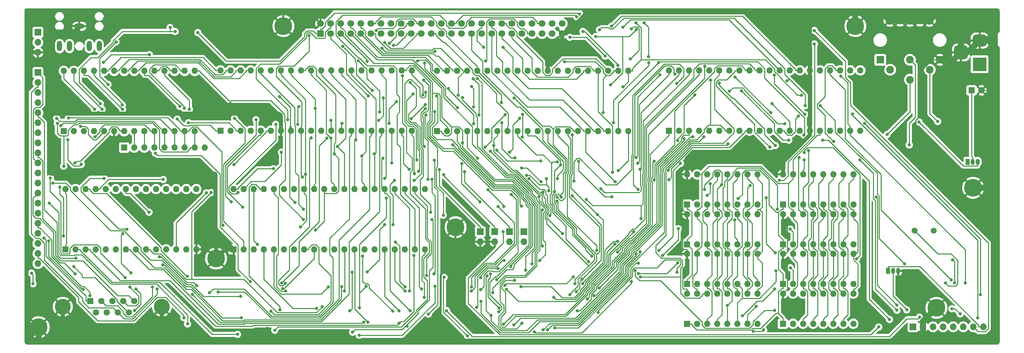
<source format=gbr>
%TF.GenerationSoftware,KiCad,Pcbnew,(6.0.0)*%
%TF.CreationDate,2022-12-03T19:26:29+00:00*%
%TF.ProjectId,CPC464-2MINI,43504334-3634-42d3-924d-494e492e6b69,rev?*%
%TF.SameCoordinates,Original*%
%TF.FileFunction,Copper,L2,Bot*%
%TF.FilePolarity,Positive*%
%FSLAX46Y46*%
G04 Gerber Fmt 4.6, Leading zero omitted, Abs format (unit mm)*
G04 Created by KiCad (PCBNEW (6.0.0)) date 2022-12-03 19:26:29*
%MOMM*%
%LPD*%
G01*
G04 APERTURE LIST*
G04 Aperture macros list*
%AMRoundRect*
0 Rectangle with rounded corners*
0 $1 Rounding radius*
0 $2 $3 $4 $5 $6 $7 $8 $9 X,Y pos of 4 corners*
0 Add a 4 corners polygon primitive as box body*
4,1,4,$2,$3,$4,$5,$6,$7,$8,$9,$2,$3,0*
0 Add four circle primitives for the rounded corners*
1,1,$1+$1,$2,$3*
1,1,$1+$1,$4,$5*
1,1,$1+$1,$6,$7*
1,1,$1+$1,$8,$9*
0 Add four rect primitives between the rounded corners*
20,1,$1+$1,$2,$3,$4,$5,0*
20,1,$1+$1,$4,$5,$6,$7,0*
20,1,$1+$1,$6,$7,$8,$9,0*
20,1,$1+$1,$8,$9,$2,$3,0*%
G04 Aperture macros list end*
%TA.AperFunction,ComponentPad*%
%ADD10R,1.050000X1.500000*%
%TD*%
%TA.AperFunction,ComponentPad*%
%ADD11O,1.050000X1.500000*%
%TD*%
%TA.AperFunction,ComponentPad*%
%ADD12R,1.600000X1.600000*%
%TD*%
%TA.AperFunction,ComponentPad*%
%ADD13O,1.600000X1.600000*%
%TD*%
%TA.AperFunction,ComponentPad*%
%ADD14C,4.500000*%
%TD*%
%TA.AperFunction,ComponentPad*%
%ADD15R,1.700000X1.700000*%
%TD*%
%TA.AperFunction,ComponentPad*%
%ADD16O,1.700000X1.700000*%
%TD*%
%TA.AperFunction,ComponentPad*%
%ADD17C,4.000000*%
%TD*%
%TA.AperFunction,ComponentPad*%
%ADD18C,1.600000*%
%TD*%
%TA.AperFunction,ComponentPad*%
%ADD19O,2.616000X1.308000*%
%TD*%
%TA.AperFunction,ComponentPad*%
%ADD20O,1.308000X2.616000*%
%TD*%
%TA.AperFunction,ComponentPad*%
%ADD21R,1.950000X1.950000*%
%TD*%
%TA.AperFunction,ComponentPad*%
%ADD22C,1.950000*%
%TD*%
%TA.AperFunction,ComponentPad*%
%ADD23C,2.150000*%
%TD*%
%TA.AperFunction,ComponentPad*%
%ADD24C,1.500000*%
%TD*%
%TA.AperFunction,ComponentPad*%
%ADD25RoundRect,0.250000X0.600000X-0.600000X0.600000X0.600000X-0.600000X0.600000X-0.600000X-0.600000X0*%
%TD*%
%TA.AperFunction,ComponentPad*%
%ADD26C,1.700000*%
%TD*%
%TA.AperFunction,ComponentPad*%
%ADD27R,3.500000X3.500000*%
%TD*%
%TA.AperFunction,ComponentPad*%
%ADD28RoundRect,0.750000X-1.000000X0.750000X-1.000000X-0.750000X1.000000X-0.750000X1.000000X0.750000X0*%
%TD*%
%TA.AperFunction,ComponentPad*%
%ADD29RoundRect,0.875000X-0.875000X0.875000X-0.875000X-0.875000X0.875000X-0.875000X0.875000X0.875000X0*%
%TD*%
%TA.AperFunction,ViaPad*%
%ADD30C,0.800000*%
%TD*%
%TA.AperFunction,Conductor*%
%ADD31C,0.250000*%
%TD*%
%TA.AperFunction,Conductor*%
%ADD32C,1.000000*%
%TD*%
%TA.AperFunction,Conductor*%
%ADD33C,1.500000*%
%TD*%
%TA.AperFunction,Conductor*%
%ADD34C,0.500000*%
%TD*%
G04 APERTURE END LIST*
D10*
%TO.P,Q101,1,C*%
%TO.N,Net-(CP001-Pad8)*%
X232283000Y-93578000D03*
D11*
%TO.P,Q101,2,B*%
%TO.N,Net-(Q101-Pad2)*%
X233553000Y-93578000D03*
%TO.P,Q101,3,E*%
%TO.N,GND*%
X234823000Y-93578000D03*
%TD*%
D12*
%TO.P,IC118,1,NC*%
%TO.N,MV*%
X181625000Y-86858000D03*
D13*
%TO.P,IC118,2,DIN*%
%TO.N,/CPU/D2*%
X184165000Y-86858000D03*
%TO.P,IC118,3,~{WRITE}*%
%TO.N,MWE*%
X186705000Y-86858000D03*
%TO.P,IC118,4,~{RAS}*%
%TO.N,RAS*%
X189245000Y-86858000D03*
%TO.P,IC118,5,A0*%
%TO.N,/Memory/XA0*%
X191785000Y-86858000D03*
%TO.P,IC118,6,A2*%
%TO.N,/Memory/XA2*%
X194325000Y-86858000D03*
%TO.P,IC118,7,A1*%
%TO.N,/Memory/XA1*%
X196865000Y-86858000D03*
%TO.P,IC118,8,VCC*%
%TO.N,+5V*%
X199405000Y-86858000D03*
%TO.P,IC118,9,A7*%
%TO.N,/Memory/XA7*%
X199405000Y-79238000D03*
%TO.P,IC118,10,A5*%
%TO.N,/Memory/XA5*%
X196865000Y-79238000D03*
%TO.P,IC118,11,A4*%
%TO.N,/Memory/XA4*%
X194325000Y-79238000D03*
%TO.P,IC118,12,A3*%
%TO.N,/Memory/XA3*%
X191785000Y-79238000D03*
%TO.P,IC118,13,A6*%
%TO.N,/Memory/XA6*%
X189245000Y-79238000D03*
%TO.P,IC118,14,DOUT*%
%TO.N,/Gate Arrays/GD2*%
X186705000Y-79238000D03*
%TO.P,IC118,15,~{CAS}*%
%TO.N,CAS*%
X184165000Y-79238000D03*
%TO.P,IC118,16,GND*%
%TO.N,GND*%
X181625000Y-79238000D03*
%TD*%
D14*
%TO.P,H4,1,1*%
%TO.N,GND*%
X244500400Y-102920800D03*
%TD*%
%TO.P,H5,1,1*%
%TO.N,GND*%
X253746000Y-72593200D03*
%TD*%
%TO.P,H2,1,1*%
%TO.N,GND*%
X224028000Y-31750000D03*
%TD*%
D15*
%TO.P,CP001,1,Pin_1*%
%TO.N,+5V*%
X238571800Y-107696000D03*
D16*
%TO.P,CP001,2,Pin_2*%
%TO.N,GND*%
X241111800Y-107696000D03*
%TO.P,CP001,3,Pin_3*%
%TO.N,+5V*%
X243651800Y-107696000D03*
%TO.P,CP001,4,Pin_4*%
%TO.N,Net-(CP001-Pad4)*%
X246191800Y-107696000D03*
%TO.P,CP001,5,Pin_5*%
%TO.N,Net-(CP001-Pad5)*%
X248731800Y-107696000D03*
%TO.P,CP001,6,Pin_6*%
%TO.N,+5V*%
X251271800Y-107696000D03*
%TO.P,CP001,7,Pin_7*%
%TO.N,SOUND*%
X253811800Y-107696000D03*
%TO.P,CP001,8,Pin_8*%
%TO.N,Net-(CP001-Pad8)*%
X256351800Y-107696000D03*
%TD*%
D17*
%TO.P,J102,0,GND*%
%TO.N,GND*%
X49116800Y-102649300D03*
X24116800Y-102649300D03*
D12*
%TO.P,J102,1,Pin_1*%
%TO.N,/Sound & Keyboard/AYIO0*%
X31076800Y-101229300D03*
D18*
%TO.P,J102,2,Pin_2*%
%TO.N,/Sound & Keyboard/AYIO1*%
X33846800Y-101229300D03*
%TO.P,J102,3,Pin_3*%
%TO.N,/Sound & Keyboard/AYIO2*%
X36616800Y-101229300D03*
%TO.P,J102,4,Pin_4*%
%TO.N,/Sound & Keyboard/AYIO3*%
X39386800Y-101229300D03*
%TO.P,J102,5,Pin_5*%
%TO.N,/Sound & Keyboard/AYIO6*%
X42156800Y-101229300D03*
%TO.P,J102,6,Pin_6*%
%TO.N,/Sound & Keyboard/AYIO4*%
X32461800Y-104069300D03*
%TO.P,J102,7,Pin_7*%
%TO.N,/Sound & Keyboard/AYIO5*%
X35231800Y-104069300D03*
%TO.P,J102,8,Pin_8*%
%TO.N,Net-(CP002-Pad2)*%
X38001800Y-104069300D03*
%TO.P,J102,9,Pin_9*%
%TO.N,/Sound & Keyboard/AYIO7*%
X40771800Y-104069300D03*
%TD*%
D10*
%TO.P,Q102,1,E*%
%TO.N,Net-(Q102-Pad1)*%
X252349000Y-66019000D03*
D11*
%TO.P,Q102,2,C*%
%TO.N,+5V*%
X253619000Y-66019000D03*
%TO.P,Q102,3,B*%
%TO.N,Net-(Q102-Pad3)*%
X254889000Y-66019000D03*
%TD*%
D15*
%TO.P,LK1,1,Pin_1*%
%TO.N,Net-(IC107-Pad19)*%
X129413000Y-83628000D03*
D16*
%TO.P,LK1,2,Pin_2*%
%TO.N,GND*%
X129413000Y-86168000D03*
%TD*%
D12*
%TO.P,IC121,1,NC*%
%TO.N,MV*%
X205770000Y-76835000D03*
D13*
%TO.P,IC121,2,DIN*%
%TO.N,/CPU/D4*%
X208310000Y-76835000D03*
%TO.P,IC121,3,~{WRITE}*%
%TO.N,MWE*%
X210850000Y-76835000D03*
%TO.P,IC121,4,~{RAS}*%
%TO.N,RAS*%
X213390000Y-76835000D03*
%TO.P,IC121,5,A0*%
%TO.N,/Memory/XA0*%
X215930000Y-76835000D03*
%TO.P,IC121,6,A2*%
%TO.N,/Memory/XA2*%
X218470000Y-76835000D03*
%TO.P,IC121,7,A1*%
%TO.N,/Memory/XA1*%
X221010000Y-76835000D03*
%TO.P,IC121,8,VCC*%
%TO.N,+5V*%
X223550000Y-76835000D03*
%TO.P,IC121,9,A7*%
%TO.N,/Memory/XA7*%
X223550000Y-69215000D03*
%TO.P,IC121,10,A5*%
%TO.N,/Memory/XA5*%
X221010000Y-69215000D03*
%TO.P,IC121,11,A4*%
%TO.N,/Memory/XA4*%
X218470000Y-69215000D03*
%TO.P,IC121,12,A3*%
%TO.N,/Memory/XA3*%
X215930000Y-69215000D03*
%TO.P,IC121,13,A6*%
%TO.N,/Memory/XA6*%
X213390000Y-69215000D03*
%TO.P,IC121,14,DOUT*%
%TO.N,/Gate Arrays/GD4*%
X210850000Y-69215000D03*
%TO.P,IC121,15,~{CAS}*%
%TO.N,CAS*%
X208310000Y-69215000D03*
%TO.P,IC121,16,GND*%
%TO.N,GND*%
X205770000Y-69215000D03*
%TD*%
D19*
%TO.P,J103,1,1*%
%TO.N,GND*%
X28295600Y-31800800D03*
D20*
%TO.P,J103,2,2*%
%TO.N,Net-(J103-Pad2)*%
X23295600Y-36800800D03*
%TO.P,J103,3,Ground*%
%TO.N,Net-(J103-Pad3)*%
X33295600Y-36800800D03*
%TO.P,J103,10,10*%
%TO.N,unconnected-(J103-Pad10)*%
X25795600Y-36800800D03*
%TO.P,J103,11,11*%
%TO.N,unconnected-(J103-Pad11)*%
X30795600Y-36800800D03*
%TD*%
D12*
%TO.P,IC119,1,NC*%
%TO.N,MV*%
X181625000Y-96901000D03*
D13*
%TO.P,IC119,2,DIN*%
%TO.N,/CPU/D1*%
X184165000Y-96901000D03*
%TO.P,IC119,3,~{WRITE}*%
%TO.N,MWE*%
X186705000Y-96901000D03*
%TO.P,IC119,4,~{RAS}*%
%TO.N,RAS*%
X189245000Y-96901000D03*
%TO.P,IC119,5,A0*%
%TO.N,/Memory/XA0*%
X191785000Y-96901000D03*
%TO.P,IC119,6,A2*%
%TO.N,/Memory/XA2*%
X194325000Y-96901000D03*
%TO.P,IC119,7,A1*%
%TO.N,/Memory/XA1*%
X196865000Y-96901000D03*
%TO.P,IC119,8,VCC*%
%TO.N,+5V*%
X199405000Y-96901000D03*
%TO.P,IC119,9,A7*%
%TO.N,/Memory/XA7*%
X199405000Y-89281000D03*
%TO.P,IC119,10,A5*%
%TO.N,/Memory/XA5*%
X196865000Y-89281000D03*
%TO.P,IC119,11,A4*%
%TO.N,/Memory/XA4*%
X194325000Y-89281000D03*
%TO.P,IC119,12,A3*%
%TO.N,/Memory/XA3*%
X191785000Y-89281000D03*
%TO.P,IC119,13,A6*%
%TO.N,/Memory/XA6*%
X189245000Y-89281000D03*
%TO.P,IC119,14,DOUT*%
%TO.N,/Gate Arrays/GD1*%
X186705000Y-89281000D03*
%TO.P,IC119,15,~{CAS}*%
%TO.N,CAS*%
X184165000Y-89281000D03*
%TO.P,IC119,16,GND*%
%TO.N,GND*%
X181625000Y-89281000D03*
%TD*%
D15*
%TO.P,LK3,1,Pin_1*%
%TO.N,Net-(IC107-Pad21)*%
X136779000Y-83628000D03*
D16*
%TO.P,LK3,2,Pin_2*%
%TO.N,GND*%
X136779000Y-86168000D03*
%TD*%
D12*
%TO.P,IC117,1,NC*%
%TO.N,MV*%
X181625000Y-76835000D03*
D13*
%TO.P,IC117,2,DIN*%
%TO.N,/CPU/D3*%
X184165000Y-76835000D03*
%TO.P,IC117,3,~{WRITE}*%
%TO.N,MWE*%
X186705000Y-76835000D03*
%TO.P,IC117,4,~{RAS}*%
%TO.N,RAS*%
X189245000Y-76835000D03*
%TO.P,IC117,5,A0*%
%TO.N,/Memory/XA0*%
X191785000Y-76835000D03*
%TO.P,IC117,6,A2*%
%TO.N,/Memory/XA2*%
X194325000Y-76835000D03*
%TO.P,IC117,7,A1*%
%TO.N,/Memory/XA1*%
X196865000Y-76835000D03*
%TO.P,IC117,8,VCC*%
%TO.N,+5V*%
X199405000Y-76835000D03*
%TO.P,IC117,9,A7*%
%TO.N,/Memory/XA7*%
X199405000Y-69215000D03*
%TO.P,IC117,10,A5*%
%TO.N,/Memory/XA5*%
X196865000Y-69215000D03*
%TO.P,IC117,11,A4*%
%TO.N,/Memory/XA4*%
X194325000Y-69215000D03*
%TO.P,IC117,12,A3*%
%TO.N,/Memory/XA3*%
X191785000Y-69215000D03*
%TO.P,IC117,13,A6*%
%TO.N,/Memory/XA6*%
X189245000Y-69215000D03*
%TO.P,IC117,14,DOUT*%
%TO.N,/Gate Arrays/GD3*%
X186705000Y-69215000D03*
%TO.P,IC117,15,~{CAS}*%
%TO.N,CAS*%
X184165000Y-69215000D03*
%TO.P,IC117,16,GND*%
%TO.N,GND*%
X181625000Y-69215000D03*
%TD*%
D15*
%TO.P,J105,1,Pin_1*%
%TO.N,RESET*%
X17830800Y-33324800D03*
D16*
%TO.P,J105,2,Pin_2*%
%TO.N,+5V*%
X17830800Y-35864800D03*
%TO.P,J105,3,Pin_3*%
%TO.N,GND*%
X17830800Y-38404800D03*
%TD*%
D21*
%TO.P,J101,1,Pin_1*%
%TO.N,Net-(C133-Pad1)*%
X230327500Y-40273200D03*
D22*
%TO.P,J101,2,Pin_2*%
%TO.N,Net-(C134-Pad1)*%
X232827500Y-42773200D03*
%TO.P,J101,3,Pin_3*%
%TO.N,Net-(C135-Pad1)*%
X237827500Y-40273200D03*
%TO.P,J101,4,Pin_4*%
%TO.N,Net-(J101-Pad4)*%
X242827500Y-42773200D03*
%TO.P,J101,5,Pin_5*%
%TO.N,GND*%
X245327500Y-40273200D03*
%TO.P,J101,6,Pin_6*%
%TO.N,Net-(J101-Pad6)*%
X237827500Y-45273200D03*
D23*
%TO.P,J101,S,Shield*%
%TO.N,GND*%
X237827500Y-30320200D03*
X240327500Y-30273200D03*
X235327500Y-30273200D03*
X232747500Y-30320200D03*
X242747500Y-30320200D03*
%TD*%
D12*
%TO.P,IC111,1,A11*%
%TO.N,/CPU/A11*%
X118472500Y-58298000D03*
D13*
%TO.P,IC111,2,A12*%
%TO.N,/CPU/A12*%
X121012500Y-58298000D03*
%TO.P,IC111,3,A13*%
%TO.N,/CPU/A13*%
X123552500Y-58298000D03*
%TO.P,IC111,4,A14*%
%TO.N,/CPU/A14*%
X126092500Y-58298000D03*
%TO.P,IC111,5,A15*%
%TO.N,/CPU/A15*%
X128632500Y-58298000D03*
%TO.P,IC111,6,~{CLK}*%
%TO.N,A100*%
X131172500Y-58298000D03*
%TO.P,IC111,7,D4*%
%TO.N,/CPU/D4*%
X133712500Y-58298000D03*
%TO.P,IC111,8,D3*%
%TO.N,/CPU/D3*%
X136252500Y-58298000D03*
%TO.P,IC111,9,D5*%
%TO.N,/CPU/D5*%
X138792500Y-58298000D03*
%TO.P,IC111,10,D6*%
%TO.N,/CPU/D6*%
X141332500Y-58298000D03*
%TO.P,IC111,11,VCC*%
%TO.N,+5V*%
X143872500Y-58298000D03*
%TO.P,IC111,12,D2*%
%TO.N,/CPU/D2*%
X146412500Y-58298000D03*
%TO.P,IC111,13,D7*%
%TO.N,/CPU/D7*%
X148952500Y-58298000D03*
%TO.P,IC111,14,D0*%
%TO.N,/CPU/D0*%
X151492500Y-58298000D03*
%TO.P,IC111,15,D1*%
%TO.N,/CPU/D1*%
X154032500Y-58298000D03*
%TO.P,IC111,16,~{INT}*%
%TO.N,INT*%
X156572500Y-58298000D03*
%TO.P,IC111,17,~{NMI}*%
%TO.N,NMI*%
X159112500Y-58298000D03*
%TO.P,IC111,18,~{HALT}*%
%TO.N,HALT*%
X161652500Y-58298000D03*
%TO.P,IC111,19,~{MREQ}*%
%TO.N,MREQ*%
X164192500Y-58298000D03*
%TO.P,IC111,20,~{IORQ}*%
%TO.N,IORQ*%
X166732500Y-58298000D03*
%TO.P,IC111,21,~{RD}*%
%TO.N,RD*%
X166732500Y-43058000D03*
%TO.P,IC111,22,~{WR}*%
%TO.N,WR*%
X164192500Y-43058000D03*
%TO.P,IC111,23,~{BUSACK}*%
%TO.N,BUSAK*%
X161652500Y-43058000D03*
%TO.P,IC111,24,~{WAIT}*%
%TO.N,READY*%
X159112500Y-43058000D03*
%TO.P,IC111,25,~{BUSRQ}*%
%TO.N,BUSRQ*%
X156572500Y-43058000D03*
%TO.P,IC111,26,~{RESET}*%
%TO.N,RESET*%
X154032500Y-43058000D03*
%TO.P,IC111,27,~{M1}*%
%TO.N,M1*%
X151492500Y-43058000D03*
%TO.P,IC111,28,~{RFSH}*%
%TO.N,RFSH*%
X148952500Y-43058000D03*
%TO.P,IC111,29,GND*%
%TO.N,GND*%
X146412500Y-43058000D03*
%TO.P,IC111,30,A0*%
%TO.N,/CPU/A0*%
X143872500Y-43058000D03*
%TO.P,IC111,31,A1*%
%TO.N,/CPU/A1*%
X141332500Y-43058000D03*
%TO.P,IC111,32,A2*%
%TO.N,/CPU/A2*%
X138792500Y-43058000D03*
%TO.P,IC111,33,A3*%
%TO.N,/CPU/A3*%
X136252500Y-43058000D03*
%TO.P,IC111,34,A4*%
%TO.N,/CPU/A4*%
X133712500Y-43058000D03*
%TO.P,IC111,35,A5*%
%TO.N,/CPU/A5*%
X131172500Y-43058000D03*
%TO.P,IC111,36,A6*%
%TO.N,/CPU/A6*%
X128632500Y-43058000D03*
%TO.P,IC111,37,A7*%
%TO.N,/CPU/A7*%
X126092500Y-43058000D03*
%TO.P,IC111,38,A8*%
%TO.N,/CPU/A8*%
X123552500Y-43058000D03*
%TO.P,IC111,39,A9*%
%TO.N,/CPU/A9*%
X121012500Y-43058000D03*
%TO.P,IC111,40,A10*%
%TO.N,/CPU/A10*%
X118472500Y-43058000D03*
%TD*%
D24*
%TO.P,X101,1,1*%
%TO.N,Net-(C130-Pad1)*%
X238977000Y-83439000D03*
%TO.P,X101,2,2*%
%TO.N,Net-(C131-Pad1)*%
X243857000Y-83439000D03*
%TD*%
D25*
%TO.P,PL1,1,Pin_1*%
%TO.N,SOUND*%
X89159000Y-33660000D03*
D26*
%TO.P,PL1,2,Pin_2*%
%TO.N,GND*%
X89159000Y-31120000D03*
%TO.P,PL1,3,Pin_3*%
%TO.N,/CPU/A15*%
X91699000Y-33660000D03*
%TO.P,PL1,4,Pin_4*%
%TO.N,/CPU/A14*%
X91699000Y-31120000D03*
%TO.P,PL1,5,Pin_5*%
%TO.N,/CPU/A13*%
X94239000Y-33660000D03*
%TO.P,PL1,6,Pin_6*%
%TO.N,/CPU/A12*%
X94239000Y-31120000D03*
%TO.P,PL1,7,Pin_7*%
%TO.N,/CPU/A11*%
X96779000Y-33660000D03*
%TO.P,PL1,8,Pin_8*%
%TO.N,/CPU/A10*%
X96779000Y-31120000D03*
%TO.P,PL1,9,Pin_9*%
%TO.N,/CPU/A9*%
X99319000Y-33660000D03*
%TO.P,PL1,10,Pin_10*%
%TO.N,/CPU/A8*%
X99319000Y-31120000D03*
%TO.P,PL1,11,Pin_11*%
%TO.N,/CPU/A7*%
X101859000Y-33660000D03*
%TO.P,PL1,12,Pin_12*%
%TO.N,/CPU/A6*%
X101859000Y-31120000D03*
%TO.P,PL1,13,Pin_13*%
%TO.N,/CPU/A5*%
X104399000Y-33660000D03*
%TO.P,PL1,14,Pin_14*%
%TO.N,/CPU/A4*%
X104399000Y-31120000D03*
%TO.P,PL1,15,Pin_15*%
%TO.N,/CPU/A3*%
X106939000Y-33660000D03*
%TO.P,PL1,16,Pin_16*%
%TO.N,/CPU/A2*%
X106939000Y-31120000D03*
%TO.P,PL1,17,Pin_17*%
%TO.N,/CPU/A1*%
X109479000Y-33660000D03*
%TO.P,PL1,18,Pin_18*%
%TO.N,/CPU/A0*%
X109479000Y-31120000D03*
%TO.P,PL1,19,Pin_19*%
%TO.N,/CPU/D7*%
X112019000Y-33660000D03*
%TO.P,PL1,20,Pin_20*%
%TO.N,/CPU/D6*%
X112019000Y-31120000D03*
%TO.P,PL1,21,Pin_21*%
%TO.N,/CPU/D5*%
X114559000Y-33660000D03*
%TO.P,PL1,22,Pin_22*%
%TO.N,/CPU/D4*%
X114559000Y-31120000D03*
%TO.P,PL1,23,Pin_23*%
%TO.N,/CPU/D3*%
X117099000Y-33660000D03*
%TO.P,PL1,24,Pin_24*%
%TO.N,/CPU/D2*%
X117099000Y-31120000D03*
%TO.P,PL1,25,Pin_25*%
%TO.N,/CPU/D1*%
X119639000Y-33660000D03*
%TO.P,PL1,26,Pin_26*%
%TO.N,/CPU/D0*%
X119639000Y-31120000D03*
%TO.P,PL1,27,Pin_27*%
%TO.N,+5V*%
X122179000Y-33660000D03*
%TO.P,PL1,28,Pin_28*%
%TO.N,MREQ*%
X122179000Y-31120000D03*
%TO.P,PL1,29,Pin_29*%
%TO.N,M1*%
X124719000Y-33660000D03*
%TO.P,PL1,30,Pin_30*%
%TO.N,RFSH*%
X124719000Y-31120000D03*
%TO.P,PL1,31,Pin_31*%
%TO.N,IORQ*%
X127259000Y-33660000D03*
%TO.P,PL1,32,Pin_32*%
%TO.N,RD*%
X127259000Y-31120000D03*
%TO.P,PL1,33,Pin_33*%
%TO.N,WR*%
X129799000Y-33660000D03*
%TO.P,PL1,34,Pin_34*%
%TO.N,HALT*%
X129799000Y-31120000D03*
%TO.P,PL1,35,Pin_35*%
%TO.N,INT*%
X132339000Y-33660000D03*
%TO.P,PL1,36,Pin_36*%
%TO.N,NMI*%
X132339000Y-31120000D03*
%TO.P,PL1,37,Pin_37*%
%TO.N,BUSRQ*%
X134879000Y-33660000D03*
%TO.P,PL1,38,Pin_38*%
%TO.N,BUSAK*%
X134879000Y-31120000D03*
%TO.P,PL1,39,Pin_39*%
%TO.N,READY*%
X137419000Y-33660000D03*
%TO.P,PL1,40,Pin_40*%
%TO.N,BUS*%
X137419000Y-31120000D03*
%TO.P,PL1,41,Pin_41*%
%TO.N,RESET*%
X139959000Y-33660000D03*
%TO.P,PL1,42,Pin_42*%
%TO.N,ROMEN*%
X139959000Y-31120000D03*
%TO.P,PL1,43,Pin_43*%
%TO.N,ROMDIS*%
X142499000Y-33660000D03*
%TO.P,PL1,44,Pin_44*%
%TO.N,RAMRD*%
X142499000Y-31120000D03*
%TO.P,PL1,45,Pin_45*%
%TO.N,RAMDIS*%
X145039000Y-33660000D03*
%TO.P,PL1,46,Pin_46*%
%TO.N,CURSOR*%
X145039000Y-31120000D03*
%TO.P,PL1,47,Pin_47*%
%TO.N,LPEN*%
X147579000Y-33660000D03*
%TO.P,PL1,48,Pin_48*%
%TO.N,EXP*%
X147579000Y-31120000D03*
%TO.P,PL1,49,Pin_49*%
%TO.N,GND*%
X150119000Y-33660000D03*
%TO.P,PL1,50,Pin_50*%
%TO.N,A100*%
X150119000Y-31120000D03*
%TD*%
D14*
%TO.P,H3,1,1*%
%TO.N,GND*%
X18034000Y-107797600D03*
%TD*%
D15*
%TO.P,CP002,1,Pin_1*%
%TO.N,/Sound & Keyboard/AYIO7*%
X17830800Y-43484800D03*
D16*
%TO.P,CP002,2,Pin_2*%
%TO.N,Net-(CP002-Pad2)*%
X17830800Y-46024800D03*
%TO.P,CP002,3,Pin_3*%
%TO.N,/Sound & Keyboard/AYIO0*%
X17830800Y-48564800D03*
%TO.P,CP002,4,Pin_4*%
%TO.N,/Sound & Keyboard/AYIO1*%
X17830800Y-51104800D03*
%TO.P,CP002,5,Pin_5*%
%TO.N,/Sound & Keyboard/AYIO2*%
X17830800Y-53644800D03*
%TO.P,CP002,6,Pin_6*%
%TO.N,/Sound & Keyboard/AYIO3*%
X17830800Y-56184800D03*
%TO.P,CP002,7,Pin_7*%
%TO.N,/Sound & Keyboard/AYIO4*%
X17830800Y-58724800D03*
%TO.P,CP002,8,Pin_8*%
%TO.N,/Sound & Keyboard/AYIO5*%
X17830800Y-61264800D03*
%TO.P,CP002,9,Pin_9*%
%TO.N,/Sound & Keyboard/AYIO6*%
X17830800Y-63804800D03*
%TO.P,CP002,10,Pin_10*%
%TO.N,/Sound & Keyboard/AYIO7*%
X17830800Y-66344800D03*
%TO.P,CP002,11,Pin_11*%
%TO.N,Net-(CP002-Pad11)*%
X17830800Y-68884800D03*
%TO.P,CP002,12,Pin_12*%
%TO.N,Net-(CP002-Pad12)*%
X17830800Y-71424800D03*
%TO.P,CP002,13,Pin_13*%
%TO.N,Net-(CP002-Pad13)*%
X17830800Y-73964800D03*
%TO.P,CP002,14,Pin_14*%
%TO.N,Net-(CP002-Pad14)*%
X17830800Y-76504800D03*
%TO.P,CP002,15,Pin_15*%
%TO.N,Net-(CP002-Pad15)*%
X17830800Y-79044800D03*
%TO.P,CP002,16,Pin_16*%
%TO.N,Net-(CP002-Pad16)*%
X17830800Y-81584800D03*
%TO.P,CP002,17,Pin_17*%
%TO.N,Net-(CP002-Pad17)*%
X17830800Y-84124800D03*
%TO.P,CP002,18,Pin_18*%
%TO.N,Net-(CP002-Pad18)*%
X17830800Y-86664800D03*
%TO.P,CP002,19,Pin_19*%
%TO.N,Net-(CP002-Pad19)*%
X17830800Y-89204800D03*
%TO.P,CP002,20,Pin_20*%
%TO.N,unconnected-(CP002-Pad20)*%
X17830800Y-91744800D03*
%TD*%
D12*
%TO.P,NR001,1,common*%
%TO.N,+5V*%
X39600500Y-62419000D03*
D13*
%TO.P,NR001,2,R1*%
%TO.N,/Sound & Keyboard/AYIO6*%
X42140500Y-62419000D03*
%TO.P,NR001,3,R2*%
%TO.N,/Sound & Keyboard/AYIO5*%
X44680500Y-62419000D03*
%TO.P,NR001,4,R3*%
%TO.N,/Sound & Keyboard/AYIO4*%
X47220500Y-62419000D03*
%TO.P,NR001,5,R4*%
%TO.N,/Sound & Keyboard/AYIO3*%
X49760500Y-62419000D03*
%TO.P,NR001,6,R5*%
%TO.N,/Sound & Keyboard/AYIO2*%
X52300500Y-62419000D03*
%TO.P,NR001,7,R6*%
%TO.N,/Sound & Keyboard/AYIO1*%
X54840500Y-62419000D03*
%TO.P,NR001,8,R7*%
%TO.N,/Sound & Keyboard/AYIO0*%
X57380500Y-62419000D03*
%TO.P,NR001,9,R8*%
%TO.N,/Sound & Keyboard/AYIO7*%
X59920500Y-62419000D03*
%TD*%
D12*
%TO.P,IC116,1,D5*%
%TO.N,/Gate Arrays/GD5*%
X177043000Y-58171000D03*
D13*
%TO.P,IC116,2,D6*%
%TO.N,/Gate Arrays/GD6*%
X179583000Y-58171000D03*
%TO.P,IC116,3,D7*%
%TO.N,/Gate Arrays/GD7*%
X182123000Y-58171000D03*
%TO.P,IC116,4,CCLK*%
%TO.N,CCLK*%
X184663000Y-58171000D03*
%TO.P,IC116,5,SYNC*%
%TO.N,SYNC*%
X187203000Y-58171000D03*
%TO.P,IC116,6,VCCA*%
%TO.N,+5V*%
X189743000Y-58171000D03*
%TO.P,IC116,7,~{RESET}*%
%TO.N,RESET*%
X192283000Y-58171000D03*
%TO.P,IC116,8,B*%
%TO.N,B*%
X194823000Y-58171000D03*
%TO.P,IC116,9,DISPEN*%
%TO.N,DISPEN*%
X197363000Y-58171000D03*
%TO.P,IC116,10,G*%
%TO.N,G*%
X199903000Y-58171000D03*
%TO.P,IC116,11,HSYNC*%
%TO.N,HSYNC*%
X202443000Y-58171000D03*
%TO.P,IC116,12,R*%
%TO.N,R*%
X204983000Y-58171000D03*
%TO.P,IC116,13,VSYNC*%
%TO.N,VSYNC*%
X207523000Y-58171000D03*
%TO.P,IC116,14,~{CPU}*%
%TO.N,CPU*%
X210063000Y-58171000D03*
%TO.P,IC116,15,GNDA*%
%TO.N,GND*%
X212603000Y-58171000D03*
%TO.P,IC116,16,~{CAS}*%
%TO.N,CAS*%
X215143000Y-58171000D03*
%TO.P,IC116,17,~{MREQ}*%
%TO.N,MREQ*%
X217683000Y-58171000D03*
%TO.P,IC116,18,~{IORQ}*%
%TO.N,IORQ*%
X220223000Y-58171000D03*
%TO.P,IC116,19,PHI*%
%TO.N,PHI*%
X222763000Y-58171000D03*
%TO.P,IC116,20,~{M1}*%
%TO.N,M1*%
X225303000Y-58171000D03*
%TO.P,IC116,21,~{RD}*%
%TO.N,RD*%
X225303000Y-42931000D03*
%TO.P,IC116,22,READY*%
%TO.N,Net-(IC116-Pad22)*%
X222763000Y-42931000D03*
%TO.P,IC116,23,~{244EN}*%
%TO.N,244EN*%
X220223000Y-42931000D03*
%TO.P,IC116,24,XTAL*%
%TO.N,CK16*%
X217683000Y-42931000D03*
%TO.P,IC116,25,VCCB*%
%TO.N,+5V*%
X215143000Y-42931000D03*
%TO.P,IC116,26,GNDB*%
%TO.N,GND*%
X212603000Y-42931000D03*
%TO.P,IC116,27,~{ROMEN}*%
%TO.N,ROMEN*%
X210063000Y-42931000D03*
%TO.P,IC116,28,A15*%
%TO.N,/CPU/A15*%
X207523000Y-42931000D03*
%TO.P,IC116,29,~{RAMRD}*%
%TO.N,RAMRD*%
X204983000Y-42931000D03*
%TO.P,IC116,30,A14*%
%TO.N,/CPU/A14*%
X202443000Y-42931000D03*
%TO.P,IC116,31,~{CASAD}*%
%TO.N,CASAD*%
X199903000Y-42931000D03*
%TO.P,IC116,32,~{INT}*%
%TO.N,Net-(IC116-Pad32)*%
X197363000Y-42931000D03*
%TO.P,IC116,33,~{MWE}*%
%TO.N,MWE*%
X194823000Y-42931000D03*
%TO.P,IC116,34,~{RAS}*%
%TO.N,RAS*%
X192283000Y-42931000D03*
%TO.P,IC116,35,D0*%
%TO.N,/Gate Arrays/GD0*%
X189743000Y-42931000D03*
%TO.P,IC116,36,GNDC*%
%TO.N,GND*%
X187203000Y-42931000D03*
%TO.P,IC116,37,D1*%
%TO.N,/Gate Arrays/GD1*%
X184663000Y-42931000D03*
%TO.P,IC116,38,D2*%
%TO.N,/Gate Arrays/GD2*%
X182123000Y-42931000D03*
%TO.P,IC116,39,D3*%
%TO.N,/Gate Arrays/GD3*%
X179583000Y-42931000D03*
%TO.P,IC116,40,D4*%
%TO.N,/Gate Arrays/GD4*%
X177043000Y-42931000D03*
%TD*%
D14*
%TO.P,H6,1,1*%
%TO.N,GND*%
X62788800Y-90474800D03*
%TD*%
D12*
%TO.P,IC122,1,NC*%
%TO.N,MV*%
X205770000Y-86858000D03*
D13*
%TO.P,IC122,2,DIN*%
%TO.N,/CPU/D5*%
X208310000Y-86858000D03*
%TO.P,IC122,3,~{WRITE}*%
%TO.N,MWE*%
X210850000Y-86858000D03*
%TO.P,IC122,4,~{RAS}*%
%TO.N,RAS*%
X213390000Y-86858000D03*
%TO.P,IC122,5,A0*%
%TO.N,/Memory/XA0*%
X215930000Y-86858000D03*
%TO.P,IC122,6,A2*%
%TO.N,/Memory/XA2*%
X218470000Y-86858000D03*
%TO.P,IC122,7,A1*%
%TO.N,/Memory/XA1*%
X221010000Y-86858000D03*
%TO.P,IC122,8,VCC*%
%TO.N,+5V*%
X223550000Y-86858000D03*
%TO.P,IC122,9,A7*%
%TO.N,/Memory/XA7*%
X223550000Y-79238000D03*
%TO.P,IC122,10,A5*%
%TO.N,/Memory/XA5*%
X221010000Y-79238000D03*
%TO.P,IC122,11,A4*%
%TO.N,/Memory/XA4*%
X218470000Y-79238000D03*
%TO.P,IC122,12,A3*%
%TO.N,/Memory/XA3*%
X215930000Y-79238000D03*
%TO.P,IC122,13,A6*%
%TO.N,/Memory/XA6*%
X213390000Y-79238000D03*
%TO.P,IC122,14,DOUT*%
%TO.N,/Gate Arrays/GD5*%
X210850000Y-79238000D03*
%TO.P,IC122,15,~{CAS}*%
%TO.N,CAS*%
X208310000Y-79238000D03*
%TO.P,IC122,16,GND*%
%TO.N,GND*%
X205770000Y-79238000D03*
%TD*%
D12*
%TO.P,IC120,1,NC*%
%TO.N,MV*%
X181625000Y-106924000D03*
D13*
%TO.P,IC120,2,DIN*%
%TO.N,/CPU/D0*%
X184165000Y-106924000D03*
%TO.P,IC120,3,~{WRITE}*%
%TO.N,MWE*%
X186705000Y-106924000D03*
%TO.P,IC120,4,~{RAS}*%
%TO.N,RAS*%
X189245000Y-106924000D03*
%TO.P,IC120,5,A0*%
%TO.N,/Memory/XA0*%
X191785000Y-106924000D03*
%TO.P,IC120,6,A2*%
%TO.N,/Memory/XA2*%
X194325000Y-106924000D03*
%TO.P,IC120,7,A1*%
%TO.N,/Memory/XA1*%
X196865000Y-106924000D03*
%TO.P,IC120,8,VCC*%
%TO.N,+5V*%
X199405000Y-106924000D03*
%TO.P,IC120,9,A7*%
%TO.N,/Memory/XA7*%
X199405000Y-99304000D03*
%TO.P,IC120,10,A5*%
%TO.N,/Memory/XA5*%
X196865000Y-99304000D03*
%TO.P,IC120,11,A4*%
%TO.N,/Memory/XA4*%
X194325000Y-99304000D03*
%TO.P,IC120,12,A3*%
%TO.N,/Memory/XA3*%
X191785000Y-99304000D03*
%TO.P,IC120,13,A6*%
%TO.N,/Memory/XA6*%
X189245000Y-99304000D03*
%TO.P,IC120,14,DOUT*%
%TO.N,/Gate Arrays/GD0*%
X186705000Y-99304000D03*
%TO.P,IC120,15,~{CAS}*%
%TO.N,CAS*%
X184165000Y-99304000D03*
%TO.P,IC120,16,GND*%
%TO.N,GND*%
X181625000Y-99304000D03*
%TD*%
D12*
%TO.P,C101,1*%
%TO.N,+5V*%
X253363200Y-47973200D03*
D18*
%TO.P,C101,2*%
%TO.N,GND*%
X255863200Y-47973200D03*
%TD*%
D15*
%TO.P,LK2,1,Pin_1*%
%TO.N,Net-(IC107-Pad20)*%
X133096000Y-83633000D03*
D16*
%TO.P,LK2,2,Pin_2*%
%TO.N,GND*%
X133096000Y-86173000D03*
%TD*%
D14*
%TO.P,H1,1,1*%
%TO.N,GND*%
X79756000Y-31750000D03*
%TD*%
D12*
%TO.P,IC123,1,NC*%
%TO.N,MV*%
X205770000Y-96901000D03*
D13*
%TO.P,IC123,2,DIN*%
%TO.N,/CPU/D6*%
X208310000Y-96901000D03*
%TO.P,IC123,3,~{WRITE}*%
%TO.N,MWE*%
X210850000Y-96901000D03*
%TO.P,IC123,4,~{RAS}*%
%TO.N,RAS*%
X213390000Y-96901000D03*
%TO.P,IC123,5,A0*%
%TO.N,/Memory/XA0*%
X215930000Y-96901000D03*
%TO.P,IC123,6,A2*%
%TO.N,/Memory/XA2*%
X218470000Y-96901000D03*
%TO.P,IC123,7,A1*%
%TO.N,/Memory/XA1*%
X221010000Y-96901000D03*
%TO.P,IC123,8,VCC*%
%TO.N,+5V*%
X223550000Y-96901000D03*
%TO.P,IC123,9,A7*%
%TO.N,/Memory/XA7*%
X223550000Y-89281000D03*
%TO.P,IC123,10,A5*%
%TO.N,/Memory/XA5*%
X221010000Y-89281000D03*
%TO.P,IC123,11,A4*%
%TO.N,/Memory/XA4*%
X218470000Y-89281000D03*
%TO.P,IC123,12,A3*%
%TO.N,/Memory/XA3*%
X215930000Y-89281000D03*
%TO.P,IC123,13,A6*%
%TO.N,/Memory/XA6*%
X213390000Y-89281000D03*
%TO.P,IC123,14,DOUT*%
%TO.N,/Gate Arrays/GD6*%
X210850000Y-89281000D03*
%TO.P,IC123,15,~{CAS}*%
%TO.N,CAS*%
X208310000Y-89281000D03*
%TO.P,IC123,16,GND*%
%TO.N,GND*%
X205770000Y-89281000D03*
%TD*%
D12*
%TO.P,IC102,1,C*%
%TO.N,AYC*%
X24370500Y-58298000D03*
D13*
%TO.P,IC102,2,TEST_1*%
%TO.N,unconnected-(IC102-Pad2)*%
X26910500Y-58298000D03*
%TO.P,IC102,3,VCC*%
%TO.N,+5V*%
X29450500Y-58298000D03*
%TO.P,IC102,4,A*%
%TO.N,AYA*%
X31990500Y-58298000D03*
%TO.P,IC102,5,B*%
%TO.N,AYB*%
X34530500Y-58298000D03*
%TO.P,IC102,6,GND*%
%TO.N,GND*%
X37070500Y-58298000D03*
%TO.P,IC102,7,IOA7*%
%TO.N,/Sound & Keyboard/AYIO7*%
X39610500Y-58298000D03*
%TO.P,IC102,8,IOA6*%
%TO.N,/Sound & Keyboard/AYIO6*%
X42150500Y-58298000D03*
%TO.P,IC102,9,IOA5*%
%TO.N,/Sound & Keyboard/AYIO5*%
X44690500Y-58298000D03*
%TO.P,IC102,10,IOA4*%
%TO.N,/Sound & Keyboard/AYIO4*%
X47230500Y-58298000D03*
%TO.P,IC102,11,IOA3*%
%TO.N,/Sound & Keyboard/AYIO3*%
X49770500Y-58298000D03*
%TO.P,IC102,12,IOA2*%
%TO.N,/Sound & Keyboard/AYIO2*%
X52310500Y-58298000D03*
%TO.P,IC102,13,IOA1*%
%TO.N,/Sound & Keyboard/AYIO1*%
X54850500Y-58298000D03*
%TO.P,IC102,14,IOA0*%
%TO.N,/Sound & Keyboard/AYIO0*%
X57390500Y-58298000D03*
%TO.P,IC102,15,CLOCK*%
%TO.N,CPU*%
X57390500Y-43058000D03*
%TO.P,IC102,16,~{RESET}*%
%TO.N,RESET*%
X54850500Y-43058000D03*
%TO.P,IC102,17,A8*%
%TO.N,+5V*%
X52310500Y-43058000D03*
%TO.P,IC102,18,BDIR*%
%TO.N,AYBDIR*%
X49770500Y-43058000D03*
%TO.P,IC102,19,BC2*%
%TO.N,+5V*%
X47230500Y-43058000D03*
%TO.P,IC102,20,BC1*%
%TO.N,AYBC1*%
X44690500Y-43058000D03*
%TO.P,IC102,21,DA7*%
%TO.N,/IO/AYD7*%
X42150500Y-43058000D03*
%TO.P,IC102,22,DA6*%
%TO.N,/IO/AYD6*%
X39610500Y-43058000D03*
%TO.P,IC102,23,DA5*%
%TO.N,/IO/AYD5*%
X37070500Y-43058000D03*
%TO.P,IC102,24,DA4*%
%TO.N,/IO/AYD4*%
X34530500Y-43058000D03*
%TO.P,IC102,25,DA3*%
%TO.N,/IO/AYD3*%
X31990500Y-43058000D03*
%TO.P,IC102,26,DA2*%
%TO.N,/IO/AYD2*%
X29450500Y-43058000D03*
%TO.P,IC102,27,DA1*%
%TO.N,/IO/AYD1*%
X26910500Y-43058000D03*
%TO.P,IC102,28,DA0*%
%TO.N,/IO/AYD0*%
X24370500Y-43058000D03*
%TD*%
D12*
%TO.P,IC103,1,VPP*%
%TO.N,+5V*%
X24775000Y-88143000D03*
D13*
%TO.P,IC103,2,A12*%
%TO.N,/CPU/A12*%
X27315000Y-88143000D03*
%TO.P,IC103,3,A7*%
%TO.N,/CPU/A7*%
X29855000Y-88143000D03*
%TO.P,IC103,4,A6*%
%TO.N,/CPU/A6*%
X32395000Y-88143000D03*
%TO.P,IC103,5,A5*%
%TO.N,/CPU/A5*%
X34935000Y-88143000D03*
%TO.P,IC103,6,A4*%
%TO.N,/CPU/A4*%
X37475000Y-88143000D03*
%TO.P,IC103,7,A3*%
%TO.N,/CPU/A3*%
X40015000Y-88143000D03*
%TO.P,IC103,8,A2*%
%TO.N,/CPU/A2*%
X42555000Y-88143000D03*
%TO.P,IC103,9,A1*%
%TO.N,/CPU/A1*%
X45095000Y-88143000D03*
%TO.P,IC103,10,A0*%
%TO.N,/CPU/A0*%
X47635000Y-88143000D03*
%TO.P,IC103,11,D0*%
%TO.N,/CPU/D0*%
X50175000Y-88143000D03*
%TO.P,IC103,12,D1*%
%TO.N,/CPU/D1*%
X52715000Y-88143000D03*
%TO.P,IC103,13,D2*%
%TO.N,/CPU/D2*%
X55255000Y-88143000D03*
%TO.P,IC103,14,GND*%
%TO.N,GND*%
X57795000Y-88143000D03*
%TO.P,IC103,15,D3*%
%TO.N,/CPU/D3*%
X57795000Y-72903000D03*
%TO.P,IC103,16,D4*%
%TO.N,/CPU/D4*%
X55255000Y-72903000D03*
%TO.P,IC103,17,D5*%
%TO.N,/CPU/D5*%
X52715000Y-72903000D03*
%TO.P,IC103,18,D6*%
%TO.N,/CPU/D6*%
X50175000Y-72903000D03*
%TO.P,IC103,19,D7*%
%TO.N,/CPU/D7*%
X47635000Y-72903000D03*
%TO.P,IC103,20,~{CE}*%
%TO.N,Net-(IC103-Pad20)*%
X45095000Y-72903000D03*
%TO.P,IC103,21,A10*%
%TO.N,/CPU/A10*%
X42555000Y-72903000D03*
%TO.P,IC103,22,~{OE}*%
%TO.N,ROMDIS*%
X40015000Y-72903000D03*
%TO.P,IC103,23,A11*%
%TO.N,/CPU/A11*%
X37475000Y-72903000D03*
%TO.P,IC103,24,A9*%
%TO.N,/CPU/A9*%
X34935000Y-72903000D03*
%TO.P,IC103,25,A8*%
%TO.N,/CPU/A8*%
X32395000Y-72903000D03*
%TO.P,IC103,26,A13*%
%TO.N,/CPU/A13*%
X29855000Y-72903000D03*
%TO.P,IC103,27,A14*%
%TO.N,/CPU/A14*%
X27315000Y-72903000D03*
%TO.P,IC103,28,VCC*%
%TO.N,+5V*%
X24775000Y-72903000D03*
%TD*%
D15*
%TO.P,LK4,1,Pin_1*%
%TO.N,Net-(IC107-Pad22)*%
X140462000Y-83633000D03*
D16*
%TO.P,LK4,2,Pin_2*%
%TO.N,GND*%
X140462000Y-86173000D03*
%TD*%
D14*
%TO.P,H7,1,1*%
%TO.N,GND*%
X123190000Y-82550000D03*
%TD*%
D12*
%TO.P,IC107,1,PA3*%
%TO.N,/IO/AYD3*%
X63862500Y-58171000D03*
D13*
%TO.P,IC107,2,PA2*%
%TO.N,/IO/AYD2*%
X66402500Y-58171000D03*
%TO.P,IC107,3,PA1*%
%TO.N,/IO/AYD1*%
X68942500Y-58171000D03*
%TO.P,IC107,4,PA0*%
%TO.N,/IO/AYD0*%
X71482500Y-58171000D03*
%TO.P,IC107,5,~{RD}*%
%TO.N,IORD*%
X74022500Y-58171000D03*
%TO.P,IC107,6,~{CS}*%
%TO.N,/CPU/A11*%
X76562500Y-58171000D03*
%TO.P,IC107,7,GND*%
%TO.N,GND*%
X79102500Y-58171000D03*
%TO.P,IC107,8,A1*%
%TO.N,/CPU/A9*%
X81642500Y-58171000D03*
%TO.P,IC107,9,A0*%
%TO.N,/CPU/A8*%
X84182500Y-58171000D03*
%TO.P,IC107,10,PC7*%
%TO.N,AYBDIR*%
X86722500Y-58171000D03*
%TO.P,IC107,11,PC6*%
%TO.N,AYBC1*%
X89262500Y-58171000D03*
%TO.P,IC107,12,PC5*%
%TO.N,Net-(CP001-Pad4)*%
X91802500Y-58171000D03*
%TO.P,IC107,13,PC4*%
%TO.N,Net-(IC107-Pad13)*%
X94342500Y-58171000D03*
%TO.P,IC107,14,PC0*%
%TO.N,/IO/KB0*%
X96882500Y-58171000D03*
%TO.P,IC107,15,PC1*%
%TO.N,/IO/KB1*%
X99422500Y-58171000D03*
%TO.P,IC107,16,PC2*%
%TO.N,/IO/KB2*%
X101962500Y-58171000D03*
%TO.P,IC107,17,PC3*%
%TO.N,/IO/KB3*%
X104502500Y-58171000D03*
%TO.P,IC107,18,PB0*%
%TO.N,VSYNC*%
X107042500Y-58171000D03*
%TO.P,IC107,19,PB1*%
%TO.N,Net-(IC107-Pad19)*%
X109582500Y-58171000D03*
%TO.P,IC107,20,PB2*%
%TO.N,Net-(IC107-Pad20)*%
X112122500Y-58171000D03*
%TO.P,IC107,21,PB3*%
%TO.N,Net-(IC107-Pad21)*%
X112122500Y-42931000D03*
%TO.P,IC107,22,PB4*%
%TO.N,Net-(IC107-Pad22)*%
X109582500Y-42931000D03*
%TO.P,IC107,23,PB5*%
%TO.N,EXP*%
X107042500Y-42931000D03*
%TO.P,IC107,24,PB6*%
%TO.N,PL2_21*%
X104502500Y-42931000D03*
%TO.P,IC107,25,PB7*%
%TO.N,Net-(CP001-Pad5)*%
X101962500Y-42931000D03*
%TO.P,IC107,26,VCC*%
%TO.N,+5V*%
X99422500Y-42931000D03*
%TO.P,IC107,27,D7*%
%TO.N,/CPU/D7*%
X96882500Y-42931000D03*
%TO.P,IC107,28,D6*%
%TO.N,/CPU/D6*%
X94342500Y-42931000D03*
%TO.P,IC107,29,D5*%
%TO.N,/CPU/D5*%
X91802500Y-42931000D03*
%TO.P,IC107,30,D4*%
%TO.N,/CPU/D4*%
X89262500Y-42931000D03*
%TO.P,IC107,31,D3*%
%TO.N,/CPU/D3*%
X86722500Y-42931000D03*
%TO.P,IC107,32,D2*%
%TO.N,/CPU/D2*%
X84182500Y-42931000D03*
%TO.P,IC107,33,D1*%
%TO.N,/CPU/D1*%
X81642500Y-42931000D03*
%TO.P,IC107,34,D0*%
%TO.N,/CPU/D0*%
X79102500Y-42931000D03*
%TO.P,IC107,35,RESET*%
%TO.N,8255RESET*%
X76562500Y-42931000D03*
%TO.P,IC107,36,~{WR}*%
%TO.N,IOWR*%
X74022500Y-42931000D03*
%TO.P,IC107,37,PA7*%
%TO.N,/IO/AYD7*%
X71482500Y-42931000D03*
%TO.P,IC107,38,PA6*%
%TO.N,/IO/AYD6*%
X68942500Y-42931000D03*
%TO.P,IC107,39,PA5*%
%TO.N,/IO/AYD5*%
X66402500Y-42931000D03*
%TO.P,IC107,40,PA4*%
%TO.N,/IO/AYD4*%
X63862500Y-42931000D03*
%TD*%
D12*
%TO.P,IC108,1,GND*%
%TO.N,GND*%
X67188000Y-88143000D03*
D13*
%TO.P,IC108,2,~{RESET}*%
%TO.N,RESET*%
X69728000Y-88143000D03*
%TO.P,IC108,3,LPSTB*%
%TO.N,LPEN*%
X72268000Y-88143000D03*
%TO.P,IC108,4,MA0*%
%TO.N,/Multiplex/MA0*%
X74808000Y-88143000D03*
%TO.P,IC108,5,MA1*%
%TO.N,/Multiplex/MA1*%
X77348000Y-88143000D03*
%TO.P,IC108,6,MA2*%
%TO.N,/Multiplex/MA2*%
X79888000Y-88143000D03*
%TO.P,IC108,7,MA3*%
%TO.N,/Multiplex/MA3*%
X82428000Y-88143000D03*
%TO.P,IC108,8,MA4*%
%TO.N,/Multiplex/MA4*%
X84968000Y-88143000D03*
%TO.P,IC108,9,MA5*%
%TO.N,/Multiplex/MA5*%
X87508000Y-88143000D03*
%TO.P,IC108,10,MA6*%
%TO.N,/Multiplex/MA6*%
X90048000Y-88143000D03*
%TO.P,IC108,11,MA7*%
%TO.N,/Multiplex/MA7*%
X92588000Y-88143000D03*
%TO.P,IC108,12,MA8*%
%TO.N,/Multiplex/MA8*%
X95128000Y-88143000D03*
%TO.P,IC108,13,MA9*%
%TO.N,/Multiplex/MA9*%
X97668000Y-88143000D03*
%TO.P,IC108,14,MA10*%
%TO.N,unconnected-(IC108-Pad14)*%
X100208000Y-88143000D03*
%TO.P,IC108,15,MA11*%
%TO.N,unconnected-(IC108-Pad15)*%
X102748000Y-88143000D03*
%TO.P,IC108,16,MA12*%
%TO.N,/Multiplex/MA12*%
X105288000Y-88143000D03*
%TO.P,IC108,17,MA13*%
%TO.N,/Multiplex/MA13*%
X107828000Y-88143000D03*
%TO.P,IC108,18,DE*%
%TO.N,DISPEN*%
X110368000Y-88143000D03*
%TO.P,IC108,19,CURSOR*%
%TO.N,CURSOR*%
X112908000Y-88143000D03*
%TO.P,IC108,20,VCC*%
%TO.N,+5V*%
X115448000Y-88143000D03*
%TO.P,IC108,21,CLK*%
%TO.N,CCLK*%
X115448000Y-72903000D03*
%TO.P,IC108,22,R/~{W}*%
%TO.N,/CPU/A9*%
X112908000Y-72903000D03*
%TO.P,IC108,23,E*%
%TO.N,Net-(IC108-Pad23)*%
X110368000Y-72903000D03*
%TO.P,IC108,24,RS*%
%TO.N,/CPU/A8*%
X107828000Y-72903000D03*
%TO.P,IC108,25,~{CS}*%
%TO.N,/CPU/A14*%
X105288000Y-72903000D03*
%TO.P,IC108,26,D7*%
%TO.N,/CPU/D7*%
X102748000Y-72903000D03*
%TO.P,IC108,27,D6*%
%TO.N,/CPU/D6*%
X100208000Y-72903000D03*
%TO.P,IC108,28,D5*%
%TO.N,/CPU/D5*%
X97668000Y-72903000D03*
%TO.P,IC108,29,D4*%
%TO.N,/CPU/D4*%
X95128000Y-72903000D03*
%TO.P,IC108,30,D3*%
%TO.N,/CPU/D3*%
X92588000Y-72903000D03*
%TO.P,IC108,31,D2*%
%TO.N,/CPU/D2*%
X90048000Y-72903000D03*
%TO.P,IC108,32,D1*%
%TO.N,/CPU/D1*%
X87508000Y-72903000D03*
%TO.P,IC108,33,D0*%
%TO.N,/CPU/D0*%
X84968000Y-72903000D03*
%TO.P,IC108,34,RA4*%
%TO.N,unconnected-(IC108-Pad34)*%
X82428000Y-72903000D03*
%TO.P,IC108,35,RA3*%
%TO.N,unconnected-(IC108-Pad35)*%
X79888000Y-72903000D03*
%TO.P,IC108,36,RA2*%
%TO.N,RA2*%
X77348000Y-72903000D03*
%TO.P,IC108,37,RA1*%
%TO.N,RA1*%
X74808000Y-72903000D03*
%TO.P,IC108,38,RA0*%
%TO.N,RA0*%
X72268000Y-72903000D03*
%TO.P,IC108,39,HS*%
%TO.N,HSYNC*%
X69728000Y-72903000D03*
%TO.P,IC108,40,VS*%
%TO.N,VSYNC*%
X67188000Y-72903000D03*
%TD*%
D12*
%TO.P,IC124,1,NC*%
%TO.N,MV*%
X205770000Y-106924000D03*
D13*
%TO.P,IC124,2,DIN*%
%TO.N,/CPU/D7*%
X208310000Y-106924000D03*
%TO.P,IC124,3,~{WRITE}*%
%TO.N,MWE*%
X210850000Y-106924000D03*
%TO.P,IC124,4,~{RAS}*%
%TO.N,RAS*%
X213390000Y-106924000D03*
%TO.P,IC124,5,A0*%
%TO.N,/Memory/XA0*%
X215930000Y-106924000D03*
%TO.P,IC124,6,A2*%
%TO.N,/Memory/XA2*%
X218470000Y-106924000D03*
%TO.P,IC124,7,A1*%
%TO.N,/Memory/XA1*%
X221010000Y-106924000D03*
%TO.P,IC124,8,VCC*%
%TO.N,+5V*%
X223550000Y-106924000D03*
%TO.P,IC124,9,A7*%
%TO.N,/Memory/XA7*%
X223550000Y-99304000D03*
%TO.P,IC124,10,A5*%
%TO.N,/Memory/XA5*%
X221010000Y-99304000D03*
%TO.P,IC124,11,A4*%
%TO.N,/Memory/XA4*%
X218470000Y-99304000D03*
%TO.P,IC124,12,A3*%
%TO.N,/Memory/XA3*%
X215930000Y-99304000D03*
%TO.P,IC124,13,A6*%
%TO.N,/Memory/XA6*%
X213390000Y-99304000D03*
%TO.P,IC124,14,DOUT*%
%TO.N,/Gate Arrays/GD7*%
X210850000Y-99304000D03*
%TO.P,IC124,15,~{CAS}*%
%TO.N,CAS*%
X208310000Y-99304000D03*
%TO.P,IC124,16,GND*%
%TO.N,GND*%
X205770000Y-99304000D03*
%TD*%
D27*
%TO.P,J104,1*%
%TO.N,+5V*%
X255398800Y-41400200D03*
D28*
%TO.P,J104,2*%
%TO.N,GND*%
X255398800Y-35400200D03*
D29*
%TO.P,J104,3*%
X250698800Y-38400200D03*
%TD*%
D30*
%TO.N,GND*%
X66314800Y-51269800D03*
X180451400Y-82210600D03*
X75631300Y-108013600D03*
X35966400Y-28956000D03*
X21031200Y-67915900D03*
X118605400Y-105222000D03*
X60502800Y-29006800D03*
X240205800Y-59387900D03*
%TO.N,Net-(C130-Pad1)*%
X246799700Y-96654300D03*
%TO.N,Net-(C132-Pad2)*%
X248584000Y-90738400D03*
X249030400Y-96620000D03*
%TO.N,Net-(C135-Pad1)*%
X237640500Y-61760700D03*
%TO.N,Net-(CP001-Pad4)*%
X226372900Y-56322900D03*
X206205900Y-56407400D03*
X103815600Y-55554800D03*
X255618400Y-99606100D03*
X104929200Y-49888200D03*
X91772600Y-55554800D03*
X192276300Y-48230400D03*
%TO.N,Net-(CP001-Pad5)*%
X211309600Y-54029500D03*
X203568600Y-44146700D03*
X223313000Y-53929100D03*
X254889800Y-105422200D03*
%TO.N,SOUND*%
X58177500Y-33391800D03*
X154486800Y-28701000D03*
X213718100Y-32851300D03*
%TO.N,Net-(CP002-Pad2)*%
X47919500Y-98106300D03*
%TO.N,/Sound & Keyboard/AYIO0*%
X19393300Y-85300400D03*
X24356900Y-67130300D03*
X22745600Y-56303800D03*
%TO.N,/Sound & Keyboard/AYIO1*%
X25540100Y-55005200D03*
X57911100Y-97300000D03*
X64535900Y-82043800D03*
X48512300Y-90011700D03*
X46752200Y-97661400D03*
%TO.N,/Sound & Keyboard/AYIO2*%
X27404900Y-90325300D03*
X22560600Y-55029000D03*
%TO.N,/Sound & Keyboard/AYIO3*%
X47460000Y-63839000D03*
X41020700Y-97660200D03*
X23635100Y-56896200D03*
X71422000Y-96303500D03*
%TO.N,/Sound & Keyboard/AYIO4*%
X42566600Y-98151800D03*
X39243100Y-84133700D03*
X32195700Y-59737400D03*
X41253700Y-94043100D03*
X40294600Y-83082200D03*
X42205800Y-103582500D03*
X34556300Y-70163600D03*
%TO.N,/Sound & Keyboard/AYIO5*%
X28803800Y-66652900D03*
X24291100Y-84734300D03*
X20587500Y-86062400D03*
X29289300Y-98266800D03*
X25362300Y-60494300D03*
X23366300Y-72439700D03*
%TO.N,Net-(CP002-Pad11)*%
X20979000Y-70143400D03*
X39881000Y-95280800D03*
%TO.N,Net-(CP002-Pad12)*%
X68981300Y-100033900D03*
X21585700Y-71424800D03*
%TO.N,Net-(CP002-Pad14)*%
X55596500Y-106982600D03*
X20761900Y-76504800D03*
%TO.N,Net-(CP002-Pad16)*%
X31006000Y-99827500D03*
%TO.N,Net-(CP002-Pad19)*%
X54671800Y-105410000D03*
%TO.N,/IO/KB3*%
X56750600Y-99497700D03*
%TO.N,/IO/KB2*%
X63322500Y-98868300D03*
%TO.N,/IO/KB1*%
X79281600Y-96593500D03*
X90737000Y-60043900D03*
%TO.N,/IO/KB0*%
X61085900Y-99046000D03*
%TO.N,CPU*%
X97207000Y-109064800D03*
X117257600Y-80599300D03*
X137871000Y-107175100D03*
X84853400Y-80599300D03*
X183052300Y-59721500D03*
X110983900Y-107503700D03*
%TO.N,RESET*%
X132138800Y-104856300D03*
X131098900Y-94875900D03*
X67430100Y-55037300D03*
X187489400Y-45359000D03*
X34391600Y-40894000D03*
X45974000Y-38953800D03*
X54729800Y-52474500D03*
%TO.N,AYA*%
X33570600Y-51283000D03*
X51165900Y-32104600D03*
X52457800Y-33109600D03*
%TO.N,AYBDIR*%
X56041700Y-52778800D03*
%TO.N,AYB*%
X35520600Y-46474000D03*
X28589500Y-57056600D03*
X37542000Y-35734700D03*
%TO.N,AYBC1*%
X53666400Y-52033900D03*
%TO.N,/IO/AYD3*%
X52981400Y-55215500D03*
X39131800Y-51699800D03*
%TO.N,/IO/AYD2*%
X39189700Y-52797200D03*
%TO.N,/IO/AYD1*%
X34050800Y-52797200D03*
X55797200Y-56157300D03*
%TO.N,/IO/AYD0*%
X32115300Y-52792500D03*
%TO.N,/CPU/A12*%
X68182300Y-109614500D03*
X129481800Y-98341800D03*
X98894400Y-109842100D03*
X117980300Y-97444900D03*
%TO.N,/CPU/D4*%
X150162800Y-84158000D03*
X93329100Y-62152100D03*
X145233900Y-73715900D03*
X103179300Y-32825800D03*
X132860600Y-61890600D03*
%TO.N,/CPU/A7*%
X108930700Y-106812500D03*
X123825000Y-49210200D03*
X118419900Y-49409900D03*
X137161100Y-92489800D03*
X112669400Y-89695300D03*
%TO.N,/CPU/D5*%
X207622300Y-83023100D03*
X148912600Y-66071000D03*
X105308800Y-35892500D03*
X154200100Y-65880600D03*
X187439600Y-71525400D03*
X98060600Y-60498700D03*
X156758500Y-91254300D03*
X162620200Y-74898000D03*
X186693200Y-74554100D03*
%TO.N,/CPU/A6*%
X134736300Y-51039200D03*
X86783000Y-59925900D03*
X80282200Y-96665900D03*
%TO.N,/CPU/D6*%
X207637800Y-92771400D03*
X106529300Y-36079700D03*
X203884600Y-89018200D03*
X157512000Y-89870100D03*
X149640000Y-66816200D03*
X148136100Y-73600400D03*
X201555500Y-75113300D03*
X99537800Y-64523300D03*
%TO.N,/CPU/A5*%
X49338700Y-92085500D03*
X77586900Y-108541000D03*
X109803000Y-44331500D03*
X69125300Y-105421200D03*
%TO.N,/CPU/D7*%
X158772700Y-88441600D03*
X107493700Y-36596300D03*
X144702300Y-65769100D03*
X102680600Y-63985300D03*
X203671900Y-103566800D03*
X168504900Y-93514900D03*
X133578800Y-63102400D03*
%TO.N,/CPU/A4*%
X142500000Y-91823500D03*
X115340900Y-41098300D03*
%TO.N,/CPU/A3*%
X128684300Y-44969300D03*
X100026500Y-106528700D03*
X139953900Y-106819800D03*
%TO.N,/CPU/A10*%
X134113100Y-103943300D03*
X122521800Y-61760300D03*
X115129200Y-45381100D03*
X115321000Y-62188700D03*
%TO.N,/CPU/A2*%
X117766000Y-94325000D03*
X129092800Y-54188300D03*
X117207600Y-70481500D03*
X94493000Y-97539600D03*
X115675700Y-54188300D03*
X116200600Y-70481500D03*
X127654700Y-45085700D03*
%TO.N,ROMDIS*%
X123693700Y-52322200D03*
X130782600Y-40565200D03*
X115574000Y-52587800D03*
X45866800Y-78754800D03*
X113630200Y-40531200D03*
X116900300Y-78754800D03*
%TO.N,/CPU/A1*%
X83374300Y-56561700D03*
X104009200Y-53438200D03*
X83627100Y-52064900D03*
X104643300Y-37355400D03*
X89513900Y-102593400D03*
X68296300Y-73779800D03*
X61498300Y-73787100D03*
X77847600Y-56561600D03*
X98584800Y-40460300D03*
X118023100Y-38081500D03*
%TO.N,/CPU/A11*%
X140904600Y-93410900D03*
X67255400Y-66743800D03*
X124961700Y-61262500D03*
%TO.N,/CPU/A0*%
X111728800Y-45948700D03*
X100916000Y-93816400D03*
X96520000Y-103628800D03*
X112740900Y-70751700D03*
X107433500Y-81895400D03*
X107734700Y-70751700D03*
X105319100Y-81895400D03*
X97048600Y-93944100D03*
%TO.N,/CPU/A9*%
X82666300Y-76321200D03*
X115846600Y-94762900D03*
X78817100Y-49548500D03*
%TO.N,/CPU/D0*%
X152019000Y-99609100D03*
X148771400Y-75931400D03*
X85331400Y-69158200D03*
X84018300Y-82460400D03*
%TO.N,/CPU/A8*%
X84593800Y-69895900D03*
X111591500Y-98666300D03*
X49462000Y-70500100D03*
X86262800Y-34125600D03*
%TO.N,/CPU/D1*%
X152594300Y-74589000D03*
X87805500Y-52473500D03*
X112002300Y-55107500D03*
X115532300Y-51577500D03*
X137946100Y-49842800D03*
X153645900Y-98807000D03*
X148857800Y-74930900D03*
X155121700Y-95681300D03*
X60342700Y-73869700D03*
%TO.N,/CPU/A13*%
X127733900Y-56368000D03*
X55535300Y-94922300D03*
X133610200Y-95761000D03*
X100860600Y-40668400D03*
X121353500Y-47480300D03*
%TO.N,/CPU/D2*%
X179062100Y-93880000D03*
X159133000Y-104056900D03*
X153348000Y-96751100D03*
X149871200Y-74979000D03*
X87870700Y-83219800D03*
X92574600Y-64053800D03*
X132010200Y-63379300D03*
%TO.N,/CPU/A14*%
X72839900Y-55394900D03*
X128790600Y-65091500D03*
X111760000Y-103644300D03*
X66612100Y-76145800D03*
X104901400Y-65113500D03*
X80811000Y-55394900D03*
%TO.N,/Multiplex/MA4*%
X76636300Y-103755000D03*
%TO.N,RA1*%
X78898100Y-103361700D03*
%TO.N,Net-(IC104-Pad9)*%
X133957000Y-93004400D03*
X139675800Y-97509600D03*
X129481100Y-95247000D03*
X164081700Y-86101900D03*
%TO.N,RA2*%
X80348200Y-98661100D03*
%TO.N,/Multiplex/MA5*%
X79537900Y-98044500D03*
%TO.N,CASAD*%
X136064100Y-98187500D03*
%TO.N,/Multiplex/MA0*%
X88096600Y-103087400D03*
%TO.N,CCLK*%
X98991500Y-102886300D03*
X105761500Y-75159500D03*
X120290300Y-95187700D03*
X126236600Y-110039600D03*
X185808800Y-59695100D03*
X100661900Y-97485500D03*
X146391700Y-108437600D03*
%TO.N,Net-(IC105-Pad7)*%
X143039600Y-108953700D03*
X167546800Y-96295100D03*
%TO.N,Net-(IC105-Pad9)*%
X152850100Y-95078400D03*
X135635900Y-97200500D03*
%TO.N,/Multiplex/MA8*%
X95147000Y-98657600D03*
%TO.N,/Multiplex/MA1*%
X91065100Y-97616200D03*
%TO.N,Net-(IC107-Pad21)*%
X113836200Y-68428300D03*
X207278300Y-60556500D03*
X232660200Y-105836900D03*
X114914800Y-49093000D03*
X112523900Y-48839200D03*
X125444800Y-68477600D03*
X215825200Y-60594300D03*
X195311900Y-48072900D03*
%TO.N,Net-(IC107-Pad22)*%
X120091200Y-79506900D03*
%TO.N,EXP*%
X162312900Y-46595900D03*
X213718100Y-36269300D03*
X234514100Y-102180100D03*
X168774200Y-32649700D03*
X158525900Y-34403600D03*
X204889700Y-70742900D03*
X229333300Y-74975500D03*
%TO.N,PL2_21*%
X105334000Y-70186300D03*
%TO.N,IORD*%
X127144400Y-98679700D03*
X137250900Y-74310000D03*
X69523000Y-77524500D03*
%TO.N,Net-(IC107-Pad13)*%
X183516000Y-49115000D03*
X94553300Y-56280300D03*
X234518400Y-103520400D03*
X225181800Y-65531600D03*
X108298600Y-50846100D03*
X106432600Y-56280300D03*
X179202900Y-60642300D03*
%TO.N,8255RESET*%
X94739200Y-36879000D03*
X116331400Y-104482400D03*
X113405100Y-65540300D03*
X117828000Y-65617200D03*
X102209900Y-48043500D03*
X115648500Y-48411600D03*
%TO.N,IOWR*%
X84837200Y-77988400D03*
X133912900Y-77344500D03*
X127235400Y-97616100D03*
%TO.N,VSYNC*%
X203003200Y-51353800D03*
X77259400Y-67777800D03*
X107042500Y-66332300D03*
%TO.N,Net-(IC107-Pad19)*%
X119125100Y-67980500D03*
X111486300Y-67936400D03*
%TO.N,Net-(IC107-Pad20)*%
X135179200Y-83667500D03*
X112824500Y-68982000D03*
X229945000Y-107736700D03*
X120200100Y-69288400D03*
%TO.N,LPEN*%
X155310300Y-33109400D03*
X138041700Y-95974300D03*
X186108700Y-41954700D03*
X164142300Y-41651200D03*
%TO.N,Net-(IC108-Pad23)*%
X114588500Y-98170400D03*
%TO.N,/Multiplex/MA2*%
X131940500Y-94302500D03*
X134144300Y-102929800D03*
%TO.N,/Multiplex/MA6*%
X107316000Y-103761400D03*
X99749900Y-89848800D03*
%TO.N,/Multiplex/MA7*%
X110482500Y-97652900D03*
X108053300Y-86280900D03*
%TO.N,/Multiplex/MA9*%
X101085600Y-106512200D03*
%TO.N,/Multiplex/MA12*%
X108914000Y-103624200D03*
%TO.N,/Multiplex/MA13*%
X110490000Y-98678400D03*
%TO.N,DISPEN*%
X145123200Y-87348500D03*
X176977200Y-70511000D03*
X145116000Y-78150800D03*
%TO.N,RA0*%
X73194900Y-86893900D03*
%TO.N,HSYNC*%
X79261300Y-63596800D03*
X136813800Y-63587000D03*
X139352900Y-55009900D03*
%TO.N,Net-(IC109-Pad7)*%
X168161100Y-83691900D03*
X135292400Y-107026600D03*
%TO.N,Net-(IC109-Pad9)*%
X129628800Y-101277800D03*
X168693800Y-89275800D03*
%TO.N,/CPU/A15*%
X124930600Y-49821800D03*
X101127400Y-49337200D03*
X132577300Y-99039000D03*
%TO.N,Net-(IC110-Pad1)*%
X120904000Y-103608800D03*
X240233200Y-105257600D03*
X248412000Y-103124000D03*
X250494800Y-104444800D03*
%TO.N,BUS*%
X167243900Y-40077900D03*
X128462300Y-102761200D03*
X168756700Y-64946300D03*
X135402600Y-90915600D03*
X144280900Y-74815100D03*
X144406800Y-90915600D03*
X167546800Y-32448100D03*
X174762300Y-44037000D03*
%TO.N,RD*%
X127772000Y-52172800D03*
X117944500Y-53388000D03*
X165439100Y-47124300D03*
X210436000Y-49209100D03*
X139820500Y-77199700D03*
X168699100Y-30911500D03*
X127252700Y-47046400D03*
%TO.N,WR*%
X129372600Y-76123300D03*
X140015500Y-59760000D03*
X150676100Y-40746000D03*
X140132200Y-53997900D03*
X124747900Y-66451300D03*
X160396000Y-53577600D03*
%TO.N,READY*%
X193696500Y-44593300D03*
X202715300Y-53612100D03*
X162809300Y-68691000D03*
%TO.N,A100*%
X211418300Y-51854800D03*
X215189300Y-51854800D03*
X236421000Y-91769900D03*
X206823100Y-45536600D03*
X159495500Y-32658900D03*
%TO.N,M1*%
X189699700Y-46194800D03*
X203877400Y-61908000D03*
%TO.N,INT*%
X163484300Y-71062000D03*
%TO.N,HALT*%
X135159400Y-37139900D03*
X130273900Y-37139900D03*
%TO.N,MREQ*%
X174386100Y-40987700D03*
X170733300Y-30894600D03*
X171849800Y-39477000D03*
X211067500Y-59277500D03*
X153768700Y-29433000D03*
%TO.N,IORQ*%
X146685000Y-73313200D03*
X131339200Y-73042600D03*
X135381900Y-77338800D03*
X141111300Y-69429700D03*
X164232500Y-68219700D03*
X148875800Y-70326000D03*
X146125000Y-70326000D03*
%TO.N,373EN*%
X146949500Y-79643700D03*
X141710600Y-70254000D03*
%TO.N,RAMDIS*%
X163074600Y-56183300D03*
X171938200Y-41032000D03*
X138171200Y-65027800D03*
X160930000Y-39324200D03*
X152018900Y-34578100D03*
X134852500Y-56183300D03*
%TO.N,RAMRD*%
X139831900Y-67556800D03*
X144733900Y-71051500D03*
X165424600Y-32032900D03*
X153041700Y-70885300D03*
X178928200Y-46219800D03*
%TO.N,Net-(IC113-Pad7)*%
X169273600Y-91613300D03*
X148243700Y-108007200D03*
%TO.N,Net-(IC113-Pad9)*%
X147991100Y-100272000D03*
X163371700Y-86811800D03*
%TO.N,/Gate Arrays/GD0*%
X169827800Y-95132200D03*
%TO.N,/Gate Arrays/GD1*%
X169280800Y-94231200D03*
X164034100Y-88838800D03*
X179234600Y-91507200D03*
%TO.N,/Gate Arrays/GD2*%
X170020400Y-80372400D03*
X156203700Y-75516200D03*
%TO.N,/Gate Arrays/GD3*%
X169727900Y-67928800D03*
X159802800Y-72804600D03*
%TO.N,/Gate Arrays/GD4*%
X173265100Y-65872900D03*
X153937900Y-103664500D03*
X211095600Y-65553500D03*
X169119400Y-66416400D03*
%TO.N,/Gate Arrays/GD5*%
X209832600Y-64947100D03*
X156456500Y-100706400D03*
%TO.N,/Gate Arrays/GD6*%
X158076500Y-99875500D03*
X211099300Y-63680300D03*
X180866100Y-60253400D03*
X224342200Y-90494900D03*
%TO.N,/Gate Arrays/GD7*%
X159423800Y-97891000D03*
X195555700Y-104931500D03*
X203665700Y-98178500D03*
%TO.N,244EN*%
X176870700Y-68142000D03*
X218548300Y-60894400D03*
X191878300Y-61480000D03*
%TO.N,CK16*%
X248232700Y-95851200D03*
%TO.N,ROMEN*%
X130584400Y-62342100D03*
X162539200Y-31757900D03*
X135721000Y-54087800D03*
%TO.N,R*%
X209702300Y-54475500D03*
%TO.N,Net-(IC116-Pad32)*%
X173273500Y-70597600D03*
%TO.N,MWE*%
X198273500Y-108846100D03*
X212230300Y-63186300D03*
X202471100Y-62358500D03*
X200904800Y-108501400D03*
%TO.N,RAS*%
X178524400Y-43867700D03*
X169248400Y-73002500D03*
X190320900Y-71851600D03*
X186017700Y-73002500D03*
%TO.N,PHI*%
X251746800Y-96651600D03*
X220407400Y-44357000D03*
%TO.N,MV*%
X194482400Y-75279600D03*
%TO.N,/Memory/XA5*%
X174496700Y-88403800D03*
X179923900Y-66433200D03*
%TO.N,/Memory/XA4*%
X175441900Y-89646200D03*
X179365600Y-82905000D03*
%TO.N,/Memory/XA0*%
X191785000Y-102324100D03*
X204377900Y-77960600D03*
%TO.N,/Memory/XA2*%
X193629100Y-80694600D03*
X204033600Y-93539600D03*
%TO.N,/Memory/XA1*%
X197537600Y-72001800D03*
X198990300Y-102545300D03*
%TO.N,Net-(J101-Pad4)*%
X244815300Y-55826000D03*
%TO.N,Net-(J101-Pad6)*%
X232027600Y-59140400D03*
%TO.N,Net-(Q101-Pad2)*%
X237009800Y-103409700D03*
%TO.N,Net-(Q102-Pad3)*%
X240133400Y-55971200D03*
%TO.N,+5V*%
X115324000Y-100289900D03*
%TO.N,/CPU/D3*%
X152618100Y-59170400D03*
X91781700Y-60025100D03*
X159018200Y-79357400D03*
X155249700Y-96804500D03*
%TO.N,Net-(IC104-Pad7)*%
X145278100Y-108469300D03*
X169774500Y-88766200D03*
%TO.N,Net-(CP002-Pad13)*%
X27279600Y-94335600D03*
%TO.N,/Sound & Keyboard/AYIO7*%
X27186700Y-66344800D03*
X16611600Y-96824800D03*
X26873200Y-92456000D03*
X16205200Y-94132400D03*
%TD*%
D31*
%TO.N,GND*%
X239360200Y-58542300D02*
X239360200Y-55471000D01*
D32*
X21031200Y-32816800D02*
X21364721Y-33150321D01*
D33*
X245328000Y-40273200D02*
X248826000Y-40273200D01*
D32*
X212603000Y-42931000D02*
X212603000Y-28326000D01*
D31*
X206895600Y-91532100D02*
X206895600Y-98178400D01*
D33*
X239555000Y-28592700D02*
X239794000Y-28592700D01*
X233190000Y-28592700D02*
X231020000Y-28592700D01*
D32*
X15071600Y-38404800D02*
X17830800Y-38404800D01*
D31*
X35966400Y-28956000D02*
X35886200Y-28875800D01*
D34*
X28190000Y-27555000D02*
X35886200Y-27555000D01*
D31*
X240205800Y-59387900D02*
X239360200Y-58542300D01*
D33*
X233647000Y-28592700D02*
X233190000Y-28592700D01*
D32*
X15349580Y-27779620D02*
X21031200Y-27779620D01*
X20980400Y-69037200D02*
X21031200Y-68986400D01*
D33*
X259727000Y-47613000D02*
X259727000Y-73013000D01*
D31*
X180467200Y-97864800D02*
X180467200Y-92983700D01*
D34*
X79734600Y-27555000D02*
X79756000Y-27576400D01*
D31*
X239360200Y-55471000D02*
X240976500Y-53854700D01*
D33*
X236100000Y-28592700D02*
X234714000Y-28592700D01*
D32*
X14927200Y-38549200D02*
X15071600Y-38404800D01*
D33*
X235327500Y-30320200D02*
X237827500Y-30320200D01*
D32*
X14927200Y-40190800D02*
X14927200Y-28202000D01*
D34*
X89539000Y-27555000D02*
X89159000Y-27935000D01*
X58973800Y-88143000D02*
X57795000Y-88143000D01*
D33*
X224040000Y-28055000D02*
X212332000Y-28055000D01*
D31*
X181625000Y-70340500D02*
X180499400Y-71466100D01*
D34*
X28295600Y-27660600D02*
X28295600Y-31800800D01*
D33*
X237828000Y-30320200D02*
X236100000Y-28592700D01*
D31*
X245327500Y-40273200D02*
X245328000Y-40273200D01*
X231615000Y-29187600D02*
X232747500Y-30320100D01*
X146412500Y-43058000D02*
X146412000Y-43058000D01*
X133096000Y-86173000D02*
X130593500Y-86173000D01*
D32*
X205770000Y-66137000D02*
X205770000Y-69215000D01*
X208407000Y-63500000D02*
X205770000Y-66137000D01*
D33*
X235328000Y-30273200D02*
X233647000Y-28592700D01*
D34*
X123520154Y-90500154D02*
X119431000Y-94589600D01*
D33*
X231615000Y-29187600D02*
X232748000Y-30320200D01*
D31*
X181625000Y-79238000D02*
X181625000Y-80363500D01*
X180499400Y-71466100D02*
X180499400Y-78112400D01*
D34*
X119431000Y-94589600D02*
X119431000Y-103008800D01*
D31*
X180780900Y-88155500D02*
X180451400Y-87826000D01*
D32*
X150119000Y-33660000D02*
X151113000Y-33660000D01*
X150119000Y-36698000D02*
X150119000Y-33660000D01*
D33*
X240937000Y-28592700D02*
X239794000Y-28592700D01*
X241111800Y-111063800D02*
X241111800Y-108773200D01*
D31*
X255863200Y-47973200D02*
X259366800Y-47973200D01*
D32*
X212603000Y-59304000D02*
X208407000Y-63500000D01*
D33*
X255399000Y-35400200D02*
X257208000Y-35400200D01*
D31*
X118605400Y-103834400D02*
X118605400Y-105222000D01*
X60502800Y-29006800D02*
X60502800Y-27686000D01*
D34*
X89159000Y-27935000D02*
X89159000Y-31120000D01*
D33*
X224028000Y-28067000D02*
X224028000Y-31750000D01*
D31*
X259366800Y-47973200D02*
X259727000Y-47613000D01*
D33*
X250699000Y-38400200D02*
X252399000Y-38400200D01*
X241111800Y-108773200D02*
X241111800Y-106309400D01*
X244475000Y-28055000D02*
X230482000Y-28055000D01*
D34*
X79734600Y-27555000D02*
X81665000Y-27555000D01*
D32*
X181625000Y-65039000D02*
X181610000Y-65024000D01*
X63685800Y-53898800D02*
X78587600Y-53898800D01*
D33*
X257208000Y-35400200D02*
X259727000Y-32881000D01*
D31*
X181625000Y-89281000D02*
X181625000Y-90406500D01*
D33*
X244475000Y-28592700D02*
X241020000Y-28592700D01*
X255787300Y-111442000D02*
X241490000Y-111442000D01*
D32*
X21031200Y-27779620D02*
X21031200Y-32816800D01*
D33*
X242747500Y-30320200D02*
X242748000Y-30320200D01*
X212332000Y-28055000D02*
X156718000Y-28055000D01*
D31*
X232747500Y-30320100D02*
X232747500Y-30320200D01*
D32*
X62788800Y-85217000D02*
X62788800Y-90474800D01*
D33*
X241490000Y-111442000D02*
X241111800Y-111063800D01*
X230482000Y-28055000D02*
X231615000Y-29187600D01*
D32*
X14935200Y-27838400D02*
X14968600Y-27805000D01*
X62484000Y-69037200D02*
X37070500Y-69037200D01*
D31*
X240327500Y-30273200D02*
X240327500Y-30320200D01*
D32*
X78587600Y-53898800D02*
X78638400Y-53848000D01*
D31*
X181625000Y-99304000D02*
X181625000Y-98178500D01*
D33*
X237828000Y-30320200D02*
X240327500Y-30320200D01*
D32*
X146412000Y-40404500D02*
X150119000Y-36698000D01*
D33*
X259727000Y-32881000D02*
X259727000Y-28055000D01*
D31*
X206895600Y-98178400D02*
X205770000Y-99304000D01*
X75631300Y-108248400D02*
X75631300Y-108013600D01*
D32*
X212603000Y-58171000D02*
X212603000Y-59304000D01*
D34*
X259367000Y-47973200D02*
X259727000Y-47613000D01*
D33*
X119417000Y-111442000D02*
X78824900Y-111442000D01*
D34*
X123190000Y-90170000D02*
X123190000Y-82550000D01*
D31*
X35886200Y-28875800D02*
X35886200Y-27555000D01*
D32*
X14927200Y-40190800D02*
X14927200Y-38549200D01*
D33*
X236100000Y-28592700D02*
X234714000Y-28592700D01*
D31*
X180780900Y-98178500D02*
X180467200Y-97864800D01*
D33*
X15177200Y-107377800D02*
X15177200Y-95504000D01*
D32*
X14935200Y-32076500D02*
X14935200Y-27838400D01*
X62636400Y-84404200D02*
X62636400Y-69189600D01*
D33*
X259727000Y-37477000D02*
X259727000Y-47613000D01*
X230482000Y-28055000D02*
X224040000Y-28055000D01*
X259727000Y-73013000D02*
X259727000Y-111442000D01*
X15177200Y-111442000D02*
X15177200Y-107377800D01*
D32*
X24116800Y-102649300D02*
X24116800Y-111340000D01*
X151113000Y-33660000D02*
X156718000Y-28055000D01*
X14927200Y-95254000D02*
X15177200Y-95504000D01*
D34*
X81665000Y-27555000D02*
X89539000Y-27555000D01*
D33*
X259307200Y-72593200D02*
X253746000Y-72593200D01*
D32*
X65120600Y-88143000D02*
X62788800Y-90474800D01*
D31*
X240976500Y-53854700D02*
X240976500Y-42752900D01*
D34*
X57795000Y-88143000D02*
X60457000Y-88143000D01*
X123520154Y-90500154D02*
X123190000Y-90170000D01*
X129413000Y-86168000D02*
X127852000Y-86168000D01*
X127647507Y-86372507D02*
X127012507Y-86372507D01*
D32*
X14927200Y-32084500D02*
X14935200Y-32076500D01*
D31*
X243456200Y-40273200D02*
X245327500Y-40273200D01*
D33*
X49211800Y-111442000D02*
X24218200Y-111442000D01*
D34*
X156718000Y-27682000D02*
X156718000Y-28055000D01*
X35886200Y-27555000D02*
X60633800Y-27555000D01*
D33*
X255398800Y-35400400D02*
X255399000Y-35400200D01*
X259727000Y-73013000D02*
X259307200Y-72593200D01*
X250699000Y-38400200D02*
X250699000Y-28701200D01*
D31*
X205770000Y-89281000D02*
X205770000Y-89843700D01*
D33*
X239555000Y-28592700D02*
X236100000Y-28592700D01*
D31*
X78824900Y-111442000D02*
X75631300Y-108248400D01*
D34*
X62484000Y-84632800D02*
X58973800Y-88143000D01*
D33*
X15177200Y-111442000D02*
X15177200Y-110654400D01*
D31*
X241111800Y-106520500D02*
X241111800Y-99016300D01*
D32*
X14927200Y-40190800D02*
X14927200Y-95254000D01*
D33*
X245249000Y-28055000D02*
X244475000Y-28055000D01*
D31*
X250698800Y-38400400D02*
X250698800Y-38400200D01*
X241111800Y-99016300D02*
X235673500Y-93578000D01*
D32*
X14927200Y-38549200D02*
X14927200Y-32084500D01*
D33*
X250699000Y-28701200D02*
X251345000Y-28055000D01*
X18097000Y-111442000D02*
X18034000Y-111379000D01*
X259727000Y-111442000D02*
X255787300Y-111442000D01*
D31*
X181625000Y-69215000D02*
X181625000Y-70340500D01*
D33*
X17614200Y-107377800D02*
X18034000Y-107797600D01*
X257650000Y-35400200D02*
X259727000Y-37477000D01*
D32*
X14968600Y-27805000D02*
X17907000Y-27805000D01*
X21031200Y-53898800D02*
X63685800Y-53898800D01*
D34*
X119431000Y-111428000D02*
X119417000Y-111442000D01*
D31*
X181625000Y-98178500D02*
X180780900Y-98178500D01*
D33*
X241111800Y-108773200D02*
X241111800Y-107696000D01*
X224040000Y-28055000D02*
X224028000Y-28067000D01*
D31*
X205770000Y-90406500D02*
X206895600Y-91532100D01*
D33*
X241020000Y-28592700D02*
X240937000Y-28592700D01*
D34*
X156591000Y-27555000D02*
X156718000Y-27682000D01*
D33*
X250698800Y-38400400D02*
X250699000Y-38400200D01*
D34*
X119431000Y-103008800D02*
X119431000Y-111428000D01*
D33*
X255399000Y-35400200D02*
X257208000Y-35400200D01*
D31*
X60502800Y-27686000D02*
X60633800Y-27555000D01*
D33*
X78824900Y-111442000D02*
X49211800Y-111442000D01*
X244475000Y-28592700D02*
X242748000Y-30320200D01*
D32*
X63525400Y-84480400D02*
X67188000Y-88143000D01*
D31*
X119431000Y-103008800D02*
X118605400Y-103834400D01*
D33*
X241490000Y-111442000D02*
X119417000Y-111442000D01*
D32*
X78638400Y-53848000D02*
X79102500Y-54312100D01*
D31*
X241111800Y-107696000D02*
X241111800Y-106520500D01*
D32*
X21364721Y-33150321D02*
X26946079Y-33150321D01*
X212603000Y-42931000D02*
X212603000Y-58171000D01*
D34*
X127012507Y-86372507D02*
X123190000Y-82550000D01*
D31*
X180451400Y-81537100D02*
X181625000Y-80363500D01*
D32*
X24116800Y-111340000D02*
X24218200Y-111442000D01*
D34*
X60633800Y-27555000D02*
X79734600Y-27555000D01*
D32*
X49116800Y-102649300D02*
X49116800Y-111347000D01*
X21031200Y-68986400D02*
X21031200Y-67915900D01*
D31*
X129413000Y-86168000D02*
X130588500Y-86168000D01*
D33*
X237827500Y-30320200D02*
X237828000Y-30320200D01*
D31*
X181625000Y-91825900D02*
X181625000Y-90406500D01*
X37070500Y-58298000D02*
X37070500Y-69037200D01*
D32*
X21031200Y-32816800D02*
X21031200Y-53898800D01*
X67188000Y-88143000D02*
X65120600Y-88143000D01*
D34*
X28190000Y-27555000D02*
X28295600Y-27660600D01*
D33*
X18097000Y-111442000D02*
X15177200Y-111442000D01*
D31*
X205770000Y-79238000D02*
X205770000Y-80363500D01*
X235327500Y-30273200D02*
X235327500Y-30320200D01*
D33*
X24218200Y-111442000D02*
X18097000Y-111442000D01*
D31*
X63685800Y-53898800D02*
X66314800Y-51269800D01*
X180451400Y-82210600D02*
X180451400Y-81537100D01*
X206895600Y-88718100D02*
X206895600Y-81489100D01*
D33*
X237828000Y-30320200D02*
X239555000Y-28592700D01*
D31*
X181625000Y-89281000D02*
X181625000Y-88155500D01*
X181625000Y-88155500D02*
X180780900Y-88155500D01*
X234823000Y-93578000D02*
X235673500Y-93578000D01*
D33*
X251345000Y-28055000D02*
X245249000Y-28055000D01*
D32*
X181625000Y-69215000D02*
X181625000Y-65039000D01*
D31*
X255398800Y-35400400D02*
X255398800Y-35400200D01*
D33*
X259727000Y-28055000D02*
X251345000Y-28055000D01*
X245249000Y-28055000D02*
X244475000Y-28055000D01*
D34*
X127852000Y-86168000D02*
X127647507Y-86372507D01*
D31*
X206895600Y-81489100D02*
X205770000Y-80363500D01*
D32*
X26946079Y-33150321D02*
X28295600Y-31800800D01*
D31*
X180499400Y-78112400D02*
X181625000Y-79238000D01*
D32*
X63525400Y-84480400D02*
X62788800Y-85217000D01*
D34*
X60457000Y-88143000D02*
X62788800Y-90474800D01*
D31*
X205770000Y-89843700D02*
X205770000Y-90406500D01*
D34*
X89539000Y-27555000D02*
X156591000Y-27555000D01*
D33*
X241111800Y-106309400D02*
X244500400Y-102920800D01*
X241020000Y-28592700D02*
X240937000Y-28592700D01*
D34*
X127647507Y-86372507D02*
X123520154Y-90500154D01*
X17907000Y-27555000D02*
X28190000Y-27555000D01*
D31*
X180451400Y-87826000D02*
X180451400Y-82210600D01*
D33*
X18034000Y-111379000D02*
X18034000Y-107797600D01*
D32*
X183134000Y-63500000D02*
X208407000Y-63500000D01*
D33*
X248826000Y-40273200D02*
X250698800Y-38400400D01*
X234714000Y-28592700D02*
X233647000Y-28592700D01*
D32*
X37070500Y-69037200D02*
X20980400Y-69037200D01*
D33*
X15177200Y-110654400D02*
X18034000Y-107797600D01*
D32*
X62636400Y-69189600D02*
X62484000Y-69037200D01*
X79102500Y-54312100D02*
X79102500Y-58171000D01*
X146412000Y-43058000D02*
X146412000Y-40404500D01*
D33*
X232748000Y-30320200D02*
X235327500Y-30320200D01*
X252399000Y-38400200D02*
X255398800Y-35400400D01*
X233647000Y-28592700D02*
X233190000Y-28592700D01*
X257208000Y-35400200D02*
X257650000Y-35400200D01*
D32*
X14927200Y-28202000D02*
X15349580Y-27779620D01*
X181610000Y-65024000D02*
X183134000Y-63500000D01*
D31*
X205770000Y-89843700D02*
X206895600Y-88718100D01*
D33*
X244475000Y-28055000D02*
X244475000Y-28592700D01*
D31*
X240976500Y-42752900D02*
X243456200Y-40273200D01*
D33*
X231020000Y-28592700D02*
X230482000Y-28055000D01*
D32*
X212603000Y-28326000D02*
X212332000Y-28055000D01*
X21031200Y-67915900D02*
X21031200Y-53898800D01*
D34*
X79756000Y-27576400D02*
X79756000Y-31750000D01*
D33*
X240327500Y-30320200D02*
X242747500Y-30320200D01*
D31*
X130593500Y-86173000D02*
X130588500Y-86168000D01*
D33*
X242748000Y-30320200D02*
X241020000Y-28592700D01*
X15177200Y-107377800D02*
X17614200Y-107377800D01*
D31*
X180467200Y-92983700D02*
X181625000Y-91825900D01*
D33*
X239794000Y-28592700D02*
X239555000Y-28592700D01*
D31*
%TO.N,Net-(C130-Pad1)*%
X244809100Y-89271100D02*
X248168600Y-89271100D01*
X249789800Y-90892300D02*
X249789800Y-96892200D01*
X249336400Y-97345600D02*
X247491000Y-97345600D01*
X238977000Y-83439000D02*
X244809100Y-89271100D01*
X249789800Y-96892200D02*
X249336400Y-97345600D01*
X247491000Y-97345600D02*
X246799700Y-96654300D01*
X248168600Y-89271100D02*
X249789800Y-90892300D01*
%TO.N,Net-(C132-Pad2)*%
X249030400Y-96620000D02*
X249030400Y-91184800D01*
X249030400Y-91184800D02*
X248584000Y-90738400D01*
%TO.N,Net-(C135-Pad1)*%
X239135000Y-54833700D02*
X237640500Y-56328200D01*
X237827500Y-40273200D02*
X239135000Y-41580700D01*
X239135000Y-41580700D02*
X239135000Y-54833700D01*
X237640500Y-56328200D02*
X237640500Y-61760700D01*
%TO.N,Net-(CP001-Pad4)*%
X104929200Y-54441200D02*
X104929200Y-49888200D01*
X206205900Y-56407400D02*
X204484500Y-56407400D01*
X255618400Y-85568400D02*
X255618400Y-99606100D01*
X204484500Y-56407400D02*
X196037500Y-47960400D01*
X103815600Y-55554800D02*
X104929200Y-54441200D01*
X193173700Y-47333000D02*
X192276300Y-48230400D01*
X196037500Y-47960400D02*
X196037500Y-47696200D01*
X91802500Y-58171000D02*
X91802500Y-57045500D01*
X91772600Y-57015600D02*
X91772600Y-55554800D01*
X195674300Y-47333000D02*
X193173700Y-47333000D01*
X91802500Y-57045500D02*
X91772600Y-57015600D01*
X226372900Y-56322900D02*
X255618400Y-85568400D01*
X196037500Y-47696200D02*
X195674300Y-47333000D01*
%TO.N,Net-(CP001-Pad5)*%
X203568600Y-46288500D02*
X203568600Y-44146700D01*
X254889800Y-85865700D02*
X254889800Y-105422200D01*
X223313000Y-54288900D02*
X254889800Y-85865700D01*
X223313000Y-53929100D02*
X223313000Y-54288900D01*
X211309600Y-54029500D02*
X203568600Y-46288500D01*
%TO.N,SOUND*%
X221515700Y-40648900D02*
X213718100Y-32851300D01*
X89159000Y-33660000D02*
X89159000Y-32484500D01*
X85776499Y-32951569D02*
X85088769Y-33639299D01*
X85088769Y-33639299D02*
X85088769Y-34468313D01*
X85088769Y-34468313D02*
X78967882Y-40589200D01*
X90334500Y-30816700D02*
X90334500Y-31676400D01*
X257591700Y-108123900D02*
X257591700Y-86515700D01*
X221515700Y-44796900D02*
X221515700Y-40648900D01*
X255026000Y-108910200D02*
X256805400Y-108910200D01*
X256805400Y-108910200D02*
X257591700Y-108123900D01*
X222812800Y-51736900D02*
X222812800Y-46094000D01*
X65374900Y-40589200D02*
X58177500Y-33391800D01*
X154242700Y-28456900D02*
X92694300Y-28456900D01*
X253811800Y-107696000D02*
X255026000Y-108910200D01*
X92694300Y-28456900D02*
X90334500Y-30816700D01*
X89159000Y-33660000D02*
X87983500Y-33660000D01*
X257591700Y-86515700D02*
X222812900Y-51736900D01*
X154486800Y-28701000D02*
X154242700Y-28456900D01*
X222812800Y-46094000D02*
X221515700Y-44796900D01*
X87275069Y-32951569D02*
X85776499Y-32951569D01*
X78967882Y-40589200D02*
X65374900Y-40589200D01*
X87983500Y-33660000D02*
X87275069Y-32951569D01*
X90334500Y-31676400D02*
X89526400Y-32484500D01*
X89526400Y-32484500D02*
X89159000Y-32484500D01*
X222812900Y-51736900D02*
X222812800Y-51736900D01*
%TO.N,Net-(CP001-Pad8)*%
X232283000Y-93578000D02*
X232283000Y-92502500D01*
X255176300Y-107330600D02*
X255176300Y-107696000D01*
X256351800Y-107696000D02*
X255176300Y-107696000D01*
X232283000Y-92502500D02*
X240348200Y-92502500D01*
X240348200Y-92502500D02*
X255176300Y-107330600D01*
%TO.N,Net-(CP002-Pad2)*%
X38001800Y-104069300D02*
X39587800Y-105655300D01*
X29074500Y-101305700D02*
X30619000Y-102850200D01*
X17463500Y-47200300D02*
X16163400Y-48500400D01*
X19411400Y-86541800D02*
X19411400Y-90821500D01*
X17426400Y-85394800D02*
X18264400Y-85394800D01*
X18264400Y-85394800D02*
X19411400Y-86541800D01*
X30619000Y-102850200D02*
X36782700Y-102850200D01*
X17830800Y-47200300D02*
X17463500Y-47200300D01*
X16163400Y-84131800D02*
X17426400Y-85394800D01*
X47919500Y-99531900D02*
X47919500Y-98106300D01*
X16163400Y-48500400D02*
X16163400Y-84131800D01*
X29074500Y-100484600D02*
X29074500Y-101305700D01*
X36782700Y-102850200D02*
X38001800Y-104069300D01*
X41796100Y-105655300D02*
X47919500Y-99531900D01*
X19411400Y-90821500D02*
X29074500Y-100484600D01*
X39587800Y-105655300D02*
X41796100Y-105655300D01*
X17830800Y-46024800D02*
X17830800Y-47200300D01*
%TO.N,/Sound & Keyboard/AYIO0*%
X19861900Y-85769000D02*
X19393300Y-85300400D01*
X49260000Y-63555200D02*
X48500500Y-62795700D01*
X26877900Y-56671000D02*
X25496000Y-58052900D01*
X57390500Y-58298000D02*
X57390500Y-59423500D01*
X57380500Y-59433500D02*
X57380500Y-62419000D01*
X57390500Y-59423500D02*
X57380500Y-59433500D01*
X27863900Y-56671000D02*
X26877900Y-56671000D01*
X29951300Y-101229300D02*
X29951300Y-99955200D01*
X25496000Y-58052900D02*
X25496000Y-59232800D01*
X46778100Y-56220400D02*
X28314500Y-56220400D01*
X48500500Y-57942800D02*
X46778100Y-56220400D01*
X48500500Y-62795700D02*
X48500500Y-57942800D01*
X31076800Y-101229300D02*
X29951300Y-101229300D01*
X56255000Y-62700400D02*
X55400200Y-63555200D01*
X57380500Y-62419000D02*
X56255000Y-62419000D01*
X56255000Y-62419000D02*
X56255000Y-62700400D01*
X24356900Y-59423600D02*
X24356900Y-67130300D01*
X24356900Y-59423600D02*
X23433600Y-59423600D01*
X29951300Y-99955200D02*
X19861900Y-89865800D01*
X55400200Y-63555200D02*
X49260000Y-63555200D01*
X25305200Y-59423600D02*
X24356900Y-59423600D01*
X19861900Y-89865800D02*
X19861900Y-85769000D01*
X23433600Y-59423600D02*
X22745600Y-58735600D01*
X28314500Y-56220400D02*
X27863900Y-56671000D01*
X22745600Y-58735600D02*
X22745600Y-56303800D01*
X25496000Y-59232800D02*
X25305200Y-59423600D01*
%TO.N,/Sound & Keyboard/AYIO1*%
X25676400Y-54868900D02*
X25540100Y-55005200D01*
X57872100Y-57172400D02*
X64254200Y-63554500D01*
X53725000Y-58298000D02*
X53725000Y-58016600D01*
X48928100Y-90011700D02*
X55458100Y-96541700D01*
X54850500Y-59423500D02*
X54840500Y-59433500D01*
X39386800Y-104276000D02*
X40310500Y-105199700D01*
X33846800Y-101229300D02*
X35017100Y-102399600D01*
X40310500Y-105199700D02*
X41614600Y-105199700D01*
X39386800Y-103782000D02*
X39386800Y-104276000D01*
X64254200Y-81762100D02*
X64535900Y-82043800D01*
X50577300Y-54868900D02*
X25676400Y-54868900D01*
X54287800Y-58298000D02*
X54850500Y-58298000D01*
X54287800Y-58298000D02*
X53725000Y-58298000D01*
X64254200Y-63554500D02*
X64254200Y-81762100D01*
X46752200Y-100062100D02*
X46752200Y-97661400D01*
X54850500Y-58860700D02*
X54850500Y-58298000D01*
X35017100Y-102399600D02*
X38004400Y-102399600D01*
X38004400Y-102399600D02*
X39386800Y-103782000D01*
X54840500Y-59433500D02*
X54840500Y-62419000D01*
X56837000Y-57172400D02*
X57872100Y-57172400D01*
X55976000Y-58298000D02*
X55976000Y-58033400D01*
X54850500Y-58298000D02*
X55976000Y-58298000D01*
X48512300Y-90011700D02*
X48928100Y-90011700D01*
X55458100Y-96541700D02*
X57152800Y-96541700D01*
X55976000Y-58033400D02*
X56837000Y-57172400D01*
X53725000Y-58016600D02*
X50577300Y-54868900D01*
X57152800Y-96541700D02*
X57911100Y-97300000D01*
X54850500Y-58860700D02*
X54850500Y-59423500D01*
X41614600Y-105199700D02*
X46752200Y-100062100D01*
%TO.N,/Sound & Keyboard/AYIO2*%
X52310500Y-58860700D02*
X48769200Y-55319400D01*
X27404900Y-90325300D02*
X23522000Y-90325300D01*
X27715900Y-55319400D02*
X27265400Y-55769900D01*
X27265400Y-55769900D02*
X23301500Y-55769900D01*
X52310500Y-58298000D02*
X52310500Y-58860700D01*
X52310500Y-58860700D02*
X52310500Y-59423500D01*
X52300500Y-59433500D02*
X52300500Y-62419000D01*
X52310500Y-59423500D02*
X52300500Y-59433500D01*
X18198100Y-54820300D02*
X17830800Y-54820300D01*
X17830800Y-53644800D02*
X17830800Y-54820300D01*
X23301500Y-55769900D02*
X22560600Y-55029000D01*
X22664500Y-89467800D02*
X22664500Y-81353400D01*
X19456800Y-78145700D02*
X19456800Y-56079000D01*
X22664500Y-81353400D02*
X19456800Y-78145700D01*
X23522000Y-90325300D02*
X22664500Y-89467800D01*
X19456800Y-56079000D02*
X18198100Y-54820300D01*
X48769200Y-55319400D02*
X27715900Y-55319400D01*
%TO.N,/Sound & Keyboard/AYIO3*%
X49770500Y-59423500D02*
X49760500Y-59433500D01*
X59062300Y-64443600D02*
X63803700Y-69185000D01*
X63803700Y-82507500D02*
X68313600Y-87017400D01*
X42581100Y-102411900D02*
X43282400Y-101710600D01*
X49770500Y-58860700D02*
X49770500Y-58542200D01*
X43282400Y-101710600D02*
X43282400Y-99921900D01*
X47460000Y-63839000D02*
X48064600Y-64443600D01*
X68313600Y-87017400D02*
X68313600Y-93195100D01*
X63803700Y-69185000D02*
X63803700Y-82507500D01*
X68313600Y-93195100D02*
X71422000Y-96303500D01*
X27902500Y-55769900D02*
X27452000Y-56220400D01*
X46998200Y-55769900D02*
X27902500Y-55769900D01*
X40569400Y-102411900D02*
X42581100Y-102411900D01*
X24310900Y-56220400D02*
X23635100Y-56896200D01*
X49770500Y-58542200D02*
X46998200Y-55769900D01*
X49760500Y-59433500D02*
X49760500Y-62419000D01*
X49770500Y-58860700D02*
X49770500Y-59423500D01*
X48064600Y-64443600D02*
X59062300Y-64443600D01*
X27452000Y-56220400D02*
X24310900Y-56220400D01*
X43282400Y-99921900D02*
X41020700Y-97660200D01*
X49770500Y-58298000D02*
X49770500Y-58860700D01*
X39386800Y-101229300D02*
X40569400Y-102411900D01*
%TO.N,/Sound & Keyboard/AYIO4*%
X38234700Y-82950300D02*
X28676000Y-73391600D01*
X44759300Y-56670900D02*
X34565700Y-56670900D01*
X33404900Y-58528200D02*
X32195700Y-59737400D01*
X30993800Y-70163600D02*
X34556300Y-70163600D01*
X42205800Y-103582500D02*
X43743900Y-102044400D01*
X28676000Y-73391600D02*
X28676000Y-72481400D01*
X33404900Y-57831700D02*
X33404900Y-58528200D01*
X47230500Y-58860700D02*
X47230500Y-58298000D01*
X46105000Y-58016600D02*
X44759300Y-56670900D01*
X34565700Y-56670900D02*
X33404900Y-57831700D01*
X38869500Y-91658900D02*
X41253700Y-94043100D01*
X43743900Y-99329100D02*
X42566600Y-98151800D01*
X40294600Y-83082200D02*
X40162700Y-82950300D01*
X28676000Y-72481400D02*
X30993800Y-70163600D01*
X47230500Y-58860700D02*
X47230500Y-59423500D01*
X43743900Y-102044400D02*
X43743900Y-99329100D01*
X40162700Y-82950300D02*
X38234700Y-82950300D01*
X47220500Y-59433500D02*
X47220500Y-62419000D01*
X38869500Y-84507300D02*
X38869500Y-91658900D01*
X46105000Y-58298000D02*
X46105000Y-58016600D01*
X39243100Y-84133700D02*
X38869500Y-84507300D01*
X47230500Y-59423500D02*
X47220500Y-59433500D01*
X47230500Y-58298000D02*
X46105000Y-58298000D01*
%TO.N,/Sound & Keyboard/AYIO5*%
X44690500Y-59423500D02*
X44680500Y-59433500D01*
X44680500Y-59433500D02*
X44680500Y-62419000D01*
X25362300Y-65556100D02*
X26876600Y-67070400D01*
X28900100Y-98266800D02*
X20587500Y-89954200D01*
X26876600Y-67070400D02*
X28386300Y-67070400D01*
X23366300Y-72439700D02*
X23366300Y-74151400D01*
X29289300Y-98266800D02*
X28900100Y-98266800D01*
X28386300Y-67070400D02*
X28803800Y-66652900D01*
X24291100Y-75076200D02*
X24291100Y-84734300D01*
X20587500Y-89954200D02*
X20587500Y-86062400D01*
X23366300Y-74151400D02*
X24291100Y-75076200D01*
X44690500Y-58298000D02*
X44690500Y-59423500D01*
X25362300Y-60494300D02*
X25362300Y-65556100D01*
%TO.N,/Sound & Keyboard/AYIO6*%
X19006300Y-65788400D02*
X18198200Y-64980300D01*
X23630100Y-91070500D02*
X22214000Y-89654400D01*
X42150500Y-58298000D02*
X42150500Y-59423500D01*
X22214000Y-89654400D02*
X22214000Y-83644200D01*
X22214000Y-83644200D02*
X19006300Y-80436500D01*
X42150500Y-59423500D02*
X42140500Y-59433500D01*
X42140500Y-59433500D02*
X42140500Y-62419000D01*
X37965000Y-99830900D02*
X29204600Y-91070500D01*
X17830800Y-63804800D02*
X17830800Y-64980300D01*
X40758400Y-99830900D02*
X37965000Y-99830900D01*
X29204600Y-91070500D02*
X23630100Y-91070500D01*
X42156800Y-101229300D02*
X40758400Y-99830900D01*
X19006300Y-80436500D02*
X19006300Y-65788400D01*
X18198200Y-64980300D02*
X17830800Y-64980300D01*
%TO.N,Net-(CP002-Pad11)*%
X25709800Y-89268500D02*
X23808600Y-89268500D01*
X33665000Y-87817900D02*
X32850400Y-87003300D01*
X25900600Y-87918700D02*
X25900600Y-89077700D01*
X23808600Y-89268500D02*
X23565500Y-89025400D01*
X20859800Y-73469000D02*
X20859800Y-70262600D01*
X32850400Y-87003300D02*
X26816000Y-87003300D01*
X23565500Y-76174700D02*
X20859800Y-73469000D01*
X25900600Y-89077700D02*
X25709800Y-89268500D01*
X23565500Y-89025400D02*
X23565500Y-76174700D01*
X20859800Y-70262600D02*
X20979000Y-70143400D01*
X39881000Y-95280800D02*
X33665000Y-89064800D01*
X33665000Y-89064800D02*
X33665000Y-87817900D01*
X26816000Y-87003300D02*
X25900600Y-87918700D01*
%TO.N,Net-(CP002-Pad12)*%
X26045000Y-73293200D02*
X26045000Y-72557800D01*
X26045000Y-72557800D02*
X24912000Y-71424800D01*
X56629500Y-97075900D02*
X55355200Y-97075900D01*
X24912000Y-71424800D02*
X21585700Y-71424800D01*
X36160000Y-83408200D02*
X26045000Y-73293200D01*
X39543600Y-83408200D02*
X36160000Y-83408200D01*
X59587500Y-100033900D02*
X56629500Y-97075900D01*
X55355200Y-97075900D02*
X49113300Y-90834000D01*
X68981300Y-100033900D02*
X59587500Y-100033900D01*
X43825000Y-88465700D02*
X43825000Y-87689600D01*
X43825000Y-87689600D02*
X39543600Y-83408200D01*
X46193300Y-90834000D02*
X43825000Y-88465700D01*
X49113300Y-90834000D02*
X46193300Y-90834000D01*
%TO.N,Net-(CP002-Pad14)*%
X27162700Y-89525400D02*
X26969100Y-89719000D01*
X23115000Y-89212000D02*
X23115000Y-78857900D01*
X55596500Y-104715300D02*
X47788600Y-96907400D01*
X23622000Y-89719000D02*
X23115000Y-89212000D01*
X26969100Y-89719000D02*
X23622000Y-89719000D01*
X47788600Y-96907400D02*
X36315900Y-96907400D01*
X28933900Y-89525400D02*
X27162700Y-89525400D01*
X36315900Y-96907400D02*
X28933900Y-89525400D01*
X23115000Y-78857900D02*
X20761900Y-76504800D01*
X55596500Y-106982600D02*
X55596500Y-104715300D01*
%TO.N,Net-(CP002-Pad16)*%
X18311400Y-82760300D02*
X17830800Y-82760300D01*
X29589800Y-97541300D02*
X28811700Y-97541300D01*
X31006000Y-99827500D02*
X31006000Y-98957500D01*
X28811700Y-97541300D02*
X21313000Y-90042600D01*
X31006000Y-98957500D02*
X29589800Y-97541300D01*
X21313000Y-90042600D02*
X21313000Y-85761900D01*
X17830800Y-81584800D02*
X17830800Y-82760300D01*
X21313000Y-85761900D02*
X18311400Y-82760300D01*
%TO.N,Net-(CP002-Pad19)*%
X17830800Y-90380300D02*
X18198200Y-90380300D01*
X50094500Y-100299100D02*
X54671800Y-104876400D01*
X17830800Y-89204800D02*
X17830800Y-90380300D01*
X47895100Y-100299100D02*
X50094500Y-100299100D01*
X28109800Y-101352500D02*
X32914300Y-106157000D01*
X28109800Y-100291900D02*
X28109800Y-101352500D01*
X42037200Y-106157000D02*
X47895100Y-100299100D01*
X18198200Y-90380300D02*
X28109800Y-100291900D01*
X32914300Y-106157000D02*
X42037200Y-106157000D01*
X54671800Y-104876400D02*
X54671800Y-105410000D01*
%TO.N,/IO/KB3*%
X63850100Y-106597200D02*
X56750600Y-99497700D01*
X104502500Y-58171000D02*
X104502500Y-59296500D01*
X104036300Y-78564800D02*
X96323100Y-86278000D01*
X96323100Y-86278000D02*
X96323100Y-99448500D01*
X96323100Y-99448500D02*
X89410300Y-106361300D01*
X104036300Y-59762700D02*
X104036300Y-78564800D01*
X69754500Y-106597200D02*
X63850100Y-106597200D01*
X104502500Y-59296500D02*
X104036300Y-59762700D01*
X89410300Y-106361300D02*
X69990400Y-106361300D01*
X69990400Y-106361300D02*
X69754500Y-106597200D01*
%TO.N,/IO/KB2*%
X93767500Y-85773400D02*
X93767500Y-100724200D01*
X76617700Y-105459100D02*
X70026900Y-98868300D01*
X89032600Y-105459100D02*
X76617700Y-105459100D01*
X93767500Y-100724200D02*
X89032600Y-105459100D01*
X70026900Y-98868300D02*
X63322500Y-98868300D01*
X101496200Y-78044700D02*
X93767500Y-85773400D01*
X101962500Y-59296500D02*
X101496200Y-59762800D01*
X101962500Y-58171000D02*
X101962500Y-59296500D01*
X101496200Y-59762800D02*
X101496200Y-78044700D01*
%TO.N,/IO/KB1*%
X83698000Y-86205500D02*
X83698000Y-92177100D01*
X88778000Y-81125500D02*
X83698000Y-86205500D01*
X83698000Y-92177100D02*
X79281600Y-96593500D01*
X88778000Y-62002900D02*
X88778000Y-81125500D01*
X90737000Y-60043900D02*
X88778000Y-62002900D01*
%TO.N,/IO/KB0*%
X69922900Y-98127200D02*
X62004700Y-98127200D01*
X96882500Y-58171000D02*
X96882500Y-59296500D01*
X76804300Y-105008600D02*
X69922900Y-98127200D01*
X88846000Y-105008600D02*
X76804300Y-105008600D01*
X62004700Y-98127200D02*
X61085900Y-99046000D01*
X96416000Y-80413500D02*
X91453300Y-85376200D01*
X96882500Y-59296500D02*
X96416000Y-59763000D01*
X91453300Y-85376200D02*
X91453300Y-89403900D01*
X92282100Y-101572500D02*
X88846000Y-105008600D01*
X92282100Y-90232700D02*
X92282100Y-101572500D01*
X91453300Y-89403900D02*
X92282100Y-90232700D01*
X96416000Y-59763000D02*
X96416000Y-80413500D01*
%TO.N,CPU*%
X167517800Y-88788800D02*
X168206800Y-88099800D01*
X167517800Y-89566800D02*
X167517800Y-88788800D01*
X84853400Y-80599300D02*
X78718000Y-74463900D01*
X174900100Y-81801700D02*
X174900100Y-69108600D01*
X78718000Y-74463900D02*
X78718000Y-72031500D01*
X174793700Y-67281800D02*
X176010500Y-66065000D01*
X168602000Y-88099800D02*
X174900100Y-81801700D01*
X109678600Y-108420000D02*
X110789400Y-107309200D01*
X182424200Y-59721500D02*
X183052300Y-59721500D01*
X76569900Y-50544300D02*
X66002300Y-50544300D01*
X176080700Y-66065000D02*
X182424200Y-59721500D01*
X78718000Y-72031500D02*
X80242400Y-70507100D01*
X137871000Y-107175100D02*
X139573900Y-105472200D01*
X57390500Y-43058000D02*
X58516000Y-43058000D01*
X80242400Y-70507100D02*
X80242400Y-56053900D01*
X168206800Y-88099800D02*
X168602000Y-88099800D01*
X116517700Y-100943800D02*
X113719300Y-103742200D01*
X153506000Y-105472200D02*
X165076300Y-93901900D01*
X174793700Y-69002200D02*
X174793700Y-67281800D01*
X116572200Y-93607500D02*
X116572200Y-100943800D01*
X113719300Y-103742200D02*
X113719300Y-104115400D01*
X113719300Y-104115400D02*
X113851300Y-104247300D01*
X116572200Y-100943800D02*
X116517700Y-100943800D01*
X165076300Y-92008300D02*
X167517800Y-89566800D01*
X139573900Y-105472200D02*
X153506000Y-105472200D01*
X80085500Y-54059900D02*
X76569900Y-50544300D01*
X80242400Y-56053900D02*
X80085500Y-55897000D01*
X117532700Y-92647000D02*
X116572200Y-93607500D01*
X97851700Y-108420100D02*
X97851700Y-108420000D01*
X66002300Y-50544300D02*
X58516000Y-43058000D01*
X80085500Y-55897000D02*
X80085500Y-54059900D01*
X174900100Y-69108600D02*
X174793700Y-69002200D01*
X97207000Y-109064800D02*
X97851700Y-108420100D01*
X117532700Y-80874400D02*
X117532700Y-92647000D01*
X176010500Y-66065000D02*
X176080700Y-66065000D01*
X97851700Y-108420000D02*
X109678600Y-108420000D01*
X165076300Y-93901900D02*
X165076300Y-92008300D01*
X113851300Y-104247300D02*
X110789400Y-107309200D01*
X117257600Y-80599300D02*
X117532700Y-80874400D01*
X110789400Y-107309200D02*
X110983900Y-107503700D01*
%TO.N,RESET*%
X54850500Y-43058000D02*
X53725000Y-43058000D01*
X192283000Y-58171000D02*
X191157500Y-58171000D01*
X153692600Y-105922700D02*
X143876500Y-105922700D01*
X53725000Y-43058000D02*
X53725000Y-42776500D01*
X165526800Y-94088500D02*
X153692600Y-105922700D01*
X167968300Y-89753400D02*
X165526800Y-92194900D01*
X175244200Y-68815600D02*
X175350600Y-68922000D01*
X70073900Y-57681100D02*
X70073900Y-61247700D01*
X52428800Y-41480300D02*
X47165700Y-41480300D01*
X134643600Y-108681300D02*
X132138800Y-106176500D01*
X187489400Y-56703100D02*
X187489400Y-45359000D01*
X143876500Y-105922700D02*
X141117900Y-108681300D01*
X175244200Y-67468400D02*
X175244200Y-68815600D01*
X45974000Y-38953800D02*
X36331800Y-38953800D01*
X175350600Y-81988300D02*
X168788600Y-88550300D01*
X141117900Y-108681300D02*
X134643600Y-108681300D01*
X168788600Y-88550300D02*
X168393400Y-88550300D01*
X165526800Y-92194900D02*
X165526800Y-94088500D01*
X167968300Y-88975400D02*
X167968300Y-89753400D01*
X53221600Y-50553700D02*
X54729800Y-52061900D01*
X187489400Y-56703100D02*
X187041700Y-56703100D01*
X185933000Y-58533400D02*
X184013100Y-60453300D01*
X176267300Y-66515500D02*
X176197100Y-66515500D01*
X46063400Y-42582600D02*
X46228000Y-42418000D01*
X46063400Y-42604000D02*
X46063400Y-43496200D01*
X46063400Y-43496200D02*
X53120900Y-50553700D01*
X132138800Y-104856300D02*
X130894100Y-103611600D01*
X69728000Y-86062400D02*
X69728000Y-87017500D01*
X69728000Y-88143000D02*
X69728000Y-87017500D01*
X191157500Y-58171000D02*
X191157500Y-57889500D01*
X64704700Y-66616900D02*
X64704700Y-81039100D01*
X47165700Y-41480300D02*
X46228000Y-42418000D01*
X36331800Y-38953800D02*
X34391600Y-40894000D01*
X67430100Y-55037300D02*
X70073900Y-57681100D01*
X54729800Y-52061900D02*
X54729800Y-52474500D01*
X53725000Y-42776500D02*
X52428800Y-41480300D01*
X168393400Y-88550300D02*
X167968300Y-88975400D01*
X130894100Y-103611600D02*
X130894100Y-95080700D01*
X187041700Y-56703100D02*
X185933000Y-57811800D01*
X182329500Y-60453300D02*
X176267300Y-66515500D01*
X176197100Y-66515500D02*
X175244200Y-67468400D01*
X70073900Y-61247700D02*
X64704700Y-66616900D01*
X184013100Y-60453300D02*
X182329500Y-60453300D01*
X132138800Y-106176500D02*
X132138800Y-104856300D01*
X53120900Y-50553700D02*
X53221600Y-50553700D01*
X189971100Y-56703100D02*
X187489400Y-56703100D01*
X185933000Y-57811800D02*
X185933000Y-58533400D01*
X64704700Y-81039100D02*
X69728000Y-86062400D01*
X191157500Y-57889500D02*
X189971100Y-56703100D01*
X46063400Y-42604000D02*
X46063400Y-42582600D01*
X130894100Y-95080700D02*
X131098900Y-94875900D01*
X175350600Y-68922000D02*
X175350600Y-81988300D01*
%TO.N,AYA*%
X39142486Y-33109600D02*
X51165900Y-33109600D01*
X51165900Y-33109600D02*
X51165900Y-32104600D01*
X36817489Y-35823493D02*
X36817489Y-35434597D01*
X33570600Y-51283000D02*
X28278600Y-45991000D01*
X31232598Y-39685602D02*
X32955380Y-39685602D01*
X28278600Y-42639600D02*
X31232598Y-39685602D01*
X36817489Y-35434597D02*
X39142486Y-33109600D01*
X28278600Y-45991000D02*
X28278600Y-42639600D01*
X51165900Y-33109600D02*
X52457800Y-33109600D01*
X32955380Y-39685602D02*
X36817489Y-35823493D01*
%TO.N,AYBDIR*%
X56041700Y-52778800D02*
X56041700Y-50454700D01*
X49770500Y-43058000D02*
X49770500Y-44183500D01*
X56041700Y-50454700D02*
X49770500Y-44183500D01*
%TO.N,AYB*%
X28589500Y-57056700D02*
X28589500Y-57056600D01*
X33404900Y-44358300D02*
X35520600Y-46474000D01*
X29856100Y-57056700D02*
X28589500Y-57056700D01*
X30576100Y-57776700D02*
X29856100Y-57056700D01*
X34530500Y-58298000D02*
X34530500Y-58444100D01*
X33404900Y-39871800D02*
X33404900Y-44358300D01*
X30576100Y-59154800D02*
X30576100Y-57776700D01*
X37542000Y-35734700D02*
X33404900Y-39871800D01*
X32511600Y-60463000D02*
X31884300Y-60463000D01*
X31884300Y-60463000D02*
X30576100Y-59154800D01*
X34530500Y-58444100D02*
X32511600Y-60463000D01*
%TO.N,AYBC1*%
X44690500Y-44183500D02*
X45816000Y-44183500D01*
X45816000Y-44183500D02*
X53666400Y-52033900D01*
X44690500Y-43058000D02*
X44690500Y-44183500D01*
%TO.N,/IO/AYD7*%
X62232700Y-44967500D02*
X58295000Y-41029800D01*
X43276000Y-42864100D02*
X43276000Y-43058000D01*
X71482500Y-42931000D02*
X70357000Y-42931000D01*
X70357000Y-42931000D02*
X70357000Y-43212400D01*
X58295000Y-41029800D02*
X45110300Y-41029800D01*
X70357000Y-43212400D02*
X68601900Y-44967500D01*
X42150500Y-43058000D02*
X43276000Y-43058000D01*
X68601900Y-44967500D02*
X62232700Y-44967500D01*
X45110300Y-41029800D02*
X43276000Y-42864100D01*
%TO.N,/IO/AYD6*%
X62419100Y-44516800D02*
X58481600Y-40579300D01*
X58481600Y-40579300D02*
X43020800Y-40579300D01*
X39610500Y-43058000D02*
X40736000Y-43058000D01*
X68942500Y-42931000D02*
X67817000Y-42931000D01*
X67817000Y-42931000D02*
X67817000Y-43212400D01*
X67817000Y-43212400D02*
X66512600Y-44516800D01*
X40736000Y-42864100D02*
X40736000Y-43058000D01*
X43020800Y-40579300D02*
X40736000Y-42864100D01*
X66512600Y-44516800D02*
X62419100Y-44516800D01*
%TO.N,/IO/AYD5*%
X62603000Y-44063600D02*
X58668200Y-40128800D01*
X37070500Y-43058000D02*
X38196000Y-43058000D01*
X65277000Y-42931000D02*
X65277000Y-43212400D01*
X64425800Y-44063600D02*
X62603000Y-44063600D01*
X38196000Y-42824800D02*
X38196000Y-43058000D01*
X58668200Y-40128800D02*
X40892000Y-40128800D01*
X65277000Y-43212400D02*
X64425800Y-44063600D01*
X40892000Y-40128800D02*
X38196000Y-42824800D01*
X66402500Y-42931000D02*
X65277000Y-42931000D01*
%TO.N,/IO/AYD4*%
X63862500Y-42931000D02*
X62737000Y-42931000D01*
X35656000Y-42824800D02*
X35656000Y-43058000D01*
X62737000Y-42931000D02*
X59484300Y-39678300D01*
X38802500Y-39678300D02*
X35656000Y-42824800D01*
X59484300Y-39678300D02*
X38802500Y-39678300D01*
X34530500Y-43058000D02*
X35656000Y-43058000D01*
%TO.N,/IO/AYD3*%
X56168300Y-56890800D02*
X54656700Y-56890800D01*
X31990500Y-43058000D02*
X31990500Y-44183500D01*
X31990500Y-44183500D02*
X39131800Y-51324800D01*
X56337200Y-56721900D02*
X56168300Y-56890800D01*
X61287900Y-56721900D02*
X56337200Y-56721900D01*
X63862500Y-58171000D02*
X62737000Y-58171000D01*
X62737000Y-58171000D02*
X61287900Y-56721900D01*
X39131800Y-51324800D02*
X39131800Y-51699800D01*
X54656700Y-56890800D02*
X52981400Y-55215500D01*
%TO.N,/IO/AYD2*%
X29450500Y-44183500D02*
X30576000Y-44183500D01*
X29450500Y-43058000D02*
X29450500Y-44183500D01*
X30576000Y-44183500D02*
X39189700Y-52797200D01*
%TO.N,/IO/AYD1*%
X26910500Y-43058000D02*
X26910500Y-44183500D01*
X67817000Y-58171000D02*
X67817000Y-57889600D01*
X68942500Y-58171000D02*
X67817000Y-58171000D01*
X26910500Y-44183500D02*
X26910500Y-45656900D01*
X66084700Y-56157300D02*
X55797200Y-56157300D01*
X67817000Y-57889600D02*
X66084700Y-56157300D01*
X26910500Y-45656900D02*
X34050800Y-52797200D01*
%TO.N,/IO/AYD0*%
X24370500Y-45047700D02*
X24370500Y-43058000D01*
X32115300Y-52792500D02*
X24370500Y-45047700D01*
%TO.N,/CPU/A12*%
X122635900Y-63312900D02*
X132451700Y-73128700D01*
X68182300Y-109614500D02*
X61767700Y-109614500D01*
X117364100Y-48659800D02*
X118759600Y-48659800D01*
X119276500Y-55436500D02*
X121012500Y-57172500D01*
X28440500Y-88320400D02*
X28440500Y-88143000D01*
X95414500Y-33989400D02*
X95414500Y-33103600D01*
X117364100Y-48659800D02*
X117364100Y-52942500D01*
X121012500Y-58298000D02*
X121012500Y-57172500D01*
X48610100Y-96456900D02*
X36577000Y-96456900D01*
X109720500Y-109842100D02*
X98894400Y-109842100D01*
X134216800Y-93770800D02*
X132588400Y-93770800D01*
X117980300Y-101582300D02*
X109720500Y-109842100D01*
X118759600Y-48659800D02*
X119276500Y-49176700D01*
X137143200Y-73128700D02*
X138957500Y-74943000D01*
X117219000Y-53087600D02*
X117219000Y-55745400D01*
X36577000Y-96456900D02*
X28440500Y-88320400D01*
X94606400Y-32295500D02*
X94239000Y-32295500D01*
X27315000Y-88143000D02*
X28440500Y-88143000D01*
X102583000Y-41157900D02*
X95414500Y-33989400D01*
X132588400Y-93770800D02*
X132370800Y-93553200D01*
X132451700Y-73128700D02*
X137143200Y-73128700D01*
X112593600Y-41157900D02*
X102583000Y-41157900D01*
X138957500Y-74943000D02*
X138957500Y-89030100D01*
X117364100Y-45928400D02*
X112593600Y-41157900D01*
X117364100Y-48659800D02*
X117364100Y-45928400D01*
X132370800Y-93553200D02*
X131395400Y-93553200D01*
X116403500Y-56560900D02*
X116403500Y-59617700D01*
X130373400Y-94575200D02*
X130373400Y-97450200D01*
X119276500Y-49176700D02*
X119276500Y-55436500D01*
X138957500Y-89030100D02*
X134216800Y-93770800D01*
X120098700Y-63312900D02*
X122635900Y-63312900D01*
X130373400Y-97450200D02*
X129481800Y-98341800D01*
X117364100Y-52942500D02*
X117219000Y-53087600D01*
X117219000Y-55745400D02*
X116403500Y-56560900D01*
X61767700Y-109614500D02*
X48610100Y-96456900D01*
X131395400Y-93553200D02*
X130373400Y-94575200D01*
X116403500Y-59617700D02*
X120098700Y-63312900D01*
X95414500Y-33103600D02*
X94606400Y-32295500D01*
X94239000Y-31120000D02*
X94239000Y-32295500D01*
X117980300Y-97444900D02*
X117980300Y-101582300D01*
%TO.N,/CPU/D4*%
X144069500Y-73639100D02*
X138603600Y-68173200D01*
X95468300Y-50262300D02*
X89262500Y-44056500D01*
X133712500Y-58298000D02*
X133712500Y-59423500D01*
X145874600Y-75369500D02*
X145456900Y-74951800D01*
X137621400Y-68173200D02*
X132853300Y-63405100D01*
X95468300Y-60012900D02*
X95468300Y-50262300D01*
X114559000Y-31120000D02*
X113383500Y-31120000D01*
X146742500Y-78824500D02*
X146742500Y-77477100D01*
X145874600Y-76609200D02*
X145874600Y-75369500D01*
X95128000Y-63951000D02*
X93329100Y-62152100D01*
X138603600Y-68173200D02*
X137621400Y-68173200D01*
X145039400Y-73910400D02*
X144768000Y-73639100D01*
X145039400Y-73910400D02*
X145233900Y-73715900D01*
X132853300Y-63405100D02*
X132853300Y-61897900D01*
X108966300Y-29890800D02*
X108190900Y-30666200D01*
X107360900Y-32390000D02*
X103615100Y-32390000D01*
X132853300Y-61897900D02*
X132860600Y-61890600D01*
X146192400Y-80179500D02*
X146192400Y-79374600D01*
X133712500Y-59423500D02*
X132860600Y-60275400D01*
X113383500Y-30752700D02*
X112521600Y-29890800D01*
X150162800Y-84149900D02*
X146192400Y-80179500D01*
X112521600Y-29890800D02*
X108966300Y-29890800D01*
X145456900Y-74951800D02*
X145456900Y-74328000D01*
X132860600Y-60275400D02*
X132860600Y-61890600D01*
X146192400Y-79374600D02*
X146742500Y-78824500D01*
X146742500Y-77477100D02*
X145874600Y-76609200D01*
X108190900Y-30666200D02*
X108190900Y-31560000D01*
X93329100Y-62152100D02*
X95468300Y-60012900D01*
X95128000Y-71777500D02*
X95128000Y-63951000D01*
X89262500Y-42931000D02*
X89262500Y-44056500D01*
X150162800Y-84158000D02*
X150162800Y-84149900D01*
X145456900Y-74328000D02*
X145039400Y-73910400D01*
X103615100Y-32390000D02*
X103179300Y-32825800D01*
X113383500Y-31120000D02*
X113383500Y-30752700D01*
X95128000Y-72903000D02*
X95128000Y-71777500D01*
X108190900Y-31560000D02*
X107360900Y-32390000D01*
X144768000Y-73639100D02*
X144069500Y-73639100D01*
%TO.N,/CPU/A7*%
X118670000Y-56027300D02*
X118670000Y-49660000D01*
X137161100Y-92489800D02*
X137161100Y-92100700D01*
X140309000Y-74338300D02*
X137747900Y-71777200D01*
X123943400Y-62146500D02*
X122142900Y-60346000D01*
X125529800Y-43058000D02*
X123825000Y-44762800D01*
X106162700Y-37772300D02*
X103034500Y-34644100D01*
X109372100Y-106371100D02*
X110134800Y-106371100D01*
X117722700Y-37356000D02*
X117306400Y-37772300D01*
X72246600Y-107262400D02*
X108480800Y-107262400D01*
X71985700Y-107523300D02*
X72246600Y-107262400D01*
X123825000Y-44762800D02*
X123825000Y-49210200D01*
X51124800Y-96006400D02*
X62641700Y-107523300D01*
X118437100Y-60346000D02*
X117338000Y-59246900D01*
X112669400Y-103836500D02*
X112669400Y-89695300D01*
X126092500Y-43058000D02*
X125634200Y-43058000D01*
X124967000Y-42877300D02*
X119445700Y-37356000D01*
X101859000Y-33660000D02*
X103034500Y-33660000D01*
X108930700Y-106812500D02*
X109372100Y-106371100D01*
X123943400Y-62544800D02*
X123943400Y-62146500D01*
X137747900Y-71777200D02*
X133175800Y-71777200D01*
X142137900Y-77521000D02*
X141382800Y-76765900D01*
X122142900Y-60346000D02*
X118437100Y-60346000D01*
X108480800Y-107262400D02*
X108930700Y-106812500D01*
X141382800Y-76765900D02*
X141382800Y-76128700D01*
X117338000Y-59246900D02*
X117338000Y-57359300D01*
X118670000Y-49660000D02*
X118419900Y-49409900D01*
X110134800Y-106371100D02*
X112669400Y-103836500D01*
X103034500Y-34644100D02*
X103034500Y-33660000D01*
X119445700Y-37356000D02*
X117722700Y-37356000D01*
X141382800Y-76128700D02*
X140855000Y-75600900D01*
X137161100Y-92100700D02*
X142137900Y-87123900D01*
X117306400Y-37772300D02*
X106162700Y-37772300D01*
X38562400Y-96006400D02*
X51124800Y-96006400D01*
X140309000Y-75055000D02*
X140309000Y-74338300D01*
X124967000Y-43058000D02*
X124967000Y-42877300D01*
X30980500Y-88424500D02*
X38562400Y-96006400D01*
X140854900Y-75600900D02*
X140309000Y-75055000D01*
X125529800Y-43058000D02*
X124967000Y-43058000D01*
X140855000Y-75600900D02*
X140854900Y-75600900D01*
X62641700Y-107523300D02*
X71985700Y-107523300D01*
X125529800Y-43058000D02*
X125634200Y-43058000D01*
X30980500Y-88143000D02*
X30980500Y-88424500D01*
X133175800Y-71777200D02*
X123943400Y-62544800D01*
X117338000Y-57359300D02*
X118670000Y-56027300D01*
X142137900Y-87123900D02*
X142137900Y-77521000D01*
X29855000Y-88143000D02*
X30980500Y-88143000D01*
%TO.N,/CPU/D5*%
X138792500Y-59562900D02*
X138792500Y-59423500D01*
X147714500Y-66071000D02*
X148912600Y-66071000D01*
X156758500Y-91254300D02*
X151057600Y-85553400D01*
X138792500Y-58860700D02*
X138792500Y-58298000D01*
X143547700Y-64318100D02*
X138792500Y-59562900D01*
X186693200Y-74554100D02*
X187439600Y-73807700D01*
X147031200Y-74366700D02*
X147410500Y-73987400D01*
X97668000Y-72903000D02*
X97668000Y-71777500D01*
X91802500Y-43493700D02*
X91802500Y-44056500D01*
X98060600Y-60498700D02*
X98060600Y-50314600D01*
X113383500Y-34004900D02*
X110066600Y-37321800D01*
X147410500Y-73987400D02*
X147410500Y-66375000D01*
X147410500Y-66375000D02*
X147714500Y-66071000D01*
X113383500Y-33660000D02*
X113383500Y-34004900D01*
X110066600Y-37321800D02*
X106738100Y-37321800D01*
X160806600Y-74898000D02*
X154200100Y-68291500D01*
X97668000Y-71777500D02*
X97668000Y-60891300D01*
X98060600Y-50314600D02*
X91802500Y-44056500D01*
X138792500Y-58860700D02*
X138792500Y-59423500D01*
X91802500Y-43493700D02*
X91802500Y-42931000D01*
X106738100Y-37321800D02*
X105308800Y-35892500D01*
X114559000Y-33660000D02*
X113383500Y-33660000D01*
X147643500Y-77103900D02*
X147031200Y-76491600D01*
X145353600Y-64318100D02*
X143547700Y-64318100D01*
X154200100Y-68291500D02*
X154200100Y-65880600D01*
X97668000Y-60891300D02*
X98060600Y-60498700D01*
X187439600Y-73807700D02*
X187439600Y-71525400D01*
X162620200Y-74898000D02*
X160806600Y-74898000D01*
X147031200Y-76491600D02*
X147031200Y-74366700D01*
X208310000Y-86858000D02*
X208310000Y-83710800D01*
X147410500Y-66375000D02*
X145353600Y-64318100D01*
X151057600Y-85553400D02*
X151057600Y-82202500D01*
X151057600Y-82202500D02*
X147643500Y-78788400D01*
X147643500Y-78788400D02*
X147643500Y-77103900D01*
X208310000Y-83710800D02*
X207622300Y-83023100D01*
%TO.N,/CPU/A6*%
X80282200Y-96665900D02*
X79629100Y-97319000D01*
X104381000Y-29406100D02*
X117073600Y-29406100D01*
X103034500Y-31120000D02*
X103034500Y-30752600D01*
X81238900Y-87510100D02*
X86366200Y-82382800D01*
X119302300Y-32484400D02*
X120164500Y-32484400D01*
X120909000Y-34209000D02*
X128632500Y-41932500D01*
X78522300Y-96877100D02*
X78522300Y-96064400D01*
X86366200Y-82382800D02*
X86366200Y-60342700D01*
X120909000Y-33228900D02*
X120909000Y-34209000D01*
X78964200Y-97319000D02*
X78522300Y-96877100D01*
X78522300Y-96064400D02*
X81238900Y-93347800D01*
X86366200Y-60342700D02*
X86783000Y-59925900D01*
X117073600Y-29406100D02*
X118463400Y-30795900D01*
X118463400Y-31645500D02*
X119302300Y-32484400D01*
X128632500Y-42495200D02*
X128632500Y-43058000D01*
X128632500Y-43058000D02*
X134736300Y-49161800D01*
X128632500Y-42495200D02*
X128632500Y-41932500D01*
X103034500Y-30752600D02*
X104381000Y-29406100D01*
X120164500Y-32484400D02*
X120909000Y-33228900D01*
X118463400Y-30795900D02*
X118463400Y-31645500D01*
X134736300Y-49161800D02*
X134736300Y-51039200D01*
X79629100Y-97319000D02*
X78964200Y-97319000D01*
X101859000Y-31120000D02*
X103034500Y-31120000D01*
X81238900Y-93347800D02*
X81238900Y-87510100D01*
%TO.N,/CPU/D6*%
X148136100Y-68320100D02*
X148136100Y-73600400D01*
X148136100Y-73898900D02*
X147543700Y-74491300D01*
X110843500Y-31120000D02*
X110843500Y-31487400D01*
X208310000Y-96901000D02*
X208310000Y-93443600D01*
X99537800Y-71107300D02*
X99537800Y-64523300D01*
X149640000Y-66816200D02*
X149640000Y-65772400D01*
X148094000Y-78479500D02*
X152721900Y-83107400D01*
X149640000Y-65772400D02*
X143291100Y-59423500D01*
X110843500Y-31487400D02*
X110035400Y-32295500D01*
X147543700Y-74491300D02*
X147543700Y-76367000D01*
X148094000Y-76917300D02*
X148094000Y-78479500D01*
X141332500Y-58860700D02*
X141332500Y-59423500D01*
X143291100Y-59423500D02*
X141332500Y-59423500D01*
X156004500Y-87811000D02*
X156004500Y-88362600D01*
X147543700Y-76367000D02*
X148094000Y-76917300D01*
X109142400Y-32295500D02*
X108209000Y-33228900D01*
X108209000Y-33228900D02*
X108209000Y-34400000D01*
X112019000Y-31120000D02*
X110843500Y-31120000D01*
X208310000Y-93443600D02*
X207637800Y-92771400D01*
X149640000Y-66816200D02*
X148136100Y-68320100D01*
X108209000Y-34400000D02*
X106529300Y-36079700D01*
X156004500Y-88362600D02*
X157512000Y-89870100D01*
X141332500Y-58860700D02*
X141332500Y-58298000D01*
X100594900Y-50308900D02*
X94342500Y-44056500D01*
X201555500Y-86689100D02*
X203884600Y-89018200D01*
X201555500Y-75113300D02*
X201555500Y-86689100D01*
X94342500Y-42931000D02*
X94342500Y-44056500D01*
X100208000Y-72903000D02*
X100208000Y-71777500D01*
X100208000Y-71777500D02*
X99537800Y-71107300D01*
X148136100Y-73600400D02*
X148136100Y-73898900D01*
X152721900Y-83107400D02*
X152721900Y-84528500D01*
X152721900Y-84528500D02*
X156004400Y-87811000D01*
X99537800Y-64523300D02*
X100594900Y-63466200D01*
X110035400Y-32295500D02*
X109142400Y-32295500D01*
X100594900Y-63466200D02*
X100594900Y-50308900D01*
X156004400Y-87811000D02*
X156004500Y-87811000D01*
%TO.N,/CPU/A5*%
X115121100Y-95063300D02*
X116049900Y-95992100D01*
X110826200Y-63650200D02*
X112229100Y-65053100D01*
X115608200Y-85482100D02*
X116577000Y-86450900D01*
X115121100Y-90474800D02*
X115121100Y-95063300D01*
X113268800Y-103953800D02*
X109509700Y-107712900D01*
X78415000Y-107712900D02*
X77586900Y-108541000D01*
X55168600Y-97526400D02*
X49727700Y-92085500D01*
X115608200Y-78002800D02*
X115608200Y-85482100D01*
X49727700Y-92085500D02*
X49338700Y-92085500D01*
X116577000Y-89018900D02*
X115121100Y-90474800D01*
X116577000Y-86450900D02*
X116577000Y-89018900D01*
X111734500Y-74129100D02*
X115608200Y-78002800D01*
X110826200Y-57246100D02*
X110826200Y-63650200D01*
X69125300Y-105421200D02*
X64337500Y-105421200D01*
X109803000Y-56222900D02*
X110826200Y-57246100D01*
X109509700Y-107712900D02*
X78415000Y-107712900D01*
X113268800Y-103555600D02*
X113268800Y-103953800D01*
X112229100Y-68219900D02*
X111734500Y-68714500D01*
X116049900Y-100774500D02*
X113268800Y-103555600D01*
X116049900Y-95992100D02*
X116049900Y-100774500D01*
X111734500Y-68714500D02*
X111734500Y-74129100D01*
X112229100Y-65053100D02*
X112229100Y-68219900D01*
X109803000Y-44331500D02*
X109803000Y-56222900D01*
X64337500Y-105421200D02*
X56442700Y-97526400D01*
X56442700Y-97526400D02*
X55168600Y-97526400D01*
%TO.N,/CPU/D7*%
X136245500Y-65769100D02*
X133578800Y-63102400D01*
X158772700Y-88441600D02*
X158772700Y-87246700D01*
X112019000Y-33660000D02*
X110843500Y-33660000D01*
X174907100Y-96014100D02*
X169661800Y-96014100D01*
X151720000Y-62191000D02*
X148952500Y-59423500D01*
X185435000Y-106542000D02*
X174907100Y-96014100D01*
X201104800Y-103566800D02*
X198279400Y-106392200D01*
X102711500Y-64016200D02*
X102680600Y-63985300D01*
X96882500Y-44056500D02*
X103089100Y-50263100D01*
X148952500Y-58298000D02*
X148952500Y-59423500D01*
X197372700Y-108054100D02*
X186162500Y-108054100D01*
X108272500Y-36596300D02*
X110843500Y-34025300D01*
X198279400Y-106392200D02*
X198279400Y-107147400D01*
X203671900Y-103566800D02*
X201104800Y-103566800D01*
X144702300Y-65769100D02*
X136245500Y-65769100D01*
X168504900Y-94857200D02*
X168504900Y-93514900D01*
X169661800Y-96014100D02*
X168504900Y-94857200D01*
X110843500Y-34025300D02*
X110843500Y-33660000D01*
X198279400Y-107147400D02*
X197372700Y-108054100D01*
X185435000Y-107326600D02*
X185435000Y-106542000D01*
X102748000Y-71777500D02*
X102748000Y-64016200D01*
X151379300Y-79853300D02*
X151379300Y-69161200D01*
X107493700Y-36596300D02*
X108272500Y-36596300D01*
X103089100Y-50263100D02*
X103089100Y-63675100D01*
X96882500Y-42931000D02*
X96882500Y-44056500D01*
X102748000Y-72903000D02*
X102748000Y-71777500D01*
X186162500Y-108054100D02*
X185435000Y-107326600D01*
X151379300Y-69161200D02*
X151720000Y-68820500D01*
X151720000Y-68820500D02*
X151720000Y-62191000D01*
X158772700Y-87246700D02*
X151379300Y-79853300D01*
X103089100Y-63675100D02*
X102748000Y-64016200D01*
X102748000Y-64016200D02*
X102711500Y-64016200D01*
%TO.N,/CPU/A4*%
X115340900Y-42394600D02*
X115340900Y-41098300D01*
X143489400Y-88002200D02*
X143489400Y-76947800D01*
X143489400Y-76947800D02*
X142734300Y-76192700D01*
X120177500Y-49837500D02*
X120177500Y-47231200D01*
X141660500Y-74495100D02*
X141660500Y-73778500D01*
X142500000Y-91823500D02*
X142500000Y-88991600D01*
X137857200Y-69975200D02*
X135837400Y-69975200D01*
X142734300Y-76192700D02*
X142734300Y-75568900D01*
X135837400Y-69975200D02*
X127389900Y-61527700D01*
X141660500Y-73778500D02*
X137857200Y-69975200D01*
X120177500Y-47231200D02*
X115340900Y-42394600D01*
X142500000Y-88991600D02*
X143489400Y-88002200D01*
X142734300Y-75568900D02*
X141660500Y-74495100D01*
X127389900Y-57049900D02*
X120177500Y-49837500D01*
X127389900Y-61527700D02*
X127389900Y-57049900D01*
%TO.N,/CPU/A3*%
X129818400Y-62602300D02*
X129818400Y-46103400D01*
X70176900Y-106811900D02*
X99743300Y-106811900D01*
X129818400Y-46103400D02*
X128684300Y-44969300D01*
X135320400Y-102242800D02*
X134424100Y-101346500D01*
X143635300Y-75819500D02*
X143635300Y-75195700D01*
X134424100Y-96681300D02*
X135883600Y-95221800D01*
X41140500Y-88143000D02*
X41140500Y-88424400D01*
X134424100Y-101346500D02*
X134424100Y-96681300D01*
X135320400Y-103774700D02*
X135320400Y-102242800D01*
X139953900Y-106819800D02*
X138552400Y-108221300D01*
X138552400Y-108221300D02*
X134820700Y-108221300D01*
X135883600Y-95221800D02*
X140764800Y-95221800D01*
X40015000Y-88143000D02*
X41140500Y-88143000D01*
X140764800Y-95221800D02*
X143676000Y-92310600D01*
X134112600Y-104982500D02*
X135320400Y-103774700D01*
X69941100Y-107047700D02*
X70176900Y-106811900D01*
X99743300Y-106811900D02*
X100026500Y-106528700D01*
X134112600Y-107513200D02*
X134112600Y-104982500D01*
X142561500Y-74121900D02*
X142561500Y-73405300D01*
X63274700Y-107047700D02*
X69941100Y-107047700D01*
X144390400Y-88375400D02*
X144390400Y-76574600D01*
X136290300Y-69074200D02*
X129818400Y-62602300D01*
X138230400Y-69074200D02*
X136290300Y-69074200D01*
X144390400Y-76574600D02*
X143635300Y-75819500D01*
X143676000Y-92310600D02*
X143676000Y-89089800D01*
X45977700Y-93261600D02*
X49488600Y-93261600D01*
X143635300Y-75195700D02*
X142561500Y-74121900D01*
X134820700Y-108221300D02*
X134112600Y-107513200D01*
X41140500Y-88424400D02*
X45977700Y-93261600D01*
X142561500Y-73405300D02*
X138230400Y-69074200D01*
X143676000Y-89089800D02*
X144390400Y-88375400D01*
X49488600Y-93261600D02*
X63274700Y-107047700D01*
%TO.N,/CPU/A10*%
X116378900Y-52653500D02*
X116318000Y-52714400D01*
X116318000Y-52714400D02*
X116318000Y-52884800D01*
X132989200Y-72227700D02*
X122521800Y-61760300D01*
X117347000Y-41441200D02*
X117347000Y-43058000D01*
X140932300Y-76315300D02*
X140932200Y-76315300D01*
X96779000Y-31120000D02*
X96779000Y-32295500D01*
X134113100Y-103943300D02*
X134186700Y-103943300D01*
X116378900Y-46630800D02*
X116378900Y-52653500D01*
X118472500Y-43058000D02*
X117347000Y-43058000D01*
X140932200Y-76315300D02*
X139858500Y-75241600D01*
X133589200Y-95035500D02*
X141687400Y-86937300D01*
X114909500Y-54797100D02*
X115052000Y-54939600D01*
X139858500Y-74524900D02*
X137561300Y-72227700D01*
X115129200Y-45381100D02*
X116378900Y-46630800D01*
X115052000Y-61919700D02*
X115321000Y-62188700D01*
X141687400Y-86937300D02*
X141687400Y-77707600D01*
X115417100Y-53413000D02*
X114909500Y-53920600D01*
X134869900Y-103260100D02*
X134869900Y-102615100D01*
X103560100Y-39611800D02*
X115517600Y-39611800D01*
X115517600Y-39611800D02*
X117347000Y-41441200D01*
X141687400Y-77707600D02*
X140932300Y-76952500D01*
X97954500Y-33105700D02*
X97954500Y-34006200D01*
X134186700Y-103943300D02*
X134869900Y-103260100D01*
X134869900Y-102615100D02*
X131814100Y-99559300D01*
X97144300Y-32295500D02*
X97954500Y-33105700D01*
X131814100Y-96440800D02*
X133219400Y-95035500D01*
X114909500Y-53920600D02*
X114909500Y-54797100D01*
X97954500Y-34006200D02*
X103560100Y-39611800D01*
X115789800Y-53413000D02*
X115417100Y-53413000D01*
X116318000Y-52884800D02*
X115789800Y-53413000D01*
X137561300Y-72227700D02*
X132989200Y-72227700D01*
X133219400Y-95035500D02*
X133589200Y-95035500D01*
X139858500Y-75241600D02*
X139858500Y-74524900D01*
X140932300Y-76952500D02*
X140932300Y-76315300D01*
X131814100Y-99559300D02*
X131814100Y-96440800D01*
X115052000Y-54939600D02*
X115052000Y-61919700D01*
X96779000Y-32295500D02*
X97144300Y-32295500D01*
%TO.N,/CPU/A2*%
X94421500Y-100713000D02*
X94421500Y-97611100D01*
X94421500Y-97611100D02*
X94493000Y-97539600D01*
X56499200Y-98220000D02*
X64425900Y-106146700D01*
X115502500Y-54361500D02*
X115502500Y-59990900D01*
X116200600Y-60689000D02*
X116200600Y-70481500D01*
X118016400Y-94074600D02*
X117766000Y-94325000D01*
X118016400Y-74602500D02*
X118016400Y-94074600D01*
X42555000Y-88143000D02*
X47223000Y-92811000D01*
X89223700Y-105910800D02*
X94421500Y-100713000D01*
X69803800Y-105910800D02*
X89223700Y-105910800D01*
X55225100Y-98220000D02*
X56499200Y-98220000D01*
X69567900Y-106146700D02*
X69803800Y-105910800D01*
X115675700Y-54188300D02*
X115502500Y-54361500D01*
X117207600Y-73793700D02*
X118016400Y-74602500D01*
X129092800Y-54188300D02*
X129092800Y-46523800D01*
X47223000Y-92811000D02*
X49816100Y-92811000D01*
X117207600Y-70481500D02*
X117207600Y-73793700D01*
X64425900Y-106146700D02*
X69567900Y-106146700D01*
X129092800Y-46523800D02*
X127654700Y-45085700D01*
X49816100Y-92811000D02*
X55225100Y-98220000D01*
X115502500Y-59990900D02*
X116200600Y-60689000D01*
%TO.N,ROMDIS*%
X114459000Y-53702800D02*
X114459000Y-55638800D01*
X131069000Y-30697000D02*
X131069000Y-40278800D01*
X142499000Y-33660000D02*
X141323500Y-33660000D01*
X120628000Y-49256500D02*
X120628000Y-47044600D01*
X115068500Y-62962100D02*
X115068500Y-69767500D01*
X141323500Y-33292600D02*
X140515400Y-32484500D01*
X116900300Y-76890700D02*
X116900300Y-78754800D01*
X114307300Y-70528700D02*
X114307300Y-74297700D01*
X137903900Y-29928200D02*
X131837800Y-29928200D01*
X120628000Y-47044600D02*
X116882100Y-43298700D01*
X115068500Y-69767500D02*
X114307300Y-70528700D01*
X113837300Y-40324100D02*
X113630200Y-40531200D01*
X116882100Y-41613400D02*
X115592800Y-40324100D01*
X114601500Y-61882300D02*
X114595500Y-61888300D01*
X114601500Y-55781300D02*
X114601500Y-61882300D01*
X114459000Y-55638800D02*
X114601500Y-55781300D01*
X115592800Y-40324100D02*
X113837300Y-40324100D01*
X40015000Y-72903000D02*
X40015000Y-74028500D01*
X123693700Y-52322200D02*
X120628000Y-49256500D01*
X138783400Y-31645500D02*
X138783400Y-30807700D01*
X139622400Y-32484500D02*
X138783400Y-31645500D01*
X131069000Y-40278800D02*
X130782600Y-40565200D01*
X131837800Y-29928200D02*
X131069000Y-30697000D01*
X115574000Y-52587800D02*
X114459000Y-53702800D01*
X114595500Y-62489100D02*
X115068500Y-62962100D01*
X138783400Y-30807700D02*
X137903900Y-29928200D01*
X114307300Y-74297700D02*
X116900300Y-76890700D01*
X41140500Y-74028500D02*
X45866800Y-78754800D01*
X141323500Y-33660000D02*
X141323500Y-33292600D01*
X140515400Y-32484500D02*
X139622400Y-32484500D01*
X116882100Y-43298700D02*
X116882100Y-41613400D01*
X40015000Y-74028500D02*
X41140500Y-74028500D01*
X114595500Y-61888300D02*
X114595500Y-62489100D01*
%TO.N,/CPU/A1*%
X56600100Y-95664700D02*
X56600100Y-78685300D01*
X104009200Y-48112900D02*
X100836900Y-44940600D01*
X88130200Y-104089700D02*
X78182300Y-104089700D01*
X89513900Y-102593400D02*
X89513900Y-102706000D01*
X56600100Y-78685300D02*
X61498300Y-73787100D01*
X117844300Y-38260300D02*
X118023100Y-38081500D01*
X100836900Y-42712400D02*
X98584800Y-40460300D01*
X47064500Y-89268500D02*
X46220500Y-88424500D01*
X68014900Y-74061200D02*
X68296300Y-73779800D01*
X45095000Y-88143000D02*
X46220500Y-88143000D01*
X66056200Y-73420600D02*
X66696800Y-74061200D01*
X55218400Y-95664700D02*
X48822200Y-89268500D01*
X105548200Y-38260300D02*
X117844300Y-38260300D01*
X56600100Y-95664700D02*
X55218400Y-95664700D01*
X100836900Y-44940600D02*
X100836900Y-42712400D01*
X104643300Y-37355400D02*
X105548200Y-38260300D01*
X66056200Y-72359300D02*
X66056200Y-73420600D01*
X89513900Y-102706000D02*
X88130200Y-104089700D01*
X77847600Y-60567900D02*
X66056200Y-72359300D01*
X83374300Y-52317700D02*
X83627100Y-52064900D01*
X48822200Y-89268500D02*
X47064500Y-89268500D01*
X78182300Y-104089700D02*
X69757300Y-95664700D01*
X46220500Y-88424500D02*
X46220500Y-88143000D01*
X66696800Y-74061200D02*
X68014900Y-74061200D01*
X83374300Y-56561700D02*
X83374300Y-52317700D01*
X77847600Y-56561600D02*
X77847600Y-60567900D01*
X104009200Y-53438200D02*
X104009200Y-48112900D01*
X69757300Y-95664700D02*
X56600100Y-95664700D01*
%TO.N,/CPU/A11*%
X121478000Y-59450700D02*
X122181800Y-58746900D01*
X140904600Y-93410900D02*
X140904600Y-89949900D01*
X75437000Y-58171000D02*
X75437000Y-58562200D01*
X122181800Y-57147300D02*
X119727000Y-54692500D01*
X137670600Y-70425700D02*
X133098500Y-70425700D01*
X113889700Y-41580400D02*
X113653200Y-41580400D01*
X122181800Y-58746900D02*
X122181800Y-57147300D01*
X140904600Y-89949900D02*
X143038900Y-87815600D01*
X119727000Y-47417800D02*
X113889700Y-41580500D01*
X119727000Y-54692500D02*
X119727000Y-47417800D01*
X103361200Y-40242200D02*
X96779000Y-33660000D01*
X119598000Y-58486500D02*
X120562200Y-59450700D01*
X124013900Y-57147300D02*
X122181800Y-57147300D01*
X141210100Y-74681800D02*
X141210000Y-74681800D01*
X141210000Y-74681800D02*
X141210000Y-73965100D01*
X112315000Y-40242200D02*
X103361200Y-40242200D01*
X143038900Y-87815600D02*
X143038900Y-77134500D01*
X133098500Y-70425700D02*
X124961700Y-62288900D01*
X113653200Y-41580400D02*
X112315000Y-40242200D01*
X75437000Y-58562200D02*
X67255400Y-66743800D01*
X124961700Y-62288900D02*
X124961700Y-61262500D01*
X120562200Y-59450700D02*
X121478000Y-59450700D01*
X119598000Y-58298000D02*
X119598000Y-58486500D01*
X76562500Y-58171000D02*
X75437000Y-58171000D01*
X124961700Y-58095100D02*
X124013900Y-57147300D01*
X141210000Y-73965100D02*
X137670600Y-70425700D01*
X143038900Y-77134500D02*
X142283800Y-76379400D01*
X113889700Y-41580500D02*
X113889700Y-41580400D01*
X142283800Y-76379400D02*
X142283800Y-75755500D01*
X118472500Y-58298000D02*
X119598000Y-58298000D01*
X142283800Y-75755500D02*
X141210100Y-74681800D01*
X124961700Y-61262500D02*
X124961700Y-58095100D01*
%TO.N,/CPU/A0*%
X114145000Y-62675700D02*
X114581100Y-63111800D01*
X107433500Y-74503100D02*
X106699500Y-73769100D01*
X112957500Y-56066900D02*
X114151000Y-57260400D01*
X106699500Y-71786900D02*
X107734700Y-70751700D01*
X107433500Y-81895400D02*
X107433500Y-74503100D01*
X111276700Y-55460900D02*
X111882700Y-56066900D01*
X113256500Y-52037400D02*
X111276700Y-54017200D01*
X111728800Y-45948700D02*
X113256500Y-47476400D01*
X104018000Y-90714400D02*
X100916000Y-93816400D01*
X111276700Y-54017200D02*
X111276700Y-55460900D01*
X113256500Y-47476400D02*
X113256500Y-52037400D01*
X97048600Y-103100200D02*
X97048600Y-93944100D01*
X105319100Y-81895400D02*
X104018000Y-83196500D01*
X114581100Y-68911500D02*
X112740900Y-70751700D01*
X114581100Y-63111800D02*
X114581100Y-68911500D01*
X114151000Y-57260400D02*
X114151000Y-61695700D01*
X96520000Y-103628800D02*
X97048600Y-103100200D01*
X111882700Y-56066900D02*
X112957500Y-56066900D01*
X114145000Y-61701700D02*
X114145000Y-62675700D01*
X104018000Y-83196500D02*
X104018000Y-90714400D01*
X114151000Y-61695700D02*
X114145000Y-61701700D01*
X106699500Y-73769100D02*
X106699500Y-71786900D01*
%TO.N,/CPU/A9*%
X117053700Y-86290500D02*
X117053700Y-89179300D01*
X112908000Y-74028500D02*
X116081600Y-77202100D01*
X117053700Y-89179300D02*
X115846600Y-90386400D01*
X116081600Y-85318400D02*
X117053700Y-86290500D01*
X81536500Y-57045500D02*
X81375500Y-57045500D01*
X121012500Y-43058000D02*
X119887000Y-43058000D01*
X115846600Y-90386400D02*
X115846600Y-94762900D01*
X99319000Y-33660000D02*
X99319000Y-33753800D01*
X119887000Y-42776500D02*
X119887000Y-43058000D01*
X104726500Y-39161300D02*
X116271800Y-39161300D01*
X81375500Y-57045500D02*
X81302400Y-57118600D01*
X116271800Y-39161300D02*
X119887000Y-42776500D01*
X81642500Y-57045500D02*
X81536500Y-57045500D01*
X81302400Y-57118600D02*
X81302400Y-74957300D01*
X81536500Y-52267900D02*
X78817100Y-49548500D01*
X99319000Y-33753800D02*
X104726500Y-39161300D01*
X81536500Y-57045500D02*
X81536500Y-52267900D01*
X81302400Y-74957300D02*
X82666300Y-76321200D01*
X112908000Y-72903000D02*
X112908000Y-74028500D01*
X81642500Y-58171000D02*
X81642500Y-57045500D01*
X116081600Y-77202100D02*
X116081600Y-85318400D01*
%TO.N,/CPU/D0*%
X79102500Y-44056500D02*
X85331400Y-50285400D01*
X153623000Y-84155300D02*
X153622900Y-84155300D01*
X85578900Y-74639400D02*
X85578900Y-80899800D01*
X159077200Y-89209900D02*
X158688000Y-89209900D01*
X153622900Y-84155300D02*
X153622900Y-82734100D01*
X148995000Y-76155000D02*
X148771400Y-75931400D01*
X157169400Y-87864400D02*
X157169400Y-87701700D01*
X84968000Y-72903000D02*
X84968000Y-73385600D01*
X84968000Y-74028500D02*
X85578900Y-74639400D01*
X151492500Y-58298000D02*
X151492500Y-59423500D01*
X159498300Y-88788800D02*
X159077200Y-89209900D01*
X158688000Y-89209900D02*
X158514900Y-89209900D01*
X85578900Y-80899800D02*
X84018300Y-82460400D01*
X148995000Y-78106200D02*
X148995000Y-76155000D01*
X85331400Y-73022200D02*
X85331400Y-69158200D01*
X159498300Y-82518900D02*
X159498300Y-88788800D01*
X153622900Y-82734100D02*
X148995000Y-78106200D01*
X158514900Y-89209900D02*
X157169400Y-87864400D01*
X152019000Y-99408000D02*
X152019000Y-99609100D01*
X151492500Y-59423500D02*
X152170500Y-60101500D01*
X154073600Y-95703500D02*
X154073600Y-97353400D01*
X158688000Y-89209900D02*
X158688000Y-91089100D01*
X152170500Y-60101500D02*
X152170500Y-69007100D01*
X157169400Y-87701700D02*
X153623000Y-84155300D01*
X151865300Y-69312300D02*
X151865300Y-74885900D01*
X158688000Y-91089100D02*
X154073600Y-95703500D01*
X151865300Y-74885900D02*
X159498300Y-82518900D01*
X84968000Y-73385600D02*
X85331400Y-73022200D01*
X152170500Y-69007100D02*
X151865300Y-69312300D01*
X84968000Y-73465700D02*
X84968000Y-73385600D01*
X84968000Y-73465700D02*
X84968000Y-74028500D01*
X154073600Y-97353400D02*
X152019000Y-99408000D01*
X85331400Y-50285400D02*
X85331400Y-69158200D01*
X79102500Y-42931000D02*
X79102500Y-44056500D01*
%TO.N,/CPU/A8*%
X82450311Y-41806489D02*
X86262800Y-37994000D01*
X86262800Y-37994000D02*
X86262800Y-34125600D01*
X84182500Y-57045500D02*
X84352600Y-56875400D01*
X84352600Y-50873700D02*
X77960100Y-44481200D01*
X122427000Y-42824800D02*
X122427000Y-43058000D01*
X77960100Y-44481200D02*
X77960100Y-42483100D01*
X118194700Y-39279000D02*
X118881200Y-39279000D01*
X84352600Y-56875400D02*
X84352600Y-50873700D01*
X107828000Y-74028500D02*
X111591500Y-77792000D01*
X32395000Y-72903000D02*
X33520500Y-72903000D01*
X84182500Y-58171000D02*
X84182500Y-57045500D01*
X99319000Y-31120000D02*
X99319000Y-32295500D01*
X99686400Y-32295500D02*
X100494500Y-33103600D01*
X100494500Y-33103600D02*
X100494500Y-34232500D01*
X35642000Y-70500100D02*
X49462000Y-70500100D01*
X123552500Y-43058000D02*
X122427000Y-43058000D01*
X77960100Y-42483100D02*
X78636711Y-41806489D01*
X99319000Y-32295500D02*
X99686400Y-32295500D01*
X118881200Y-39279000D02*
X122427000Y-42824800D01*
X78636711Y-41806489D02*
X82450311Y-41806489D01*
X33520500Y-72621600D02*
X35642000Y-70500100D01*
X111591500Y-77792000D02*
X111591500Y-98666300D01*
X104972800Y-38710800D02*
X117626500Y-38710800D01*
X107828000Y-72903000D02*
X107828000Y-74028500D01*
X100494500Y-34232500D02*
X104972800Y-38710800D01*
X84182500Y-58171000D02*
X84182500Y-69484600D01*
X117626500Y-38710800D02*
X118194700Y-39279000D01*
X84182500Y-69484600D02*
X84593800Y-69895900D01*
X33520500Y-72903000D02*
X33520500Y-72621600D01*
%TO.N,/CPU/D1*%
X52715000Y-81497400D02*
X60342700Y-73869700D01*
X159948800Y-90854200D02*
X159948800Y-81943500D01*
X151269500Y-68633900D02*
X150879400Y-69024000D01*
X148857800Y-74991800D02*
X148857800Y-74930900D01*
X147810400Y-57777300D02*
X147810400Y-61818800D01*
X87508000Y-72903000D02*
X87508000Y-71777500D01*
X151986700Y-57144500D02*
X152907000Y-58064800D01*
X151269500Y-65277900D02*
X151269500Y-68633900D01*
X147810400Y-57777300D02*
X147054300Y-57021200D01*
X81642500Y-42931000D02*
X81642500Y-44056500D01*
X87805500Y-52473500D02*
X87871400Y-52539400D01*
X159948800Y-81943500D02*
X152594300Y-74589000D01*
X150879400Y-74996800D02*
X150111200Y-75765000D01*
X87805500Y-50219500D02*
X87805500Y-52473500D01*
X150879400Y-69024000D02*
X150879400Y-74996800D01*
X150111200Y-75765000D02*
X149631000Y-75765000D01*
X154524100Y-96278900D02*
X155121700Y-95681300D01*
X147054300Y-57021200D02*
X145124500Y-57021200D01*
X147810400Y-57777300D02*
X148443200Y-57144500D01*
X145124500Y-57021200D02*
X137946100Y-49842800D01*
X87871400Y-71414100D02*
X87508000Y-71777500D01*
X81642500Y-44056500D02*
X87805500Y-50219500D01*
X155121700Y-95681300D02*
X159948800Y-90854200D01*
X154032500Y-58298000D02*
X152907000Y-58298000D01*
X152907000Y-58064800D02*
X152907000Y-58298000D01*
X153645900Y-98807000D02*
X153645900Y-98797300D01*
X149631000Y-75765000D02*
X148857800Y-74991800D01*
X52715000Y-88143000D02*
X52715000Y-81497400D01*
X148443200Y-57144500D02*
X151986700Y-57144500D01*
X87871400Y-52539400D02*
X87871400Y-71414100D01*
X154524100Y-97919100D02*
X154524100Y-96278900D01*
X153645900Y-98797300D02*
X154524100Y-97919100D01*
X147810400Y-61818800D02*
X151269500Y-65277900D01*
X115532300Y-51577500D02*
X112002300Y-55107500D01*
%TO.N,/CPU/A13*%
X30980500Y-73184500D02*
X31824500Y-74028500D01*
X124393900Y-61721000D02*
X123552500Y-60879600D01*
X121353500Y-47770000D02*
X121353500Y-47480300D01*
X141833300Y-76579200D02*
X141833300Y-75942100D01*
X100860600Y-40281600D02*
X100860600Y-40668400D01*
X141833300Y-75942100D02*
X141041600Y-75150400D01*
X140759500Y-74151700D02*
X137484100Y-70876300D01*
X142588400Y-87310500D02*
X142588400Y-77334300D01*
X133610200Y-95761000D02*
X136155900Y-93215300D01*
X123552500Y-58298000D02*
X123552500Y-59423500D01*
X30980500Y-72903000D02*
X30980500Y-73184500D01*
X140759500Y-74868400D02*
X140759500Y-74151700D01*
X94239000Y-33660000D02*
X100860600Y-40281600D01*
X137886600Y-92790300D02*
X137886600Y-92012300D01*
X141041500Y-75150400D02*
X140759500Y-74868400D01*
X137484100Y-70876300D02*
X132912000Y-70876300D01*
X124393900Y-62358200D02*
X124393900Y-61721000D01*
X137886600Y-92012300D02*
X142588400Y-87310500D01*
X31824500Y-74028500D02*
X35178200Y-74028500D01*
X48905000Y-88493300D02*
X55334000Y-94922300D01*
X141041600Y-75150400D02*
X141041500Y-75150400D01*
X137461600Y-93215300D02*
X137886600Y-92790300D01*
X132912000Y-70876300D02*
X124393900Y-62358200D01*
X142588400Y-77334300D02*
X141833300Y-76579200D01*
X29855000Y-72903000D02*
X30980500Y-72903000D01*
X55334000Y-94922300D02*
X55535300Y-94922300D01*
X35178200Y-74028500D02*
X48905000Y-87755300D01*
X127733900Y-56368000D02*
X127733900Y-54150400D01*
X127733900Y-54150400D02*
X121353500Y-47770000D01*
X123552500Y-60879600D02*
X123552500Y-59423500D01*
X136155900Y-93215300D02*
X137461600Y-93215300D01*
X48905000Y-87755300D02*
X48905000Y-88493300D01*
%TO.N,/CPU/D2*%
X85308000Y-42931000D02*
X85308000Y-42738000D01*
X148033600Y-76219800D02*
X148033600Y-74728900D01*
X145291400Y-76201400D02*
X145006400Y-75916400D01*
X145006400Y-74514600D02*
X144581400Y-74089600D01*
X92574600Y-64053800D02*
X93731700Y-65210900D01*
X179962200Y-91162300D02*
X179962200Y-91989400D01*
X150368500Y-68897800D02*
X150819000Y-68447300D01*
X92930300Y-49036200D02*
X92930300Y-61101800D01*
X153172400Y-84341900D02*
X153172400Y-82920700D01*
X158237500Y-90839300D02*
X158237500Y-89569600D01*
X93064500Y-74028500D02*
X90048000Y-74028500D01*
X179962200Y-91989400D02*
X179062100Y-92889500D01*
X87992500Y-44098400D02*
X92930300Y-49036200D01*
X159133000Y-103667800D02*
X167779300Y-95021500D01*
X148544500Y-76730700D02*
X148033600Y-76219800D01*
X156774300Y-92302500D02*
X153348000Y-95728800D01*
X149871200Y-74911900D02*
X149871200Y-74979000D01*
X92930300Y-61101800D02*
X92574600Y-61457500D01*
X84182500Y-42931000D02*
X85308000Y-42931000D01*
X158237500Y-89569600D02*
X156718900Y-88051000D01*
X146412500Y-61058000D02*
X146412500Y-59423500D01*
X153172400Y-82920700D02*
X148544500Y-78292800D01*
X146412500Y-58860700D02*
X146412500Y-58298000D01*
X156774300Y-92302500D02*
X158237500Y-90839300D01*
X149475300Y-74522400D02*
X149481700Y-74522400D01*
X93731700Y-73361300D02*
X93064500Y-74028500D01*
X146192400Y-81720700D02*
X146192400Y-80816600D01*
X146292000Y-77663700D02*
X145291400Y-76663100D01*
X87992500Y-42529800D02*
X87992500Y-44098400D01*
X156718900Y-88051000D02*
X156718900Y-87888300D01*
X85308000Y-42738000D02*
X86240800Y-41805200D01*
X167779300Y-93199200D02*
X168210300Y-92768200D01*
X145006400Y-75916400D02*
X145006400Y-74514600D01*
X143882900Y-74089600D02*
X138417000Y-68623700D01*
X150368500Y-73635600D02*
X150368500Y-68897800D01*
X93731700Y-65210900D02*
X93731700Y-73361300D01*
X173983000Y-92768200D02*
X175969600Y-90781600D01*
X156191100Y-87360500D02*
X156191000Y-87360500D01*
X156191000Y-87360500D02*
X153172400Y-84341900D01*
X137254600Y-68623700D02*
X132010200Y-63379300D01*
X87267900Y-41805200D02*
X87992500Y-42529800D01*
X149481700Y-74522400D02*
X149871200Y-74911900D01*
X150819000Y-68447300D02*
X150819000Y-65464500D01*
X86240800Y-41805200D02*
X87267900Y-41805200D01*
X146292000Y-78637900D02*
X146292000Y-77663700D01*
X146412500Y-58860700D02*
X146412500Y-59423500D01*
X90048000Y-72903000D02*
X90048000Y-74028500D01*
X138417000Y-68623700D02*
X137254600Y-68623700D01*
X168210300Y-92768200D02*
X173983000Y-92768200D01*
X167779300Y-95021500D02*
X167779300Y-93199200D01*
X144581400Y-74089600D02*
X143882900Y-74089600D01*
X153348000Y-95728800D02*
X153348000Y-96751100D01*
X145741900Y-79188000D02*
X146292000Y-78637900D01*
X148557100Y-74205400D02*
X149158300Y-74205400D01*
X149481700Y-74522400D02*
X150368500Y-73635600D01*
X156774300Y-92302500D02*
X146192400Y-81720700D01*
X179062100Y-92889500D02*
X179062100Y-93880000D01*
X175969600Y-90781600D02*
X179581500Y-90781600D01*
X148544500Y-78292800D02*
X148544500Y-76730700D01*
X145291400Y-76663100D02*
X145291400Y-76201400D01*
X90048000Y-74028500D02*
X90048000Y-81042500D01*
X90048000Y-81042500D02*
X87870700Y-83219800D01*
X156718900Y-87888300D02*
X156191100Y-87360500D01*
X179581500Y-90781600D02*
X179962200Y-91162300D01*
X150819000Y-65464500D02*
X146412500Y-61058000D01*
X148033600Y-74728900D02*
X148557100Y-74205400D01*
X145741900Y-80366100D02*
X145741900Y-79188000D01*
X159133000Y-104056900D02*
X159133000Y-103667800D01*
X149158300Y-74205400D02*
X149475300Y-74522400D01*
X146192400Y-80816600D02*
X145741900Y-80366100D01*
X92574600Y-61457500D02*
X92574600Y-64053800D01*
%TO.N,/CPU/A14*%
X85962697Y-33401089D02*
X86616989Y-33401089D01*
X105288000Y-72903000D02*
X105288000Y-73465700D01*
X80811000Y-52972200D02*
X72876200Y-45037400D01*
X74006231Y-41356969D02*
X78835831Y-41356969D01*
X88051500Y-34835600D02*
X90190200Y-34835600D01*
X105288000Y-73465700D02*
X104579800Y-72757500D01*
X80811000Y-55394900D02*
X80811000Y-52972200D01*
X104579800Y-65435100D02*
X104901400Y-65113500D01*
X90334600Y-34691200D02*
X90334600Y-33294600D01*
X86616989Y-33401089D02*
X88051500Y-34835600D01*
X128790600Y-65091500D02*
X126092500Y-62393400D01*
X106699700Y-98584000D02*
X106699700Y-75027600D01*
X105288000Y-73465700D02*
X105288000Y-74028500D01*
X72839900Y-59232400D02*
X65155200Y-66917100D01*
X126092500Y-62393400D02*
X126092500Y-58298000D01*
X90190200Y-34835600D02*
X90334600Y-34691200D01*
X65155200Y-74688900D02*
X66612100Y-76145800D01*
X105700600Y-74028500D02*
X105288000Y-74028500D01*
X91333700Y-32295500D02*
X91699000Y-32295500D01*
X65155200Y-66917100D02*
X65155200Y-74688900D01*
X106699700Y-75027600D02*
X105700600Y-74028500D01*
X85538289Y-34654511D02*
X85538289Y-33825497D01*
X72839900Y-55394900D02*
X72839900Y-59232400D01*
X111760000Y-103644300D02*
X106699700Y-98584000D01*
X90334600Y-33294600D02*
X91333700Y-32295500D01*
X104579800Y-72757500D02*
X104579800Y-65435100D01*
X72876200Y-45037400D02*
X72876200Y-42487000D01*
X91699000Y-32295500D02*
X91699000Y-31120000D01*
X85538289Y-33825497D02*
X85962697Y-33401089D01*
X72876200Y-42487000D02*
X74006231Y-41356969D01*
X78835831Y-41356969D02*
X85538289Y-34654511D01*
%TO.N,/Multiplex/MA4*%
X86961600Y-86993500D02*
X88005800Y-86993500D01*
X86093500Y-87861600D02*
X86961600Y-86993500D01*
X91790700Y-101347000D02*
X88583100Y-104554600D01*
X84968000Y-88143000D02*
X86093500Y-88143000D01*
X91790700Y-94786600D02*
X91790700Y-101347000D01*
X88005800Y-86993500D02*
X88721800Y-87709500D01*
X77435900Y-104554600D02*
X76636300Y-103755000D01*
X88583100Y-104554600D02*
X77435900Y-104554600D01*
X86093500Y-88143000D02*
X86093500Y-87861600D01*
X88721800Y-87709500D02*
X88721800Y-91717700D01*
X88721800Y-91717700D02*
X91790700Y-94786600D01*
%TO.N,RA1*%
X71809000Y-71770000D02*
X71092400Y-72486600D01*
X71092400Y-72486600D02*
X71092400Y-94823700D01*
X73682500Y-72903000D02*
X73682500Y-72621600D01*
X73682500Y-72621600D02*
X72830900Y-71770000D01*
X74808000Y-72903000D02*
X73682500Y-72903000D01*
X71092400Y-94823700D02*
X78898100Y-102629400D01*
X72830900Y-71770000D02*
X71809000Y-71770000D01*
X78898100Y-102629400D02*
X78898100Y-103361700D01*
%TO.N,Net-(IC104-Pad9)*%
X147291800Y-97509600D02*
X139675800Y-97509600D01*
X163071300Y-86086300D02*
X160849900Y-88307700D01*
X164081700Y-86101900D02*
X164066100Y-86086300D01*
X154648000Y-98831100D02*
X153144400Y-100334700D01*
X154648000Y-98432300D02*
X154648000Y-98831100D01*
X160849900Y-91616400D02*
X155995300Y-96471000D01*
X131307100Y-93004400D02*
X129481100Y-94830400D01*
X129481100Y-94830400D02*
X129481100Y-95247000D01*
X150116900Y-100334700D02*
X147291800Y-97509600D01*
X164066100Y-86086300D02*
X163071300Y-86086300D01*
X155995300Y-96471000D02*
X155995300Y-97085000D01*
X133957000Y-93004400D02*
X131307100Y-93004400D01*
X155995300Y-97085000D02*
X154648000Y-98432300D01*
X160849900Y-88307700D02*
X160849900Y-91616400D01*
X153144400Y-100334700D02*
X150116900Y-100334700D01*
%TO.N,RA2*%
X78029500Y-97603800D02*
X78029500Y-89793000D01*
X79195800Y-98770100D02*
X78029500Y-97603800D01*
X78029500Y-89793000D02*
X78492800Y-89329700D01*
X78492800Y-75173300D02*
X77348000Y-74028500D01*
X80348200Y-98661100D02*
X80239200Y-98770100D01*
X80239200Y-98770100D02*
X79195800Y-98770100D01*
X78492800Y-89329700D02*
X78492800Y-75173300D01*
X77348000Y-72903000D02*
X77348000Y-74028500D01*
%TO.N,/Multiplex/MA5*%
X87508000Y-90466100D02*
X79929600Y-98044500D01*
X79929600Y-98044500D02*
X79537900Y-98044500D01*
X87508000Y-88143000D02*
X87508000Y-89268500D01*
X87508000Y-89268500D02*
X87508000Y-90466100D01*
%TO.N,CASAD*%
X183319200Y-44695100D02*
X170921400Y-57092900D01*
X139112300Y-101235700D02*
X136064100Y-98187500D01*
X170921400Y-71819800D02*
X170921400Y-80506900D01*
X170921400Y-69375400D02*
X170746000Y-69550800D01*
X163547200Y-87662800D02*
X163547100Y-87662800D01*
X161768800Y-89441100D02*
X161768800Y-91971700D01*
X156896300Y-97481200D02*
X155549000Y-98828500D01*
X197357100Y-41229200D02*
X184747900Y-41229200D01*
X166844900Y-83982200D02*
X166844900Y-84364900D01*
X170746000Y-71644400D02*
X170921400Y-71819800D01*
X155549000Y-98828500D02*
X155549000Y-99204300D01*
X161768800Y-91971700D02*
X156896300Y-96844200D01*
X198777500Y-42649600D02*
X197357100Y-41229200D01*
X153517600Y-101235700D02*
X139112300Y-101235700D01*
X183319200Y-42657900D02*
X183319200Y-44695100D01*
X166844900Y-84364900D02*
X163547200Y-87662600D01*
X199903000Y-42931000D02*
X198777500Y-42931000D01*
X155549000Y-99204300D02*
X153517600Y-101235700D01*
X170746000Y-69550800D02*
X170746000Y-71644400D01*
X163547100Y-87662800D02*
X161768800Y-89441100D01*
X167860700Y-82966400D02*
X166844900Y-83982200D01*
X198777500Y-42931000D02*
X198777500Y-42649600D01*
X170921400Y-80506900D02*
X168461900Y-82966400D01*
X156896300Y-96844200D02*
X156896300Y-97481200D01*
X184747900Y-41229200D02*
X183319200Y-42657900D01*
X170921400Y-57092900D02*
X170921400Y-69375400D01*
X163547200Y-87662600D02*
X163547200Y-87662800D01*
X168461900Y-82966400D02*
X167860700Y-82966400D01*
%TO.N,/Multiplex/MA0*%
X74808100Y-89268500D02*
X74808100Y-95711700D01*
X82183800Y-103087400D02*
X88096600Y-103087400D01*
X74808000Y-89268500D02*
X74808100Y-89268500D01*
X74808100Y-95711700D02*
X82183800Y-103087400D01*
X74808000Y-88143000D02*
X74808000Y-89268500D01*
%TO.N,CCLK*%
X98991500Y-99155900D02*
X98991500Y-86902700D01*
X185808800Y-59695100D02*
X184600100Y-60903800D01*
X175694700Y-67655000D02*
X175694700Y-68629000D01*
X182516100Y-60903800D02*
X176453900Y-66966000D01*
X176453900Y-66966000D02*
X176383700Y-66966000D01*
X147555100Y-107274200D02*
X146391700Y-108437600D01*
X98991500Y-102886300D02*
X98991500Y-99155900D01*
X166878300Y-92754700D02*
X166878300Y-94648300D01*
X176383700Y-66966000D02*
X175694700Y-67655000D01*
X98991500Y-86902700D02*
X105761500Y-80132700D01*
X105761500Y-80132700D02*
X105761500Y-75159500D01*
X154252400Y-107274200D02*
X147555100Y-107274200D01*
X98991500Y-99155900D02*
X100661900Y-97485500D01*
X166878300Y-94648300D02*
X154252400Y-107274200D01*
X120161500Y-95316500D02*
X120290300Y-95187700D01*
X175801100Y-68735400D02*
X175801100Y-83831900D01*
X184600100Y-60903800D02*
X182516100Y-60903800D01*
X175801100Y-83831900D02*
X166878300Y-92754700D01*
X126236600Y-110039600D02*
X120161500Y-103964500D01*
X175694700Y-68629000D02*
X175801100Y-68735400D01*
X120161500Y-103964500D02*
X120161500Y-95316500D01*
%TO.N,Net-(IC105-Pad7)*%
X155070800Y-109194900D02*
X143280800Y-109194900D01*
X167546800Y-96295100D02*
X167546800Y-96718900D01*
X143280800Y-109194900D02*
X143039600Y-108953700D01*
X167546800Y-96718900D02*
X155070800Y-109194900D01*
%TO.N,Net-(IC105-Pad9)*%
X136052300Y-96784100D02*
X151144400Y-96784100D01*
X151144400Y-96784100D02*
X152850100Y-95078400D01*
X135635900Y-97200500D02*
X136052300Y-96784100D01*
%TO.N,/Multiplex/MA8*%
X95128000Y-89268500D02*
X95218500Y-89359000D01*
X95218500Y-89359000D02*
X95218500Y-98586100D01*
X95218500Y-98586100D02*
X95147000Y-98657600D01*
X95128000Y-88143000D02*
X95128000Y-89268500D01*
%TO.N,/Multiplex/MA1*%
X89294700Y-99386600D02*
X91065100Y-97616200D01*
X79155900Y-99386600D02*
X89294700Y-99386600D01*
X77348000Y-97578700D02*
X79155900Y-99386600D01*
X77348000Y-89268500D02*
X77348000Y-97578700D01*
X77348000Y-88143000D02*
X77348000Y-89268500D01*
%TO.N,Net-(IC107-Pad21)*%
X112122500Y-44056500D02*
X114914800Y-46848800D01*
X112523900Y-48839200D02*
X110826200Y-50536900D01*
X203568600Y-56329600D02*
X203568600Y-58359300D01*
X111696000Y-56517400D02*
X112770900Y-56517400D01*
X112122500Y-42931000D02*
X112122500Y-44056500D01*
X195311900Y-48072900D02*
X203568600Y-56329600D01*
X112770900Y-56517400D02*
X113700500Y-57447000D01*
X227521800Y-100698500D02*
X227521800Y-70910500D01*
X203568600Y-58359300D02*
X205765800Y-60556500D01*
X136779000Y-82452500D02*
X125444800Y-71118300D01*
X114130600Y-68133900D02*
X113836200Y-68428300D01*
X113694500Y-62862300D02*
X114130600Y-63298400D01*
X113700500Y-57447000D02*
X113700500Y-61509100D01*
X205765800Y-60556500D02*
X207278300Y-60556500D01*
X217205600Y-60594300D02*
X215825200Y-60594300D01*
X110826200Y-55647600D02*
X111696000Y-56517400D01*
X136779000Y-83628000D02*
X136779000Y-82452500D01*
X110826200Y-50536900D02*
X110826200Y-55647600D01*
X232660200Y-105836900D02*
X227521800Y-100698500D01*
X227521800Y-70910500D02*
X217205600Y-60594300D01*
X113700500Y-61509100D02*
X113694500Y-61515100D01*
X125444800Y-71118300D02*
X125444800Y-68477600D01*
X113694500Y-61515100D02*
X113694500Y-62862300D01*
X114914800Y-46848800D02*
X114914800Y-49093000D01*
X114130600Y-63298400D02*
X114130600Y-68133900D01*
%TO.N,Net-(IC107-Pad22)*%
X118556400Y-62407700D02*
X118556400Y-67325500D01*
X115953000Y-56374300D02*
X115953000Y-59804300D01*
X116768500Y-55558800D02*
X115953000Y-56374300D01*
X111589900Y-41767700D02*
X112566300Y-41767700D01*
X116768500Y-52901000D02*
X116768500Y-55558800D01*
X118383700Y-67498200D02*
X118383700Y-72252800D01*
X118556400Y-67325500D02*
X118383700Y-67498200D01*
X112566300Y-41767700D02*
X116849800Y-46051200D01*
X116849800Y-52819700D02*
X116768500Y-52901000D01*
X118383700Y-72252800D02*
X120091200Y-73960300D01*
X120091200Y-73960300D02*
X120091200Y-79506900D01*
X116849800Y-46051200D02*
X116849800Y-52819700D01*
X115953000Y-59804300D02*
X118556400Y-62407700D01*
X109582500Y-42931000D02*
X110708000Y-42931000D01*
X110708000Y-42931000D02*
X110708000Y-42649600D01*
X110708000Y-42649600D02*
X111589900Y-41767700D01*
%TO.N,EXP*%
X229558600Y-75200800D02*
X229558600Y-97224600D01*
X165362000Y-34403600D02*
X167020300Y-34403600D01*
X207050400Y-69587000D02*
X205894600Y-70742800D01*
X158525900Y-34403600D02*
X165362000Y-34403600D01*
X205894600Y-70742800D02*
X204889700Y-70742800D01*
X207050400Y-66065900D02*
X207050400Y-69587000D01*
X204889700Y-70742800D02*
X204889700Y-70742900D01*
X167020300Y-34403600D02*
X168774200Y-32649700D01*
X165362000Y-43546800D02*
X162312900Y-46595900D01*
X165362000Y-34403600D02*
X165362000Y-43546800D01*
X229558600Y-97224600D02*
X234514100Y-102180100D01*
X213795500Y-36346700D02*
X213795500Y-59320800D01*
X229333300Y-74975500D02*
X229558600Y-75200800D01*
X213795500Y-59320800D02*
X207050400Y-66065900D01*
X213718100Y-36269300D02*
X213795500Y-36346700D01*
%TO.N,PL2_21*%
X105681100Y-45235100D02*
X104502500Y-44056500D01*
X105334000Y-70186300D02*
X105681100Y-69839200D01*
X104502500Y-42931000D02*
X104502500Y-44056500D01*
X105681100Y-69839200D02*
X105681100Y-45235100D01*
%TO.N,IORD*%
X133160400Y-92086400D02*
X130950900Y-92086400D01*
X65605700Y-67310000D02*
X65605700Y-73607200D01*
X130950900Y-92086400D02*
X128112800Y-94924500D01*
X73619200Y-59296500D02*
X65605700Y-67310000D01*
X128112800Y-97764700D02*
X127197800Y-98679700D01*
X138459800Y-75518900D02*
X138459800Y-86787000D01*
X137250900Y-74310000D02*
X138459800Y-75518900D01*
X65605700Y-73607200D02*
X69523000Y-77524500D01*
X127197800Y-98679700D02*
X127144400Y-98679700D01*
X74022500Y-58171000D02*
X74022500Y-59296500D01*
X138459800Y-86787000D02*
X133160400Y-92086400D01*
X74022500Y-59296500D02*
X73619200Y-59296500D01*
X128112800Y-94924500D02*
X128112800Y-97764700D01*
%TO.N,Net-(IC107-Pad13)*%
X180788400Y-51842600D02*
X180788400Y-58668100D01*
X179202900Y-60253600D02*
X179202900Y-60642300D01*
X229108000Y-98110000D02*
X234518400Y-103520400D01*
X106432600Y-56280300D02*
X106432600Y-52712100D01*
X180788400Y-58668100D02*
X179202900Y-60253600D01*
X94553300Y-56280300D02*
X94342500Y-56491100D01*
X229108000Y-75776000D02*
X229108000Y-98110000D01*
X228607800Y-75275900D02*
X229107900Y-75776000D01*
X229107900Y-75776000D02*
X229108000Y-75776000D01*
X228607800Y-68957600D02*
X228607800Y-75275900D01*
X225181800Y-65531600D02*
X228607800Y-68957600D01*
X183516000Y-49115000D02*
X180788400Y-51842600D01*
X106432600Y-52712100D02*
X108298600Y-50846100D01*
X94342500Y-56491100D02*
X94342500Y-58171000D01*
%TO.N,8255RESET*%
X115648500Y-48411600D02*
X115648500Y-49458500D01*
X114614400Y-49818500D02*
X114189300Y-49393400D01*
X117933200Y-72439400D02*
X117933200Y-65722400D01*
X113250000Y-61322500D02*
X113244000Y-61328500D01*
X98223000Y-44056600D02*
X102209900Y-48043500D01*
X111432700Y-56967900D02*
X112512300Y-56967900D01*
X97859300Y-39999100D02*
X97859300Y-40760700D01*
X113244000Y-65379200D02*
X113405100Y-65540300D01*
X110372300Y-55907500D02*
X111432700Y-56967900D01*
X117933200Y-65722400D02*
X117828000Y-65617200D01*
X114189300Y-49393400D02*
X114189300Y-47383000D01*
X94739200Y-36879000D02*
X97859300Y-39999100D01*
X111377200Y-45223000D02*
X110372300Y-46227900D01*
X97859300Y-40760700D02*
X98223000Y-41124400D01*
X110372300Y-46227900D02*
X110372300Y-55907500D01*
X115648500Y-49458500D02*
X115288500Y-49818500D01*
X112029300Y-45223000D02*
X111377200Y-45223000D01*
X112512300Y-56967900D02*
X113250000Y-57705600D01*
X118705800Y-73212000D02*
X117933200Y-72439400D01*
X98223000Y-41124400D02*
X98223000Y-44056600D01*
X113250000Y-57705600D02*
X113250000Y-61322500D01*
X116331400Y-104482400D02*
X118705800Y-102108000D01*
X118705800Y-102108000D02*
X118705800Y-73212000D01*
X114189300Y-47383000D02*
X112029300Y-45223000D01*
X113244000Y-61328500D02*
X113244000Y-65379200D01*
X115288500Y-49818500D02*
X114614400Y-49818500D01*
%TO.N,IOWR*%
X74351100Y-44056500D02*
X82648800Y-52354200D01*
X82648800Y-56862100D02*
X82784800Y-56998100D01*
X127235400Y-95164800D02*
X127235400Y-97616100D01*
X74022500Y-44056500D02*
X74351100Y-44056500D01*
X82784800Y-68724200D02*
X83609700Y-69549100D01*
X132973800Y-91635900D02*
X130764300Y-91635900D01*
X130764300Y-91635900D02*
X127235400Y-95164800D01*
X137990500Y-81422100D02*
X137990500Y-86619200D01*
X82648800Y-52354200D02*
X82648800Y-56862100D01*
X83609700Y-76760900D02*
X84837200Y-77988400D01*
X82784800Y-56998100D02*
X82784800Y-68724200D01*
X133912900Y-77344500D02*
X137990500Y-81422100D01*
X137990500Y-86619200D02*
X132973800Y-91635900D01*
X83609700Y-69549100D02*
X83609700Y-76760900D01*
X74022500Y-42931000D02*
X74022500Y-44056500D01*
%TO.N,VSYNC*%
X207523000Y-58171000D02*
X207523000Y-55873600D01*
X73212600Y-67777800D02*
X68313500Y-72676900D01*
X77259400Y-67777800D02*
X73212600Y-67777800D01*
X68313500Y-72676900D02*
X68313500Y-72903000D01*
X207523000Y-55873600D02*
X203003200Y-51353800D01*
X67188000Y-72903000D02*
X68313500Y-72903000D01*
X107042500Y-58171000D02*
X107042500Y-66332300D01*
%TO.N,Net-(IC107-Pad19)*%
X129413000Y-83628000D02*
X129413000Y-82452500D01*
X109582500Y-58171000D02*
X109582500Y-59296500D01*
X110033100Y-66483200D02*
X111486300Y-67936400D01*
X119125100Y-72164600D02*
X119125100Y-67980500D01*
X109582500Y-59296500D02*
X110033000Y-59747000D01*
X110033000Y-59747000D02*
X110033100Y-59747000D01*
X129413000Y-82452500D02*
X119125100Y-72164600D01*
X110033100Y-59747000D02*
X110033100Y-66483200D01*
%TO.N,Net-(IC107-Pad20)*%
X112679600Y-59853600D02*
X112679600Y-68837100D01*
X135179200Y-86583900D02*
X126418900Y-95344200D01*
X126418900Y-101743700D02*
X134361700Y-109686500D01*
X112679600Y-68837100D02*
X112824500Y-68982000D01*
X112122500Y-58171000D02*
X112122500Y-59296500D01*
X227995200Y-109686500D02*
X229945000Y-107736700D01*
X120200100Y-69561600D02*
X133096000Y-82457500D01*
X120200100Y-69288400D02*
X120200100Y-69561600D01*
X133096000Y-83633000D02*
X133096000Y-82457500D01*
X126418900Y-95344200D02*
X126418900Y-101743700D01*
X112122500Y-59296500D02*
X112679600Y-59853600D01*
X134361700Y-109686500D02*
X227995200Y-109686500D01*
X135179200Y-83667500D02*
X135179200Y-86583900D01*
%TO.N,LPEN*%
X171647000Y-71271200D02*
X171822400Y-71446600D01*
X171822400Y-71446600D02*
X171822400Y-81693900D01*
X156450000Y-99201800D02*
X156450000Y-99577500D01*
X171822400Y-59145600D02*
X171822400Y-69748600D01*
X164142300Y-41651200D02*
X164142300Y-41490900D01*
X165265300Y-87855800D02*
X165265300Y-88633800D01*
X185959400Y-42104000D02*
X185959400Y-45008600D01*
X155760800Y-33109400D02*
X155310300Y-33109400D01*
X135608500Y-107765300D02*
X135001800Y-107765300D01*
X165265300Y-88633800D02*
X162669800Y-91229300D01*
X138041700Y-95974400D02*
X138041700Y-95974300D01*
X135001800Y-107765300D02*
X134563100Y-107326600D01*
X167669000Y-85847300D02*
X167273800Y-85847300D01*
X134563100Y-105355600D02*
X135770900Y-104147800D01*
X167273800Y-85847300D02*
X165265300Y-87855800D01*
X185959400Y-45008600D02*
X171822400Y-59145600D01*
X157797300Y-97854500D02*
X156450000Y-99201800D01*
X135770700Y-95974400D02*
X138041700Y-95974400D01*
X162669800Y-92344900D02*
X157797300Y-97217400D01*
X157797300Y-97217400D02*
X157797300Y-97854500D01*
X134878700Y-96866400D02*
X135770700Y-95974400D01*
X151005800Y-105021700D02*
X138352100Y-105021700D01*
X171647000Y-69924000D02*
X171647000Y-71271200D01*
X171822400Y-69748600D02*
X171647000Y-69924000D01*
X186108700Y-41954700D02*
X185959400Y-42104000D01*
X134563100Y-107326600D02*
X134563100Y-105355600D01*
X171822400Y-81693900D02*
X167669000Y-85847300D01*
X156450000Y-99577500D02*
X151005800Y-105021700D01*
X135770900Y-104147800D02*
X135770900Y-98920400D01*
X138352100Y-105021700D02*
X135608500Y-107765300D01*
X164142300Y-41490900D02*
X155760800Y-33109400D01*
X134878700Y-98028200D02*
X134878700Y-96866400D01*
X135770900Y-98920400D02*
X134878700Y-98028200D01*
X162669800Y-91229300D02*
X162669800Y-92344900D01*
%TO.N,Net-(IC108-Pad23)*%
X114065000Y-97646900D02*
X114588500Y-98170400D01*
X110368000Y-72903000D02*
X110368000Y-74028500D01*
X110368000Y-74028500D02*
X114065000Y-77725500D01*
X114065000Y-77725500D02*
X114065000Y-97646900D01*
%TO.N,/Multiplex/MA2*%
X131940500Y-95307400D02*
X131940500Y-94302500D01*
X134144300Y-102929800D02*
X131363600Y-100149100D01*
X131363600Y-100149100D02*
X131363600Y-95884300D01*
X131363600Y-95884300D02*
X131940500Y-95307400D01*
%TO.N,/Multiplex/MA6*%
X99749900Y-96195300D02*
X99749900Y-89848800D01*
X101387400Y-97786000D02*
X101387400Y-97185000D01*
X100338100Y-96783400D02*
X99749900Y-96195300D01*
X100361500Y-96760000D02*
X100338100Y-96783400D01*
X100962400Y-96760000D02*
X100361500Y-96760000D01*
X101387400Y-97185000D02*
X100962400Y-96760000D01*
X107316000Y-103761400D02*
X101364000Y-97809400D01*
X101364000Y-97809400D02*
X101387400Y-97786000D01*
%TO.N,/Multiplex/MA7*%
X109098000Y-87325600D02*
X109098000Y-96268400D01*
X108053300Y-86280900D02*
X109098000Y-87325600D01*
X109098000Y-96268400D02*
X110482500Y-97652900D01*
%TO.N,/Multiplex/MA9*%
X97668000Y-89268500D02*
X97774100Y-89374600D01*
X97774100Y-89374600D02*
X97774100Y-103200700D01*
X97668000Y-88143000D02*
X97668000Y-89268500D01*
X97774100Y-103200700D02*
X101085600Y-106512200D01*
%TO.N,/Multiplex/MA12*%
X105288000Y-99998200D02*
X108914000Y-103624200D01*
X105288000Y-88143000D02*
X105288000Y-89268500D01*
X105288000Y-89268500D02*
X105288000Y-99998200D01*
%TO.N,/Multiplex/MA13*%
X110482100Y-98678400D02*
X110490000Y-98678400D01*
X107828000Y-96024300D02*
X110482100Y-98678400D01*
X107828000Y-88143000D02*
X107828000Y-96024300D01*
%TO.N,DISPEN*%
X177596200Y-69892000D02*
X177596200Y-67735000D01*
X144840900Y-78425900D02*
X144840900Y-87066200D01*
X177596200Y-67735000D02*
X182916500Y-62414700D01*
X192227000Y-62414700D02*
X196237500Y-58404200D01*
X182916500Y-62414700D02*
X192227000Y-62414700D01*
X145116000Y-78150800D02*
X144840900Y-78425900D01*
X144840900Y-87066200D02*
X145123200Y-87348500D01*
X197363000Y-58171000D02*
X196237500Y-58171000D01*
X176977200Y-70511000D02*
X177596200Y-69892000D01*
X196237500Y-58404200D02*
X196237500Y-58171000D01*
%TO.N,RA0*%
X72268000Y-72903000D02*
X72268000Y-85967000D01*
X72268000Y-85967000D02*
X73194900Y-86893900D01*
%TO.N,CURSOR*%
X119157800Y-28953600D02*
X120909000Y-30704800D01*
X120909000Y-30704800D02*
X120909000Y-31542000D01*
X107517400Y-41745500D02*
X100896000Y-41745500D01*
X94736900Y-28953600D02*
X119157800Y-28953600D01*
X108312500Y-48944500D02*
X108312500Y-42540600D01*
X143863500Y-30754700D02*
X143863500Y-31120000D01*
X125220500Y-32307600D02*
X125989000Y-31539100D01*
X121674600Y-32307600D02*
X125220500Y-32307600D01*
X112908000Y-77978400D02*
X109242500Y-74312900D01*
X125989000Y-31539100D02*
X125989000Y-30725600D01*
X109024200Y-53496100D02*
X109024200Y-49656200D01*
X109242500Y-74312900D02*
X109242500Y-62305500D01*
X142586500Y-29477700D02*
X143863500Y-30754700D01*
X125989000Y-30725600D02*
X127236900Y-29477700D01*
X98885300Y-39734800D02*
X98621000Y-39734800D01*
X120909000Y-31542000D02*
X121674600Y-32307600D01*
X145039000Y-31120000D02*
X143863500Y-31120000D01*
X93021800Y-30668700D02*
X94736900Y-28953600D01*
X108448500Y-61511500D02*
X108448500Y-54071800D01*
X109024200Y-49656200D02*
X108312500Y-48944500D01*
X98621000Y-39734800D02*
X93021800Y-34135600D01*
X108448500Y-54071800D02*
X109024200Y-53496100D01*
X93021800Y-34135600D02*
X93021800Y-30668700D01*
X109242500Y-62305500D02*
X108448500Y-61511500D01*
X127236900Y-29477700D02*
X142586500Y-29477700D01*
X112908000Y-88143000D02*
X112908000Y-77978400D01*
X108312500Y-42540600D02*
X107517400Y-41745500D01*
X100896000Y-41745500D02*
X98885300Y-39734800D01*
%TO.N,HSYNC*%
X75085300Y-70993200D02*
X71637800Y-70993200D01*
X137651700Y-56711100D02*
X137651700Y-62749100D01*
X139352900Y-55009900D02*
X137651700Y-56711100D01*
X79261300Y-66817200D02*
X75085300Y-70993200D01*
X71637800Y-70993200D02*
X69728000Y-72903000D01*
X79261300Y-63596800D02*
X79261300Y-66817200D01*
X137651700Y-62749100D02*
X136813800Y-63587000D01*
%TO.N,Net-(IC109-Pad7)*%
X164364300Y-87614000D02*
X163865000Y-88113300D01*
X168155000Y-83691900D02*
X164364300Y-87482600D01*
X150819200Y-104571200D02*
X137747800Y-104571200D01*
X155999500Y-99015200D02*
X155999500Y-99390900D01*
X157346800Y-97667900D02*
X155999500Y-99015200D01*
X162219300Y-92158300D02*
X157346800Y-97030800D01*
X155999500Y-99390900D02*
X150819200Y-104571200D01*
X137747800Y-104571200D02*
X135292400Y-107026600D01*
X162219300Y-89627700D02*
X162219300Y-92158300D01*
X157346800Y-97030800D02*
X157346800Y-97667900D01*
X163865000Y-88113300D02*
X163733700Y-88113300D01*
X163733700Y-88113300D02*
X162219300Y-89627700D01*
X164364300Y-87482600D02*
X164364300Y-87614000D01*
X168161100Y-83691900D02*
X168155000Y-83691900D01*
%TO.N,Net-(IC109-Pad9)*%
X165977300Y-94275100D02*
X153879200Y-106373200D01*
X144381500Y-106373200D02*
X141622900Y-109131800D01*
X134457000Y-109131800D02*
X129628800Y-104303600D01*
X165977300Y-92381500D02*
X165977300Y-94275100D01*
X168693800Y-89665000D02*
X165977300Y-92381500D01*
X153879200Y-106373200D02*
X144381500Y-106373200D01*
X129628800Y-104303600D02*
X129628800Y-101277800D01*
X141622900Y-109131800D02*
X134457000Y-109131800D01*
X168693800Y-89275800D02*
X168693800Y-89665000D01*
%TO.N,/CPU/A15*%
X143184800Y-75382300D02*
X142111000Y-74308500D01*
X128632500Y-58860700D02*
X128632500Y-58298000D01*
X132577300Y-97852600D02*
X135658600Y-94771300D01*
X143184800Y-76006100D02*
X143184800Y-75382300D01*
X138043800Y-69524700D02*
X136103600Y-69524700D01*
X132577300Y-99039000D02*
X132577300Y-97852600D01*
X128367300Y-53794000D02*
X128367300Y-54488700D01*
X128367300Y-54488700D02*
X128632500Y-54753900D01*
X135658600Y-94771300D02*
X140578200Y-94771300D01*
X143939900Y-88188800D02*
X143939900Y-76761200D01*
X91699000Y-34835500D02*
X91699000Y-34864700D01*
X91699000Y-33660000D02*
X91699000Y-34835500D01*
X95612500Y-43822300D02*
X101127400Y-49337200D01*
X91699000Y-34864700D02*
X95612500Y-38778200D01*
X128632500Y-62053600D02*
X128632500Y-59423500D01*
X142111000Y-73591900D02*
X138043800Y-69524700D01*
X143225500Y-92124000D02*
X143225500Y-88903200D01*
X124930600Y-49821800D02*
X124930600Y-50357300D01*
X124930600Y-50357300D02*
X128367300Y-53794000D01*
X143225500Y-88903200D02*
X143939900Y-88188800D01*
X140578200Y-94771300D02*
X143225500Y-92124000D01*
X136103600Y-69524700D02*
X128632500Y-62053600D01*
X142111000Y-74308500D02*
X142111000Y-73591900D01*
X95612500Y-38778200D02*
X95612500Y-43822300D01*
X128632500Y-54753900D02*
X128632500Y-57172500D01*
X128632500Y-58860700D02*
X128632500Y-59423500D01*
X143939900Y-76761200D02*
X143184800Y-76006100D01*
X128632500Y-58298000D02*
X128632500Y-57172500D01*
%TO.N,Net-(IC110-Pad1)*%
X239877600Y-105664000D02*
X240233200Y-105308400D01*
X249174000Y-103124000D02*
X250494800Y-104444800D01*
X248412000Y-103124000D02*
X249174000Y-103124000D01*
X236474000Y-106273600D02*
X237083600Y-105664000D01*
X232610500Y-110137100D02*
X236474000Y-106273600D01*
X230183900Y-110137100D02*
X232610500Y-110137100D01*
X230183900Y-110137100D02*
X127432300Y-110137100D01*
X237083600Y-105664000D02*
X239877600Y-105664000D01*
X240233200Y-105308400D02*
X240233200Y-105257600D01*
X127432300Y-110137100D02*
X120904000Y-103608800D01*
%TO.N,BUS*%
X135402600Y-90915600D02*
X135019900Y-90915600D01*
X145291400Y-79001300D02*
X145291500Y-79001300D01*
X133398600Y-92536900D02*
X131137500Y-92536900D01*
X167243900Y-40077900D02*
X169499700Y-37822100D01*
X169499700Y-37822100D02*
X169499700Y-32349200D01*
X169499700Y-32349200D02*
X169044500Y-31894000D01*
X169119400Y-64583600D02*
X169119400Y-49679900D01*
X145841500Y-78451300D02*
X145841500Y-77850300D01*
X131137500Y-92536900D02*
X128728900Y-94945500D01*
X128728900Y-94945500D02*
X128728900Y-102494600D01*
X144280900Y-75828000D02*
X144280900Y-74815100D01*
X168756700Y-64946300D02*
X169119400Y-64583600D01*
X145879500Y-89442900D02*
X145879500Y-86361600D01*
X144840900Y-76849700D02*
X144840900Y-76388000D01*
X145841500Y-77850300D02*
X144840900Y-76849700D01*
X169044500Y-31894000D02*
X168100900Y-31894000D01*
X168100900Y-31894000D02*
X167546800Y-32448100D01*
X144406800Y-90915600D02*
X145879500Y-89442900D01*
X144840900Y-76388000D02*
X144280900Y-75828000D01*
X145879500Y-86361600D02*
X145291400Y-85773500D01*
X128728900Y-102494600D02*
X128462300Y-102761200D01*
X169119400Y-49679900D02*
X174762300Y-44037000D01*
X145291500Y-79001300D02*
X145841500Y-78451300D01*
X145291400Y-85773500D02*
X145291400Y-79001300D01*
X135019900Y-90915600D02*
X133398600Y-92536900D01*
%TO.N,RD*%
X166732500Y-45830900D02*
X165439100Y-47124300D01*
X132802400Y-72678200D02*
X122786800Y-62662600D01*
X201368200Y-40262200D02*
X169950200Y-40262200D01*
X166806800Y-43058000D02*
X166732500Y-43058000D01*
X203713000Y-43254800D02*
X203713000Y-42607000D01*
X209465400Y-49209100D02*
X205256300Y-45000000D01*
X117944500Y-55882400D02*
X117944500Y-53388000D01*
X167858000Y-42354400D02*
X169950200Y-40262200D01*
X166806800Y-43058000D02*
X167858000Y-43058000D01*
X139408000Y-74711500D02*
X137374700Y-72678200D01*
X169950200Y-40262200D02*
X169950200Y-32162600D01*
X205256300Y-45000000D02*
X205256300Y-44798100D01*
X169950200Y-32162600D02*
X168699100Y-30911500D01*
X139408000Y-76787200D02*
X139408000Y-74711500D01*
X139820500Y-77199700D02*
X139408000Y-76787200D01*
X210436000Y-49209100D02*
X209465400Y-49209100D01*
X205256300Y-44798100D02*
X203713000Y-43254800D01*
X127772000Y-52172800D02*
X127772000Y-47565700D01*
X120085500Y-62662600D02*
X116854000Y-59431100D01*
X166732500Y-43058000D02*
X166732500Y-45830900D01*
X116854000Y-59431100D02*
X116854000Y-56972900D01*
X203713000Y-42607000D02*
X201368200Y-40262200D01*
X127772000Y-47565700D02*
X127252700Y-47046400D01*
X137374700Y-72678200D02*
X132802400Y-72678200D01*
X122786800Y-62662600D02*
X120085500Y-62662600D01*
X116854000Y-56972900D02*
X117944500Y-55882400D01*
X167858000Y-43058000D02*
X167858000Y-42354400D01*
%TO.N,WR*%
X164192500Y-43058000D02*
X163067000Y-43058000D01*
X163067000Y-43058000D02*
X163067000Y-43278900D01*
X124704200Y-66495000D02*
X124704200Y-71454900D01*
X163067000Y-43278900D02*
X162119900Y-44226000D01*
X160382500Y-43421100D02*
X160382500Y-42671300D01*
X160396000Y-53577600D02*
X160396000Y-45017400D01*
X160382500Y-42671300D02*
X158457200Y-40746000D01*
X161187400Y-44226000D02*
X160382500Y-43421100D01*
X140132200Y-59643300D02*
X140132200Y-53997900D01*
X140015500Y-59760000D02*
X140132200Y-59643300D01*
X160396000Y-45017400D02*
X161187400Y-44226000D01*
X162119900Y-44226000D02*
X161187400Y-44226000D01*
X124747900Y-66451300D02*
X124704200Y-66495000D01*
X124704200Y-71454900D02*
X129372600Y-76123300D01*
X158457200Y-40746000D02*
X150676100Y-40746000D01*
%TO.N,BUSAK*%
X150325200Y-39979500D02*
X158574000Y-39979500D01*
X134879000Y-31120000D02*
X136054500Y-31120000D01*
X136054500Y-31120000D02*
X136054500Y-31487400D01*
X145142500Y-43395900D02*
X145956300Y-44209700D01*
X146858900Y-44209700D02*
X147671200Y-43397400D01*
X138689000Y-34244600D02*
X145142500Y-40698100D01*
X136054500Y-31487400D02*
X136862600Y-32295500D01*
X158574000Y-39979500D02*
X161652500Y-43058000D01*
X137719000Y-32295500D02*
X138689000Y-33265500D01*
X147671200Y-43397400D02*
X147671200Y-42633500D01*
X147671200Y-42633500D02*
X150325200Y-39979500D01*
X138689000Y-33265500D02*
X138689000Y-34244600D01*
X136862600Y-32295500D02*
X137719000Y-32295500D01*
X145142500Y-40698100D02*
X145142500Y-43395900D01*
X145956300Y-44209700D02*
X146858900Y-44209700D01*
%TO.N,READY*%
X202715300Y-53612100D02*
X193696500Y-44593300D01*
X153539700Y-41921500D02*
X157083700Y-41921500D01*
X162809300Y-57016800D02*
X162809300Y-68691000D01*
X137419000Y-33660000D02*
X137419000Y-34835500D01*
X159112500Y-44183500D02*
X159112500Y-53320000D01*
X159112500Y-53320000D02*
X162809300Y-57016800D01*
X152762500Y-43430100D02*
X152762500Y-42698700D01*
X142486400Y-39902900D02*
X142486400Y-43300500D01*
X152762500Y-42698700D02*
X153539700Y-41921500D01*
X137419000Y-34835500D02*
X142486400Y-39902900D01*
X143846100Y-44660200D02*
X151532400Y-44660200D01*
X142486400Y-43300500D02*
X143846100Y-44660200D01*
X159112500Y-43058000D02*
X157987000Y-43058000D01*
X157987000Y-42824800D02*
X157987000Y-43058000D01*
X159112500Y-43058000D02*
X159112500Y-44183500D01*
X151532400Y-44660200D02*
X152762500Y-43430100D01*
X157083700Y-41921500D02*
X157987000Y-42824800D01*
%TO.N,BUSRQ*%
X155447000Y-43339400D02*
X155447000Y-43058000D01*
X134879000Y-33660000D02*
X134879000Y-34835500D01*
X134879000Y-34835500D02*
X140062500Y-40019000D01*
X141791900Y-45110700D02*
X153675700Y-45110700D01*
X156572500Y-43058000D02*
X155447000Y-43058000D01*
X140062500Y-43381300D02*
X141791900Y-45110700D01*
X140062500Y-40019000D02*
X140062500Y-43381300D01*
X153675700Y-45110700D02*
X155447000Y-43339400D01*
%TO.N,A100*%
X162238800Y-32483400D02*
X161876100Y-32120700D01*
X162839700Y-32483400D02*
X162238800Y-32483400D01*
X229558600Y-74174800D02*
X229558600Y-68882400D01*
X230058800Y-74675000D02*
X229558600Y-74174800D01*
X207335800Y-45023900D02*
X206253000Y-43941100D01*
X160033700Y-32120700D02*
X159495500Y-32658900D01*
X161876100Y-32120700D02*
X160033700Y-32120700D01*
X207335800Y-45023900D02*
X206823100Y-45536600D01*
X206253000Y-42535800D02*
X193408700Y-29691500D01*
X230058800Y-75276000D02*
X230058800Y-74675000D01*
X225251200Y-64806100D02*
X218953000Y-58507900D01*
X230009100Y-75325700D02*
X230058800Y-75276000D01*
X225482300Y-64806100D02*
X225251200Y-64806100D01*
X165631600Y-29691500D02*
X162839700Y-32483400D01*
X218953000Y-58507900D02*
X218953000Y-55618500D01*
X211418300Y-49106400D02*
X211418300Y-51854800D01*
X218953000Y-55618500D02*
X215189300Y-51854800D01*
X236421000Y-91769900D02*
X230009100Y-85358000D01*
X229558600Y-68882400D02*
X225482300Y-64806100D01*
X206253000Y-43941100D02*
X206253000Y-42535800D01*
X193408700Y-29691500D02*
X165631600Y-29691500D01*
X207335800Y-45023900D02*
X211418300Y-49106400D01*
X230009100Y-85358000D02*
X230009100Y-75325700D01*
%TO.N,M1*%
X192987700Y-49967700D02*
X193348600Y-49967700D01*
X201173000Y-59203600D02*
X203877400Y-61908000D01*
X189699700Y-46194800D02*
X189699700Y-46679700D01*
X189699700Y-46679700D02*
X192987700Y-49967700D01*
X193348600Y-49967700D02*
X201173000Y-57792100D01*
X201173000Y-57792100D02*
X201173000Y-59203600D01*
%TO.N,INT*%
X138246600Y-49115000D02*
X138128200Y-49115000D01*
X149526300Y-52167400D02*
X141299000Y-52167400D01*
X132339000Y-43325800D02*
X132339000Y-33660000D01*
X156009800Y-58298000D02*
X155447000Y-58298000D01*
X155447000Y-58298000D02*
X155447000Y-58088100D01*
X156009800Y-58298000D02*
X156009800Y-63587500D01*
X155447000Y-58088100D02*
X149526300Y-52167400D01*
X156009800Y-63587500D02*
X163484300Y-71062000D01*
X156572500Y-58298000D02*
X156009800Y-58298000D01*
X138128200Y-49115000D02*
X132339000Y-43325800D01*
X141299000Y-52167400D02*
X138246600Y-49115000D01*
%TO.N,NMI*%
X132706400Y-32295500D02*
X133514500Y-33103600D01*
X133514500Y-39233300D02*
X134982500Y-40701300D01*
X132339000Y-31120000D02*
X132339000Y-32295500D01*
X157987000Y-58064800D02*
X157987000Y-58298000D01*
X132339000Y-32295500D02*
X132706400Y-32295500D01*
X134982500Y-40701300D02*
X134982500Y-43433900D01*
X141906900Y-50358300D02*
X150280500Y-50358300D01*
X134982500Y-43433900D02*
X141906900Y-50358300D01*
X159112500Y-58298000D02*
X157987000Y-58298000D01*
X150280500Y-50358300D02*
X157987000Y-58064800D01*
X133514500Y-33103600D02*
X133514500Y-39233300D01*
%TO.N,HALT*%
X128596700Y-33130500D02*
X128596700Y-35462700D01*
X137666900Y-39647400D02*
X137666900Y-43556500D01*
X137666900Y-43556500D02*
X141613500Y-47503100D01*
X161652500Y-58298000D02*
X160527000Y-58298000D01*
X128596700Y-35462700D02*
X130273900Y-37139900D01*
X129799000Y-32295500D02*
X129431700Y-32295500D01*
X129799000Y-31120000D02*
X129799000Y-32295500D01*
X141613500Y-47503100D02*
X150013500Y-47503100D01*
X129431700Y-32295500D02*
X128596700Y-33130500D01*
X135159400Y-37139900D02*
X137666900Y-39647400D01*
X150013500Y-47503100D02*
X160527000Y-58016600D01*
X160527000Y-58016600D02*
X160527000Y-58298000D01*
%TO.N,MREQ*%
X153308000Y-28972300D02*
X125136900Y-28972300D01*
X125136900Y-28972300D02*
X123354500Y-30754700D01*
X164192500Y-58298000D02*
X164192500Y-57172500D01*
X201173000Y-44920200D02*
X211200200Y-54947400D01*
X164192500Y-51181300D02*
X174386100Y-40987700D01*
X174386100Y-40987700D02*
X174595100Y-40778700D01*
X171849800Y-39477000D02*
X171849800Y-32011100D01*
X174595100Y-40778700D02*
X199416000Y-40778700D01*
X171849800Y-32011100D02*
X170733300Y-30894600D01*
X123354500Y-30754700D02*
X123354500Y-31120000D01*
X122179000Y-31120000D02*
X123354500Y-31120000D01*
X211200200Y-54947400D02*
X211200200Y-59144800D01*
X211200200Y-59144800D02*
X211067500Y-59277500D01*
X153768700Y-29433000D02*
X153308000Y-28972300D01*
X201173000Y-42535700D02*
X201173000Y-44920200D01*
X164192500Y-57172500D02*
X164192500Y-51181300D01*
X199416000Y-40778700D02*
X201173000Y-42535700D01*
%TO.N,IORQ*%
X148875800Y-70326000D02*
X148875800Y-69528300D01*
X144309400Y-71826800D02*
X141912300Y-69429700D01*
X138668000Y-52192400D02*
X130046900Y-43571300D01*
X150368500Y-68035600D02*
X150368500Y-65844900D01*
X146685000Y-72386800D02*
X146125000Y-71826800D01*
X145142500Y-57946800D02*
X139388100Y-52192400D01*
X135381900Y-77085300D02*
X131339200Y-73042600D01*
X145142500Y-60618900D02*
X145142500Y-57946800D01*
X141912300Y-69429700D02*
X141111300Y-69429700D01*
X146125000Y-71826800D02*
X144309400Y-71826800D01*
X146125000Y-71826800D02*
X146125000Y-70326000D01*
X135381900Y-77338800D02*
X135381900Y-77085300D01*
X127259000Y-37884400D02*
X127259000Y-33660000D01*
X148875800Y-69528300D02*
X150368500Y-68035600D01*
X150368500Y-65844900D02*
X145142500Y-60618900D01*
X146685000Y-73313200D02*
X146685000Y-72386800D01*
X130046900Y-40672300D02*
X127259000Y-37884400D01*
X139388100Y-52192400D02*
X138668000Y-52192400D01*
X166732500Y-58298000D02*
X166732500Y-65719700D01*
X130046900Y-43571300D02*
X130046900Y-40672300D01*
X166732500Y-65719700D02*
X164232500Y-68219700D01*
%TO.N,373EN*%
X147193000Y-77290500D02*
X146325100Y-76422600D01*
X145534400Y-72990400D02*
X144447000Y-72990400D01*
X145959400Y-74162600D02*
X145959400Y-73415400D01*
X147193000Y-79400200D02*
X147193000Y-77290500D01*
X144447000Y-72990400D02*
X141710600Y-70254000D01*
X146325100Y-76422600D02*
X146325100Y-74528300D01*
X145959400Y-73415400D02*
X145534400Y-72990400D01*
X146949500Y-79643700D02*
X147193000Y-79400200D01*
X146325100Y-74528300D02*
X145959400Y-74162600D01*
%TO.N,RAMDIS*%
X160930000Y-39324200D02*
X156183900Y-34578100D01*
X134852500Y-56183300D02*
X134852500Y-62666700D01*
X163074600Y-50514800D02*
X171938200Y-41651200D01*
X137213600Y-65027800D02*
X138171200Y-65027800D01*
X156183900Y-34578100D02*
X152018900Y-34578100D01*
X171938200Y-41651200D02*
X171938200Y-41032000D01*
X163074600Y-56183300D02*
X163074600Y-50514800D01*
X134852500Y-62666700D02*
X137213600Y-65027800D01*
%TO.N,RAMRD*%
X153071500Y-70855500D02*
X153041700Y-70885300D01*
X180708600Y-42394800D02*
X179655700Y-41341900D01*
X141239200Y-67556800D02*
X139831900Y-67556800D01*
X161133100Y-71787500D02*
X154500600Y-65155000D01*
X178928200Y-46219800D02*
X180708600Y-44439400D01*
X179655700Y-41341900D02*
X175794400Y-41341900D01*
X163784800Y-71787500D02*
X161133100Y-71787500D01*
X153899700Y-65155000D02*
X153071500Y-65983200D01*
X204983000Y-42931000D02*
X192194000Y-30142000D01*
X144733900Y-71051500D02*
X141239200Y-67556800D01*
X167886200Y-64153800D02*
X167580700Y-64459300D01*
X167886200Y-49250100D02*
X167886200Y-64153800D01*
X175794400Y-41341900D02*
X167886200Y-49250100D01*
X154500600Y-65155000D02*
X153899700Y-65155000D01*
X180708600Y-44439400D02*
X180708600Y-42394800D01*
X167315500Y-30142000D02*
X165424600Y-32032900D01*
X192194000Y-30142000D02*
X167315500Y-30142000D01*
X153071500Y-65983200D02*
X153071500Y-70855500D01*
X167580700Y-64459300D02*
X167580700Y-67991600D01*
X167580700Y-67991600D02*
X163784800Y-71787500D01*
%TO.N,Net-(IC113-Pad7)*%
X167328800Y-94834900D02*
X167328800Y-92941300D01*
X154156500Y-108007200D02*
X167328800Y-94834900D01*
X169273600Y-91613400D02*
X169273600Y-91613300D01*
X167328800Y-92941300D02*
X168656700Y-91613400D01*
X148243700Y-108007200D02*
X154156500Y-108007200D01*
X168656700Y-91613400D02*
X169273600Y-91613400D01*
%TO.N,Net-(IC113-Pad9)*%
X161318300Y-91785100D02*
X161318300Y-88865200D01*
X155098500Y-99017700D02*
X155098500Y-98619000D01*
X153331000Y-100785200D02*
X155098500Y-99017700D01*
X156445800Y-96657600D02*
X161318300Y-91785100D01*
X156445800Y-97271700D02*
X156445800Y-96657600D01*
X147991100Y-100272000D02*
X148504300Y-100785200D01*
X148504300Y-100785200D02*
X153331000Y-100785200D01*
X161318300Y-88865200D02*
X163371700Y-86811800D01*
X155098500Y-98619000D02*
X156445800Y-97271700D01*
%TO.N,/Gate Arrays/GD0*%
X176251600Y-84628400D02*
X173734800Y-87145200D01*
X175783000Y-90331100D02*
X179768100Y-90331100D01*
X176145200Y-68442400D02*
X176251600Y-68548800D01*
X181147600Y-100460900D02*
X179962200Y-99275500D01*
X186705000Y-99304000D02*
X185579500Y-99304000D01*
X175141500Y-90371700D02*
X175742400Y-90371700D01*
X180412700Y-92401100D02*
X179962200Y-92851600D01*
X176251600Y-68548800D02*
X176251600Y-84628400D01*
X176145200Y-67841600D02*
X176145200Y-68442400D01*
X188503400Y-52749600D02*
X193420900Y-57667100D01*
X173734800Y-87145200D02*
X173734800Y-88965000D01*
X173734800Y-88965000D02*
X175141500Y-90371700D01*
X193420900Y-57667100D02*
X193420900Y-58654000D01*
X193420900Y-58654000D02*
X190720600Y-61354300D01*
X185579500Y-99585400D02*
X184704000Y-100460900D01*
X179962200Y-92851600D02*
X179962200Y-95132200D01*
X176570300Y-67416500D02*
X176145200Y-67841600D01*
X175742400Y-90371700D02*
X175783000Y-90331100D01*
X184704000Y-100460900D02*
X181147600Y-100460900D01*
X190720600Y-61354300D02*
X182702700Y-61354300D01*
X188503400Y-45296100D02*
X188503400Y-52749600D01*
X180412700Y-90975700D02*
X180412700Y-92401100D01*
X189743000Y-42931000D02*
X189743000Y-44056500D01*
X179962200Y-95132200D02*
X169827800Y-95132200D01*
X179962200Y-99275500D02*
X179962200Y-95132200D01*
X176640500Y-67416500D02*
X176570300Y-67416500D01*
X182702700Y-61354300D02*
X176640500Y-67416500D01*
X179768100Y-90331100D02*
X180412700Y-90975700D01*
X185579500Y-99304000D02*
X185579500Y-99585400D01*
X189743000Y-44056500D02*
X188503400Y-45296100D01*
%TO.N,/Gate Arrays/GD1*%
X171371900Y-57347600D02*
X171371900Y-69562000D01*
X171196500Y-69737400D02*
X171196500Y-71457800D01*
X171371900Y-81507300D02*
X167482400Y-85396800D01*
X171196500Y-71457800D02*
X171371900Y-71633200D01*
X164814800Y-88058100D02*
X164034100Y-88838800D01*
X167482400Y-85396800D02*
X167087200Y-85396800D01*
X184663000Y-44056500D02*
X171371900Y-57347600D01*
X171371900Y-69562000D02*
X171196500Y-69737400D01*
X176510600Y-94231200D02*
X179234600Y-91507200D01*
X171371900Y-71633200D02*
X171371900Y-81507300D01*
X167087200Y-85396800D02*
X164814800Y-87669200D01*
X169280800Y-94231200D02*
X176510600Y-94231200D01*
X184663000Y-42931000D02*
X184663000Y-44056500D01*
X164814800Y-87669200D02*
X164814800Y-88058100D01*
%TO.N,/Gate Arrays/GD2*%
X170470900Y-69188800D02*
X170295500Y-69364200D01*
X157757200Y-77069700D02*
X156203700Y-75516200D01*
X182123000Y-44056500D02*
X170470900Y-55708600D01*
X182123000Y-42931000D02*
X182123000Y-44056500D01*
X170020400Y-77069700D02*
X170020400Y-80372400D01*
X170020400Y-77069700D02*
X157757200Y-77069700D01*
X170470900Y-55708600D02*
X170470900Y-69188800D01*
X170470900Y-76619200D02*
X170020400Y-77069700D01*
X170470900Y-72006400D02*
X170470900Y-76619200D01*
X170295500Y-71831000D02*
X170470900Y-72006400D01*
X170295500Y-69364200D02*
X170295500Y-71831000D01*
%TO.N,/Gate Arrays/GD3*%
X169845000Y-67928800D02*
X169845000Y-72017600D01*
X179583000Y-42931000D02*
X179583000Y-44056500D01*
X170020400Y-53619100D02*
X179583000Y-44056500D01*
X169974000Y-73305000D02*
X169492900Y-73786100D01*
X169845000Y-67928800D02*
X170020400Y-67753400D01*
X170020400Y-67753400D02*
X170020400Y-53619100D01*
X160784300Y-73786100D02*
X159802800Y-72804600D01*
X169845000Y-72017600D02*
X169974000Y-72146600D01*
X169974000Y-72146600D02*
X169974000Y-73305000D01*
X169845000Y-67928800D02*
X169727900Y-67928800D01*
X169492900Y-73786100D02*
X160784300Y-73786100D01*
%TO.N,/Gate Arrays/GD4*%
X157351000Y-99575000D02*
X158698300Y-98227700D01*
X172773100Y-71123100D02*
X172548000Y-70898000D01*
X166166300Y-89007000D02*
X166166300Y-88229000D01*
X167647000Y-86748300D02*
X168042200Y-86748300D01*
X153937900Y-103664500D02*
X154544300Y-103664500D01*
X169569900Y-65965900D02*
X169569900Y-51529600D01*
X154544300Y-103664500D02*
X157351000Y-100857800D01*
X172548000Y-70297200D02*
X172991700Y-69853500D01*
X172773100Y-82017400D02*
X172773100Y-71123100D01*
X163724800Y-92564100D02*
X163724800Y-91448500D01*
X169119400Y-66416400D02*
X169569900Y-65965900D01*
X172991700Y-66146300D02*
X173265100Y-65872900D01*
X158698300Y-97590600D02*
X163724800Y-92564100D01*
X210850000Y-69215000D02*
X210850000Y-68089500D01*
X211095600Y-67843900D02*
X211095600Y-65553500D01*
X169569900Y-51529600D02*
X177043000Y-44056500D01*
X158698300Y-98227700D02*
X158698300Y-97590600D01*
X172548000Y-70898000D02*
X172548000Y-70297200D01*
X168042200Y-86748300D02*
X172773100Y-82017400D01*
X166166300Y-88229000D02*
X167647000Y-86748300D01*
X172991700Y-69853500D02*
X172991700Y-66146300D01*
X157351000Y-100857800D02*
X157351000Y-99575000D01*
X163724800Y-91448500D02*
X166166300Y-89007000D01*
X210850000Y-68089500D02*
X211095600Y-67843900D01*
X177043000Y-42931000D02*
X177043000Y-44056500D01*
%TO.N,/Gate Arrays/GD5*%
X165715800Y-88820400D02*
X163120300Y-91415900D01*
X158247800Y-97404000D02*
X158247800Y-98041100D01*
X172272900Y-81880500D02*
X167855600Y-86297800D01*
X167460400Y-86297800D02*
X165715800Y-88042400D01*
X177043000Y-58171000D02*
X177043000Y-59296500D01*
X163120300Y-91415900D02*
X163120300Y-92531500D01*
X156900500Y-99388400D02*
X156900500Y-100262400D01*
X167855600Y-86297800D02*
X167460400Y-86297800D01*
X172097500Y-70110600D02*
X172097500Y-71084600D01*
X158247800Y-98041100D02*
X156900500Y-99388400D01*
X172097500Y-71084600D02*
X172272900Y-71260000D01*
X172272900Y-69935200D02*
X172097500Y-70110600D01*
X165715800Y-88042400D02*
X165715800Y-88820400D01*
X156900500Y-100262400D02*
X156456500Y-100706400D01*
X209698700Y-65081000D02*
X209832600Y-64947100D01*
X177043000Y-59296500D02*
X172272900Y-64066600D01*
X209698700Y-78086700D02*
X209698700Y-65081000D01*
X163120300Y-92531500D02*
X158247800Y-97404000D01*
X172272900Y-64066600D02*
X172272900Y-69935200D01*
X210850000Y-79238000D02*
X209698700Y-78086700D01*
X172272900Y-71260000D02*
X172272900Y-81880500D01*
%TO.N,/Gate Arrays/GD6*%
X174449600Y-81615100D02*
X168415400Y-87649300D01*
X225159600Y-89677500D02*
X224342200Y-90494900D01*
X158465600Y-99875500D02*
X158076500Y-99875500D01*
X174449600Y-69295200D02*
X174449600Y-81615100D01*
X218387100Y-62413100D02*
X225159600Y-69185600D01*
X180866100Y-60642500D02*
X175894100Y-65614500D01*
X180866100Y-60253400D02*
X180866100Y-60642500D01*
X174343200Y-67095200D02*
X174343200Y-69188800D01*
X167067300Y-88602200D02*
X167067300Y-89380200D01*
X211099300Y-63680300D02*
X211099300Y-63291200D01*
X225159600Y-69185600D02*
X225159600Y-89677500D01*
X174343200Y-69188800D02*
X174449600Y-69295200D01*
X168415400Y-87649300D02*
X168020200Y-87649300D01*
X167067300Y-89380200D02*
X164625800Y-91821700D01*
X211977400Y-62413100D02*
X218387100Y-62413100D01*
X164625800Y-93715300D02*
X158465600Y-99875500D01*
X175894100Y-65614500D02*
X175823900Y-65614500D01*
X175823900Y-65614500D02*
X174343200Y-67095200D01*
X211099300Y-63291200D02*
X211977400Y-62413100D01*
X164625800Y-91821700D02*
X164625800Y-93715300D01*
X168020200Y-87649300D02*
X167067300Y-88602200D01*
%TO.N,/Gate Arrays/GD7*%
X173999100Y-69481800D02*
X173999100Y-81428500D01*
X166616800Y-89193600D02*
X164175300Y-91635100D01*
X182123000Y-59296500D02*
X180797100Y-59296500D01*
X173892700Y-66908600D02*
X173892700Y-69375400D01*
X200675800Y-101168400D02*
X203665700Y-98178500D01*
X175707500Y-65164000D02*
X175637300Y-65164000D01*
X180140600Y-60730900D02*
X175707500Y-65164000D01*
X164175300Y-93139500D02*
X159423800Y-97891000D01*
X182123000Y-58171000D02*
X182123000Y-59296500D01*
X168228800Y-87198800D02*
X167833600Y-87198800D01*
X195555700Y-104931500D02*
X199318800Y-101168400D01*
X199318800Y-101168400D02*
X200675800Y-101168400D01*
X173999100Y-81428500D02*
X168228800Y-87198800D01*
X173892700Y-69375400D02*
X173999100Y-69481800D01*
X180140600Y-59953000D02*
X180140600Y-60730900D01*
X175637300Y-65164000D02*
X173892700Y-66908600D01*
X166616800Y-88415600D02*
X166616800Y-89193600D01*
X164175300Y-91635100D02*
X164175300Y-93139500D01*
X180797100Y-59296500D02*
X180140600Y-59953000D01*
X167833600Y-87198800D02*
X166616800Y-88415600D01*
%TO.N,244EN*%
X218170500Y-41770800D02*
X217234600Y-41770800D01*
X216413000Y-49578400D02*
X214461500Y-51529900D01*
X216413000Y-58759100D02*
X218548300Y-60894400D01*
X216413000Y-54304200D02*
X216413000Y-58759100D01*
X176870700Y-68142000D02*
X176870700Y-67823400D01*
X220223000Y-42931000D02*
X219097500Y-42931000D01*
X216413000Y-42592400D02*
X216413000Y-49578400D01*
X219097500Y-42931000D02*
X219097500Y-42697800D01*
X214461500Y-51529900D02*
X214461500Y-52352700D01*
X217234600Y-41770800D02*
X216413000Y-42592400D01*
X176870700Y-67823400D02*
X182889300Y-61804800D01*
X182889300Y-61804800D02*
X191553500Y-61804800D01*
X214461500Y-52352700D02*
X216413000Y-54304200D01*
X219097500Y-42697800D02*
X218170500Y-41770800D01*
X191553500Y-61804800D02*
X191878300Y-61480000D01*
%TO.N,CK16*%
X230509300Y-69196000D02*
X221493000Y-60179700D01*
X248232700Y-95851200D02*
X230509300Y-78127800D01*
X221493000Y-47866500D02*
X217683000Y-44056500D01*
X230509300Y-78127800D02*
X230509300Y-69196000D01*
X221493000Y-60179700D02*
X221493000Y-47866500D01*
X217683000Y-42931000D02*
X217683000Y-44056500D01*
%TO.N,ROMEN*%
X132320600Y-60605900D02*
X132320600Y-57488200D01*
X130584400Y-62342100D02*
X132320600Y-60605900D01*
X210063000Y-42931000D02*
X208937500Y-42931000D01*
X132320600Y-57488200D02*
X135721000Y-54087800D01*
X195528900Y-29241000D02*
X165056100Y-29241000D01*
X208937500Y-42931000D02*
X208937500Y-42649600D01*
X208937500Y-42649600D02*
X195528900Y-29241000D01*
X165056100Y-29241000D02*
X162539200Y-31757900D01*
%TO.N,R*%
X206108500Y-58171000D02*
X206108500Y-58452400D01*
X206961600Y-59305500D02*
X208015600Y-59305500D01*
X208937500Y-58383600D02*
X208937500Y-55240300D01*
X208937500Y-55240300D02*
X209702300Y-54475500D01*
X206108500Y-58452400D02*
X206961600Y-59305500D01*
X208015600Y-59305500D02*
X208937500Y-58383600D01*
X204983000Y-58171000D02*
X206108500Y-58171000D01*
%TO.N,Net-(IC116-Pad32)*%
X173442200Y-66722000D02*
X173442200Y-70428900D01*
X195355600Y-41767700D02*
X189267000Y-41767700D01*
X197363000Y-42931000D02*
X196237500Y-42931000D01*
X196237500Y-42931000D02*
X196237500Y-42649600D01*
X183215600Y-48389500D02*
X178432600Y-53172500D01*
X178432600Y-53172500D02*
X178432600Y-61731600D01*
X188473000Y-43310200D02*
X183393700Y-48389500D01*
X188473000Y-42561700D02*
X188473000Y-43310200D01*
X189267000Y-41767700D02*
X188473000Y-42561700D01*
X173442200Y-70428900D02*
X173273500Y-70597600D01*
X183393700Y-48389500D02*
X183215600Y-48389500D01*
X196237500Y-42649600D02*
X195355600Y-41767700D01*
X178432600Y-61731600D02*
X173442200Y-66722000D01*
%TO.N,MWE*%
X187836200Y-94644300D02*
X187836200Y-88764900D01*
X186705000Y-96901000D02*
X186705000Y-95775500D01*
X200904800Y-108501400D02*
X200560100Y-108846100D01*
X210850000Y-106361200D02*
X210850000Y-105798500D01*
X211988000Y-98814700D02*
X211199800Y-98026500D01*
X211988000Y-104660500D02*
X211988000Y-98814700D01*
X193697500Y-42931000D02*
X193697500Y-43193000D01*
X210850000Y-86858000D02*
X210850000Y-85732500D01*
X186705000Y-95775500D02*
X187836200Y-94644300D01*
X210850000Y-72562000D02*
X212230300Y-71181700D01*
X198633000Y-56590800D02*
X198633000Y-58520400D01*
X186705000Y-76835000D02*
X186705000Y-77960500D01*
X189545600Y-45288100D02*
X188953900Y-45879800D01*
X211981200Y-94644300D02*
X211981200Y-88764900D01*
X187836200Y-88764900D02*
X187054800Y-87983500D01*
X187054800Y-87983500D02*
X186705000Y-87983500D01*
X200560100Y-108846100D02*
X198273500Y-108846100D01*
X211199800Y-98026500D02*
X210850000Y-98026500D01*
X210850000Y-106361200D02*
X210850000Y-106924000D01*
X212230300Y-71181700D02*
X212230300Y-63186300D01*
X210850000Y-105798500D02*
X211988000Y-104660500D01*
X185566900Y-80927900D02*
X186705000Y-82066000D01*
X188953900Y-45879800D02*
X188953900Y-46911700D01*
X187843000Y-104660500D02*
X187843000Y-98814700D01*
X210850000Y-97463700D02*
X210850000Y-98026500D01*
X186705000Y-106924000D02*
X186705000Y-105798500D01*
X210850000Y-85732500D02*
X211999900Y-84582600D01*
X186705000Y-87420700D02*
X186705000Y-87983500D01*
X186705000Y-82066000D02*
X186705000Y-85732500D01*
X187054800Y-98026500D02*
X186705000Y-98026500D01*
X211999900Y-84582600D02*
X211999900Y-78760600D01*
X191602400Y-45288100D02*
X189545600Y-45288100D01*
X210850000Y-97463700D02*
X210850000Y-96901000D01*
X186705000Y-97463700D02*
X186705000Y-96901000D01*
X210850000Y-87420700D02*
X210850000Y-87983500D01*
X186705000Y-105798500D02*
X187843000Y-104660500D01*
X187843000Y-98814700D02*
X187054800Y-98026500D01*
X210850000Y-96901000D02*
X210850000Y-95775500D01*
X186355200Y-77960500D02*
X185566900Y-78748800D01*
X185566900Y-78748800D02*
X185566900Y-80927900D01*
X210850000Y-95775500D02*
X211981200Y-94644300D01*
X186705000Y-87420700D02*
X186705000Y-86858000D01*
X210850000Y-87420700D02*
X210850000Y-86858000D01*
X186705000Y-97463700D02*
X186705000Y-98026500D01*
X210850000Y-77397700D02*
X210850000Y-77960500D01*
X186705000Y-86858000D02*
X186705000Y-85732500D01*
X194823000Y-42931000D02*
X193697500Y-42931000D01*
X211981200Y-88764900D02*
X211199800Y-87983500D01*
X210850000Y-77397700D02*
X210850000Y-76835000D01*
X188953900Y-46911700D02*
X198633000Y-56590800D01*
X193697500Y-43193000D02*
X191602400Y-45288100D01*
X186705000Y-77960500D02*
X186355200Y-77960500D01*
X211999900Y-78760600D02*
X211199800Y-77960500D01*
X210850000Y-76835000D02*
X210850000Y-72562000D01*
X198633000Y-58520400D02*
X202471100Y-62358500D01*
X211199800Y-77960500D02*
X210850000Y-77960500D01*
X211199800Y-87983500D02*
X210850000Y-87983500D01*
%TO.N,RAS*%
X214518300Y-77963300D02*
X214518300Y-80181400D01*
X189245000Y-96901000D02*
X189245000Y-95775500D01*
X214521200Y-88764900D02*
X213739800Y-87983500D01*
X189245000Y-81000800D02*
X189245000Y-86858000D01*
X213739800Y-87983500D02*
X213390000Y-87983500D01*
X213390000Y-76835000D02*
X214518300Y-77963300D01*
X189245000Y-97463700D02*
X189245000Y-96901000D01*
X177559600Y-41792500D02*
X175980900Y-41792500D01*
X189245000Y-105798500D02*
X190376200Y-104667300D01*
X188119400Y-68729000D02*
X188119400Y-69819700D01*
X188119400Y-69819700D02*
X186017700Y-71921400D01*
X190376200Y-98807900D02*
X189594800Y-98026500D01*
X178261200Y-42494100D02*
X177559600Y-41792500D01*
X190376200Y-104667300D02*
X190376200Y-98807900D01*
X189245000Y-76835000D02*
X189245000Y-72927500D01*
X214521200Y-94644300D02*
X214521200Y-88764900D01*
X190413100Y-79832700D02*
X189245000Y-81000800D01*
X213390000Y-97463700D02*
X213390000Y-96901000D01*
X213390000Y-87420700D02*
X213390000Y-87983500D01*
X189245000Y-77960500D02*
X189635700Y-77960500D01*
X189245000Y-72927500D02*
X190320900Y-71851600D01*
X189245000Y-97463700D02*
X189245000Y-98026500D01*
X213390000Y-105798500D02*
X214521200Y-104667300D01*
X189245000Y-76835000D02*
X189245000Y-77960500D01*
X186017700Y-71921400D02*
X186017700Y-73002500D01*
X190413100Y-78737900D02*
X190413100Y-79832700D01*
X178261200Y-43604500D02*
X178261200Y-42494100D01*
X175980900Y-41792500D02*
X168393900Y-49379500D01*
X213390000Y-106924000D02*
X213390000Y-105798500D01*
X190320900Y-71851600D02*
X190373100Y-71799400D01*
X214521200Y-98807900D02*
X213739800Y-98026500D01*
X189245000Y-106924000D02*
X189245000Y-105798500D01*
X178524400Y-43867700D02*
X178261200Y-43604500D01*
X213390000Y-87420700D02*
X213390000Y-86858000D01*
X189698500Y-68064400D02*
X188784000Y-68064400D01*
X168393900Y-64283200D02*
X168031200Y-64645900D01*
X189594800Y-98026500D02*
X189245000Y-98026500D01*
X190394200Y-88007200D02*
X190394200Y-94626300D01*
X213390000Y-96901000D02*
X213390000Y-95775500D01*
X214521200Y-104667300D02*
X214521200Y-98807900D01*
X213390000Y-95775500D02*
X214521200Y-94644300D01*
X189635700Y-77960500D02*
X190413100Y-78737900D01*
X190373100Y-68739000D02*
X189698500Y-68064400D01*
X189245000Y-86858000D02*
X190394200Y-88007200D01*
X213739800Y-98026500D02*
X213390000Y-98026500D01*
X213390000Y-81309700D02*
X213390000Y-86858000D01*
X190394200Y-94626300D02*
X189245000Y-95775500D01*
X168393900Y-49379500D02*
X168393900Y-64283200D01*
X213390000Y-97463700D02*
X213390000Y-98026500D01*
X168031200Y-64645900D02*
X168031200Y-71785300D01*
X188784000Y-68064400D02*
X188119400Y-68729000D01*
X190373100Y-71799400D02*
X190373100Y-68739000D01*
X168031200Y-71785300D02*
X169248400Y-73002500D01*
X214518300Y-80181400D02*
X213390000Y-81309700D01*
%TO.N,CAS*%
X215143000Y-58171000D02*
X215143000Y-59296500D01*
X183848400Y-98178500D02*
X183016800Y-97346900D01*
X207182500Y-77301600D02*
X207182500Y-71491500D01*
X208310000Y-89281000D02*
X208310000Y-88155500D01*
X184165000Y-88155500D02*
X184481600Y-88155500D01*
X184165000Y-89281000D02*
X184165000Y-88155500D01*
X209448000Y-81501500D02*
X209448000Y-87367300D01*
X184165000Y-69215000D02*
X185290500Y-69215000D01*
X208310000Y-69777700D02*
X208310000Y-69215000D01*
X207609400Y-71064600D02*
X207609400Y-71041000D01*
X184165000Y-79800700D02*
X184165000Y-79238000D01*
X208310000Y-79800700D02*
X208310000Y-79238000D01*
X184165000Y-99304000D02*
X184165000Y-98178500D01*
X184481600Y-88155500D02*
X185290700Y-87346400D01*
X207609400Y-71041000D02*
X207609500Y-71041000D01*
X183016800Y-97346900D02*
X183016800Y-95046300D01*
X208310000Y-69777700D02*
X208310000Y-70340500D01*
X208659800Y-98178500D02*
X208310000Y-98178500D01*
X209450000Y-91546500D02*
X209450000Y-97388300D01*
X185290500Y-69215000D02*
X185290500Y-77336800D01*
X208310000Y-99304000D02*
X208310000Y-98178500D01*
X208310000Y-65443400D02*
X214456900Y-59296500D01*
X185290500Y-69215000D02*
X185290500Y-68981800D01*
X204549200Y-71491500D02*
X207182500Y-71491500D01*
X207993400Y-78112500D02*
X207182500Y-77301600D01*
X183016800Y-95046300D02*
X184165000Y-93898100D01*
X208310000Y-79800700D02*
X208310000Y-80363500D01*
X185290700Y-81489200D02*
X184165000Y-80363500D01*
X184165000Y-79800700D02*
X184165000Y-80363500D01*
X200227000Y-67169300D02*
X204549200Y-71491500D01*
X184165000Y-98178500D02*
X183848400Y-98178500D01*
X184165000Y-93898100D02*
X184165000Y-89281000D01*
X208310000Y-90406500D02*
X209450000Y-91546500D01*
X208310000Y-78112500D02*
X207993400Y-78112500D01*
X214456900Y-59296500D02*
X215143000Y-59296500D01*
X209450000Y-97388300D02*
X208659800Y-98178500D01*
X208310000Y-80363500D02*
X209448000Y-81501500D01*
X184165000Y-79238000D02*
X184165000Y-78112500D01*
X208310000Y-79238000D02*
X208310000Y-78112500D01*
X185290500Y-77336800D02*
X184514800Y-78112500D01*
X207609500Y-71041000D02*
X208310000Y-70340500D01*
X207182500Y-71491500D02*
X207609400Y-71064600D01*
X185290500Y-68981800D02*
X187103000Y-67169300D01*
X208310000Y-68089500D02*
X208310000Y-65443400D01*
X185290700Y-87346400D02*
X185290700Y-81489200D01*
X209448000Y-87367300D02*
X208659800Y-88155500D01*
X208310000Y-69215000D02*
X208310000Y-68089500D01*
X208659800Y-88155500D02*
X208310000Y-88155500D01*
X187103000Y-67169300D02*
X200227000Y-67169300D01*
X184514800Y-78112500D02*
X184165000Y-78112500D01*
X208310000Y-89281000D02*
X208310000Y-90406500D01*
%TO.N,PHI*%
X222763000Y-59296500D02*
X251746800Y-88280300D01*
X222763000Y-58171000D02*
X222763000Y-57045500D01*
X220407400Y-44357000D02*
X222149800Y-46099400D01*
X251746800Y-88280300D02*
X251746800Y-96651600D01*
X222763000Y-58171000D02*
X222763000Y-59296500D01*
X222149800Y-56432300D02*
X222763000Y-57045500D01*
X222149800Y-46099400D02*
X222149800Y-56432300D01*
%TO.N,MV*%
X202281000Y-70497500D02*
X199853800Y-68070300D01*
X205770000Y-98026500D02*
X205453300Y-98026500D01*
X204632900Y-104330700D02*
X203937000Y-104330700D01*
X205770000Y-97463700D02*
X205770000Y-96901000D01*
X205770000Y-96901000D02*
X205770000Y-95775500D01*
X205770000Y-94250000D02*
X204644500Y-93124500D01*
X182821100Y-94579400D02*
X182821100Y-88054100D01*
X205770000Y-86858000D02*
X205770000Y-85732500D01*
X205770000Y-97463700D02*
X205770000Y-98026500D01*
X204644500Y-84607000D02*
X204644500Y-78769400D01*
X205770000Y-76835000D02*
X205770000Y-77960500D01*
X205770000Y-85732500D02*
X204644500Y-84607000D01*
X204644500Y-78769400D02*
X204136000Y-78769400D01*
X181625000Y-96901000D02*
X181625000Y-95775500D01*
X205453300Y-87983500D02*
X205770000Y-87983500D01*
X203937000Y-104330700D02*
X200147100Y-108120600D01*
X182821100Y-88054100D02*
X181625000Y-86858000D01*
X204644500Y-88792300D02*
X205453300Y-87983500D01*
X196397500Y-68070300D02*
X195521200Y-68946600D01*
X204136000Y-78769400D02*
X202281000Y-76914400D01*
X205770000Y-106924000D02*
X205770000Y-105798500D01*
X200147100Y-108120600D02*
X197973100Y-108120600D01*
X181625000Y-95775500D02*
X182821100Y-94579400D01*
X199853800Y-68070300D02*
X196397500Y-68070300D01*
X204632900Y-98846900D02*
X204632900Y-104330700D01*
X181625000Y-86858000D02*
X181625000Y-85732500D01*
X205770000Y-86858000D02*
X205770000Y-87983500D01*
X181625000Y-106924000D02*
X182750500Y-106924000D01*
X182750500Y-84607000D02*
X181625000Y-85732500D01*
X204644500Y-93124500D02*
X204644500Y-88792300D01*
X195521200Y-74240800D02*
X194482400Y-75279600D01*
X184049700Y-108504600D02*
X182750500Y-107205400D01*
X205770000Y-105798500D02*
X205770000Y-105467800D01*
X195521200Y-68946600D02*
X195521200Y-74240800D01*
X182750500Y-107205400D02*
X182750500Y-106924000D01*
X197973100Y-108120600D02*
X197589100Y-108504600D01*
X202281000Y-76914400D02*
X202281000Y-70497500D01*
X205770000Y-105467800D02*
X204632900Y-104330700D01*
X181941600Y-77960500D02*
X182750500Y-78769400D01*
X205770000Y-95775500D02*
X205770000Y-94250000D01*
X197589100Y-108504600D02*
X184049700Y-108504600D01*
X182750500Y-78769400D02*
X182750500Y-84607000D01*
X205453300Y-98026500D02*
X204632900Y-98846900D01*
X205453400Y-77960500D02*
X205770000Y-77960500D01*
X181625000Y-77960500D02*
X181941600Y-77960500D01*
X181625000Y-76835000D02*
X181625000Y-77960500D01*
X204644500Y-78769400D02*
X205453400Y-77960500D01*
%TO.N,/Memory/XA7*%
X199721600Y-98178500D02*
X200550000Y-97350100D01*
X222398100Y-77310400D02*
X223200200Y-78112500D01*
X223550000Y-70340500D02*
X222398100Y-71492400D01*
X200550000Y-97350100D02*
X200550000Y-91551500D01*
X223550000Y-79238000D02*
X223550000Y-78112500D01*
X223550000Y-89281000D02*
X223550000Y-89843700D01*
X200550000Y-91551500D02*
X199405000Y-90406500D01*
X224695000Y-91873600D02*
X224695000Y-97350100D01*
X223550000Y-90728600D02*
X224695000Y-91873600D01*
X199405000Y-69215000D02*
X199405000Y-70340500D01*
X199405000Y-89843700D02*
X199405000Y-90406500D01*
X223550000Y-89843700D02*
X224678500Y-88715200D01*
X223550000Y-89843700D02*
X223550000Y-90406500D01*
X199405000Y-98178500D02*
X199721600Y-98178500D01*
X199405000Y-89281000D02*
X199405000Y-89843700D01*
X200549500Y-78767700D02*
X200549500Y-88699200D01*
X199405000Y-79238000D02*
X199405000Y-78112500D01*
X223550000Y-90406500D02*
X223550000Y-90728600D01*
X223550000Y-99304000D02*
X223550000Y-98178500D01*
X223200200Y-78112500D02*
X223550000Y-78112500D01*
X199405000Y-99304000D02*
X199405000Y-98178500D01*
X222398100Y-71492400D02*
X222398100Y-77310400D01*
X224678500Y-81492000D02*
X223550000Y-80363500D01*
X224678500Y-88715200D02*
X224678500Y-81492000D01*
X199894300Y-78112500D02*
X200549500Y-78767700D01*
X199894300Y-78112500D02*
X199405000Y-78112500D01*
X224695000Y-97350100D02*
X223866600Y-98178500D01*
X223550000Y-69215000D02*
X223550000Y-70340500D01*
X200549500Y-88699200D02*
X199405000Y-89843700D01*
X199405000Y-70340500D02*
X200549600Y-71485100D01*
X200549600Y-71485100D02*
X200549600Y-77457200D01*
X223550000Y-79238000D02*
X223550000Y-80363500D01*
X223866600Y-98178500D02*
X223550000Y-98178500D01*
X200549600Y-77457200D02*
X199894300Y-78112500D01*
%TO.N,/Memory/XA5*%
X221010000Y-69215000D02*
X221010000Y-70340500D01*
X219876400Y-98170400D02*
X219876400Y-95950800D01*
X221010000Y-94817200D02*
X221010000Y-89281000D01*
X196865000Y-79238000D02*
X196865000Y-78112500D01*
X219860100Y-71490400D02*
X219860100Y-77312400D01*
X196865000Y-69215000D02*
X196865000Y-70340500D01*
X219876400Y-95950800D02*
X221010000Y-94817200D01*
X219866700Y-87362000D02*
X220660200Y-88155500D01*
X196865000Y-79800700D02*
X196865000Y-80363500D01*
X196865000Y-78112500D02*
X197181600Y-78112500D01*
X196865000Y-98178500D02*
X197181600Y-98178500D01*
X178046700Y-84853800D02*
X178046700Y-68310400D01*
X198263100Y-71701300D02*
X196902300Y-70340500D01*
X221010000Y-79238000D02*
X221010000Y-80363500D01*
X178046700Y-68310400D02*
X179923900Y-66433200D01*
X198029000Y-87308100D02*
X198029000Y-81527500D01*
X221010000Y-70340500D02*
X219860100Y-71490400D01*
X220660200Y-88155500D02*
X221010000Y-88155500D01*
X196865000Y-95138200D02*
X196865000Y-89281000D01*
X220660200Y-78112500D02*
X221010000Y-78112500D01*
X196865000Y-99304000D02*
X196865000Y-98178500D01*
X197181600Y-98178500D02*
X197993900Y-97366200D01*
X219860100Y-77312400D02*
X220660200Y-78112500D01*
X221010000Y-80363500D02*
X219866700Y-81506800D01*
X221010000Y-79238000D02*
X221010000Y-78112500D01*
X174496700Y-88403800D02*
X178046700Y-84853800D01*
X197993900Y-96267100D02*
X196865000Y-95138200D01*
X221010000Y-99304000D02*
X219876400Y-98170400D01*
X198029000Y-81527500D02*
X196865000Y-80363500D01*
X198263100Y-77031000D02*
X198263100Y-71701300D01*
X196865000Y-89281000D02*
X196865000Y-88155500D01*
X196902300Y-70340500D02*
X196865000Y-70340500D01*
X196865000Y-88155500D02*
X197181600Y-88155500D01*
X197993900Y-97366200D02*
X197993900Y-96267100D01*
X196865000Y-79800700D02*
X196865000Y-79238000D01*
X197181600Y-78112500D02*
X198263100Y-77031000D01*
X219866700Y-81506800D02*
X219866700Y-87362000D01*
X197181600Y-88155500D02*
X198029000Y-87308100D01*
X221010000Y-89281000D02*
X221010000Y-88155500D01*
%TO.N,/Memory/XA4*%
X195476700Y-87341100D02*
X194662300Y-88155500D01*
X217340700Y-96267500D02*
X218470000Y-95138200D01*
X217340700Y-98174700D02*
X217340700Y-96267500D01*
X194325000Y-79800700D02*
X194325000Y-79238000D01*
X193189000Y-71476500D02*
X194325000Y-70340500D01*
X217320800Y-71489700D02*
X218470000Y-70340500D01*
X217320800Y-78088800D02*
X217320800Y-71489700D01*
X217344200Y-85918000D02*
X218003700Y-85258500D01*
X194325000Y-94817200D02*
X194325000Y-89281000D01*
X194325000Y-78112500D02*
X194008400Y-78112500D01*
X194325000Y-79800700D02*
X194325000Y-80363500D01*
X175441900Y-89646200D02*
X179365600Y-85722500D01*
X194325000Y-98178500D02*
X194008400Y-98178500D01*
X218470000Y-89281000D02*
X217344200Y-88155200D01*
X218003700Y-85258500D02*
X218003700Y-80829800D01*
X218470000Y-95138200D02*
X218470000Y-89281000D01*
X218470000Y-69215000D02*
X218470000Y-70340500D01*
X194325000Y-79238000D02*
X194325000Y-78112500D01*
X218470000Y-79800700D02*
X218470000Y-79238000D01*
X193191400Y-97361500D02*
X193191400Y-95950800D01*
X217344200Y-88155200D02*
X217344200Y-85918000D01*
X194662300Y-88155500D02*
X194325000Y-88155500D01*
X194008400Y-98178500D02*
X193191400Y-97361500D01*
X194325000Y-99304000D02*
X194325000Y-98178500D01*
X194325000Y-89281000D02*
X194325000Y-88155500D01*
X194325000Y-69215000D02*
X194325000Y-70340500D01*
X218003700Y-80829800D02*
X218470000Y-80363500D01*
X193189000Y-77293100D02*
X193189000Y-71476500D01*
X179365600Y-85722500D02*
X179365600Y-82905000D01*
X194008400Y-78112500D02*
X193189000Y-77293100D01*
X195476700Y-81515200D02*
X195476700Y-87341100D01*
X218470000Y-99304000D02*
X217340700Y-98174700D01*
X218470000Y-79800700D02*
X218470000Y-80363500D01*
X193191400Y-95950800D02*
X194325000Y-94817200D01*
X218470000Y-79238000D02*
X217320800Y-78088800D01*
X194325000Y-80363500D02*
X195476700Y-81515200D01*
%TO.N,/Memory/XA3*%
X215930000Y-78737700D02*
X214739400Y-77547100D01*
X191785000Y-69215000D02*
X191785000Y-70340500D01*
X191053300Y-72214900D02*
X191053300Y-71072200D01*
X190607700Y-98126700D02*
X190607700Y-96315500D01*
X215930000Y-79238000D02*
X215930000Y-78737700D01*
X190636700Y-78089700D02*
X190636700Y-72631500D01*
X190617400Y-87376900D02*
X190617400Y-81531100D01*
X191053300Y-71072200D02*
X191785000Y-70340500D01*
X214786700Y-81506800D02*
X214786700Y-88137700D01*
X191785000Y-79238000D02*
X190636700Y-78089700D01*
X190636700Y-72631500D02*
X191053300Y-72214900D01*
X191334400Y-88830400D02*
X191334400Y-88093900D01*
X215930000Y-95138200D02*
X215930000Y-89281000D01*
X191785000Y-79238000D02*
X191785000Y-80363500D01*
X215930000Y-69215000D02*
X215930000Y-70340500D01*
X191334400Y-88093900D02*
X190617400Y-87376900D01*
X215930000Y-99304000D02*
X214800700Y-98174700D01*
X215930000Y-79800700D02*
X215930000Y-80363500D01*
X214739400Y-71531100D02*
X215930000Y-70340500D01*
X215930000Y-80363500D02*
X214786700Y-81506800D01*
X190607700Y-96315500D02*
X191785000Y-95138200D01*
X191785000Y-99304000D02*
X190607700Y-98126700D01*
X215930000Y-79800700D02*
X215930000Y-79238000D01*
X191785000Y-89281000D02*
X191334400Y-88830400D01*
X191785000Y-95138200D02*
X191785000Y-89281000D01*
X214786700Y-88137700D02*
X215930000Y-89281000D01*
X190617400Y-81531100D02*
X191785000Y-80363500D01*
X214800700Y-98174700D02*
X214800700Y-96267500D01*
X214739400Y-77547100D02*
X214739400Y-71531100D01*
X214800700Y-96267500D02*
X215930000Y-95138200D01*
%TO.N,/Memory/XA0*%
X215930000Y-95775500D02*
X217061200Y-94644300D01*
X191785000Y-105798500D02*
X191785000Y-102324100D01*
X191785000Y-87420700D02*
X191785000Y-87983500D01*
X192916100Y-101193000D02*
X191785000Y-102324100D01*
X215930000Y-86858000D02*
X215930000Y-85732500D01*
X215930000Y-96901000D02*
X215930000Y-95775500D01*
X192916200Y-78775100D02*
X192916200Y-80381600D01*
X216279800Y-98026500D02*
X215930000Y-98026500D01*
X192916200Y-94644300D02*
X191785000Y-95775500D01*
X200040400Y-67619800D02*
X204377900Y-71957300D01*
X191785000Y-97463700D02*
X191785000Y-96901000D01*
X215930000Y-97463700D02*
X215930000Y-98026500D01*
X191785000Y-87420700D02*
X191785000Y-86858000D01*
X217061200Y-94644300D02*
X217061200Y-88764900D01*
X217079200Y-84583300D02*
X215930000Y-85732500D01*
X215930000Y-76835000D02*
X215930000Y-77960500D01*
X191785000Y-81512800D02*
X191785000Y-85732500D01*
X191785000Y-70977800D02*
X193199400Y-69563400D01*
X191785000Y-77960500D02*
X192101600Y-77960500D01*
X215930000Y-106924000D02*
X215930000Y-105798500D01*
X192134800Y-98026500D02*
X192916100Y-98807800D01*
X192101600Y-87983500D02*
X192916200Y-88798100D01*
X192916100Y-98807800D02*
X192916100Y-101193000D01*
X192916200Y-80381600D02*
X191785000Y-81512800D01*
X191785000Y-96901000D02*
X191785000Y-95775500D01*
X191785000Y-106924000D02*
X191785000Y-105798500D01*
X215930000Y-77960500D02*
X216246600Y-77960500D01*
X204377900Y-71957300D02*
X204377900Y-77960600D01*
X191785000Y-87983500D02*
X192101600Y-87983500D01*
X216279800Y-87983500D02*
X215930000Y-87983500D01*
X191785000Y-76835000D02*
X191785000Y-70977800D01*
X217079200Y-78793100D02*
X217079200Y-84583300D01*
X193199400Y-69563400D02*
X193199400Y-68747000D01*
X217061100Y-104667400D02*
X217061100Y-98807800D01*
X191785000Y-76835000D02*
X191785000Y-77960500D01*
X192916200Y-88798100D02*
X192916200Y-94644300D01*
X216246600Y-77960500D02*
X217079200Y-78793100D01*
X217061100Y-98807800D02*
X216279800Y-98026500D01*
X215930000Y-97463700D02*
X215930000Y-96901000D01*
X215930000Y-105798500D02*
X217061100Y-104667400D01*
X215930000Y-87420700D02*
X215930000Y-86858000D01*
X194326600Y-67619800D02*
X200040400Y-67619800D01*
X217061200Y-88764900D02*
X216279800Y-87983500D01*
X193199400Y-68747000D02*
X194326600Y-67619800D01*
X215930000Y-87420700D02*
X215930000Y-87983500D01*
X192101600Y-77960500D02*
X192916200Y-78775100D01*
X191785000Y-97463700D02*
X191785000Y-98026500D01*
X191785000Y-86858000D02*
X191785000Y-85732500D01*
X191785000Y-98026500D02*
X192134800Y-98026500D01*
%TO.N,/Memory/XA6*%
X189245000Y-69215000D02*
X189245000Y-70340500D01*
X212213000Y-77285300D02*
X212213000Y-72154600D01*
X188115700Y-96267500D02*
X189245000Y-95138200D01*
X212260700Y-96267500D02*
X213390000Y-95138200D01*
X189245000Y-70746000D02*
X189245000Y-70340500D01*
X212260700Y-98174700D02*
X212260700Y-96267500D01*
X189245000Y-89281000D02*
X189245000Y-88155500D01*
X212264100Y-85918800D02*
X212923700Y-85259200D01*
X213390000Y-79238000D02*
X213390000Y-80363500D01*
X213390000Y-78112500D02*
X213040200Y-78112500D01*
X213040200Y-78112500D02*
X212213000Y-77285300D01*
X212923700Y-80829800D02*
X213390000Y-80363500D01*
X213390000Y-89281000D02*
X212264100Y-88155100D01*
X213390000Y-69215000D02*
X213390000Y-70340500D01*
X213390000Y-79238000D02*
X213390000Y-78112500D01*
X189245000Y-88155500D02*
X188895200Y-88155500D01*
X189245000Y-79800700D02*
X189245000Y-80363500D01*
X188115700Y-98174700D02*
X188115700Y-96267500D01*
X189245000Y-99304000D02*
X188115700Y-98174700D01*
X212213000Y-72154600D02*
X213390000Y-70977600D01*
X188095800Y-78651500D02*
X188095800Y-71895200D01*
X212264100Y-88155100D02*
X212264100Y-85918800D01*
X188895200Y-88155500D02*
X188114300Y-87374600D01*
X213390000Y-99304000D02*
X212260700Y-98174700D01*
X189245000Y-79238000D02*
X189245000Y-79800700D01*
X188095800Y-71895200D02*
X189245000Y-70746000D01*
X189245000Y-95138200D02*
X189245000Y-89281000D01*
X188114300Y-81494200D02*
X189245000Y-80363500D01*
X213390000Y-70977600D02*
X213390000Y-70340500D01*
X188114300Y-87374600D02*
X188114300Y-81494200D01*
X213390000Y-95138200D02*
X213390000Y-89281000D01*
X189245000Y-79800700D02*
X188095800Y-78651500D01*
X212923700Y-85259200D02*
X212923700Y-80829800D01*
%TO.N,/Memory/XA2*%
X219598300Y-78772200D02*
X219598300Y-80181400D01*
X193629100Y-85036600D02*
X193629100Y-80694600D01*
X219601100Y-98807800D02*
X218819800Y-98026500D01*
X219601100Y-104667400D02*
X219601100Y-98807800D01*
X199848000Y-100480000D02*
X195469900Y-100480000D01*
X195469900Y-100480000D02*
X194325000Y-101624900D01*
X219601200Y-88764900D02*
X218819800Y-87983500D01*
X204033600Y-96294400D02*
X199848000Y-100480000D01*
X218470000Y-106924000D02*
X218470000Y-105798500D01*
X218470000Y-95775500D02*
X219601200Y-94644300D01*
X218819800Y-87983500D02*
X218470000Y-87983500D01*
X218470000Y-105798500D02*
X219601100Y-104667400D01*
X218819800Y-98026500D02*
X218470000Y-98026500D01*
X218470000Y-87420700D02*
X218470000Y-86858000D01*
X194325000Y-106924000D02*
X194325000Y-105798500D01*
X219598300Y-80181400D02*
X218470000Y-81309700D01*
X194325000Y-85732500D02*
X193629100Y-85036600D01*
X195469900Y-98045900D02*
X195469900Y-100480000D01*
X194325000Y-96901000D02*
X195469900Y-98045900D01*
X218470000Y-76835000D02*
X218470000Y-77960500D01*
X218786600Y-77960500D02*
X219598300Y-78772200D01*
X218470000Y-96901000D02*
X218470000Y-95775500D01*
X194325000Y-86858000D02*
X194325000Y-85732500D01*
X218470000Y-97463700D02*
X218470000Y-98026500D01*
X218470000Y-77960500D02*
X218786600Y-77960500D01*
X218470000Y-87420700D02*
X218470000Y-87983500D01*
X194325000Y-101624900D02*
X194325000Y-105798500D01*
X204033600Y-93539600D02*
X204033600Y-96294400D01*
X218470000Y-97463700D02*
X218470000Y-96901000D01*
X219601200Y-94644300D02*
X219601200Y-88764900D01*
X218470000Y-81309700D02*
X218470000Y-86858000D01*
%TO.N,/Memory/XA1*%
X195737700Y-87985300D02*
X195737700Y-94648200D01*
X195688900Y-79824700D02*
X196865000Y-81000800D01*
X196865000Y-86858000D02*
X195737700Y-87985300D01*
X196865000Y-76835000D02*
X196865000Y-72674400D01*
X221010000Y-95775500D02*
X222171600Y-94613900D01*
X221010000Y-97463700D02*
X221010000Y-96901000D01*
X196865000Y-72674400D02*
X197537600Y-72001800D01*
X222171600Y-94613900D02*
X222171600Y-88019600D01*
X196865000Y-81000800D02*
X196865000Y-86858000D01*
X221359800Y-98026500D02*
X221010000Y-98026500D01*
X196865000Y-104670600D02*
X198990300Y-102545300D01*
X195688900Y-78011100D02*
X195688900Y-79824700D01*
X221010000Y-76835000D02*
X222135600Y-77960600D01*
X222171600Y-88019600D02*
X221010000Y-86858000D01*
X221010000Y-105798500D02*
X222141100Y-104667400D01*
X221010000Y-106924000D02*
X221010000Y-105798500D01*
X221010000Y-97463700D02*
X221010000Y-98026500D01*
X221010000Y-86858000D02*
X221010000Y-85732500D01*
X222141100Y-104667400D02*
X222141100Y-98807800D01*
X221010000Y-96901000D02*
X221010000Y-95775500D01*
X222141100Y-98807800D02*
X221359800Y-98026500D01*
X196865000Y-96901000D02*
X196865000Y-95775500D01*
X222135600Y-84606900D02*
X221010000Y-85732500D01*
X196865000Y-76835000D02*
X195688900Y-78011100D01*
X196865000Y-106924000D02*
X196865000Y-104670600D01*
X222135600Y-77960600D02*
X222135600Y-84606900D01*
X195737700Y-94648200D02*
X196865000Y-95775500D01*
%TO.N,Net-(J101-Pad4)*%
X242827500Y-53838200D02*
X244815300Y-55826000D01*
X242827500Y-42773200D02*
X242827500Y-53838200D01*
%TO.N,Net-(J101-Pad6)*%
X237827500Y-53340500D02*
X232027600Y-59140400D01*
X237827500Y-45273200D02*
X237827500Y-53340500D01*
%TO.N,Net-(Q101-Pad2)*%
X237009800Y-103409700D02*
X233553000Y-99952900D01*
X233553000Y-99952900D02*
X233553000Y-93578000D01*
%TO.N,Net-(Q102-Pad3)*%
X254889000Y-67094500D02*
X251256700Y-67094500D01*
X254889000Y-66019000D02*
X254889000Y-67094500D01*
X251256700Y-67094500D02*
X240133400Y-55971200D01*
%TO.N,+5V*%
X48356000Y-43058000D02*
X48356000Y-42793800D01*
X47230500Y-43058000D02*
X48356000Y-43058000D01*
X253619000Y-64943500D02*
X253363200Y-64687700D01*
X24775000Y-72903000D02*
X24775000Y-74028500D01*
X114670600Y-90045900D02*
X114670600Y-95951700D01*
X199405000Y-86858000D02*
X199405000Y-87983500D01*
X24775000Y-88143000D02*
X24775000Y-87017500D01*
X25016600Y-86775900D02*
X25016600Y-74270100D01*
X199405000Y-95775500D02*
X198273200Y-94643700D01*
X52310500Y-43058000D02*
X51185000Y-43058000D01*
X49219000Y-41930800D02*
X50251600Y-41930800D01*
X48356000Y-42793800D02*
X49219000Y-41930800D01*
X114670600Y-95951700D02*
X115324000Y-96605100D01*
X24775000Y-87017500D02*
X25016600Y-86775900D01*
X199405000Y-96901000D02*
X199405000Y-95775500D01*
X50251600Y-41930800D02*
X51185000Y-42864200D01*
X25016600Y-74270100D02*
X24775000Y-74028500D01*
X198273200Y-88765500D02*
X199055200Y-87983500D01*
X253619000Y-66019000D02*
X253619000Y-64943500D01*
X115324000Y-96605100D02*
X115324000Y-100289900D01*
X199055200Y-87983500D02*
X199405000Y-87983500D01*
X115448000Y-89268500D02*
X114670600Y-90045900D01*
X253363200Y-64687700D02*
X253363200Y-47973200D01*
X198273200Y-94643700D02*
X198273200Y-88765500D01*
X51185000Y-42864200D02*
X51185000Y-43058000D01*
X115448000Y-88143000D02*
X115448000Y-89268500D01*
%TO.N,/CPU/D3*%
X120444500Y-35800300D02*
X120049500Y-35800300D01*
X152316200Y-72655400D02*
X152316200Y-69498500D01*
X133510100Y-50850900D02*
X133510100Y-48769100D01*
X136252500Y-58298000D02*
X136252500Y-57172500D01*
X120049500Y-35800300D02*
X118274500Y-34025300D01*
X152621000Y-69193700D02*
X152621000Y-59173300D01*
X86722500Y-42931000D02*
X86722500Y-44056500D01*
X160399300Y-80738500D02*
X160399300Y-91429900D01*
X117099000Y-33660000D02*
X118274500Y-33660000D01*
X152316200Y-69498500D02*
X152621000Y-69193700D01*
X133510100Y-48769100D02*
X128984800Y-44243800D01*
X128984800Y-44243800D02*
X128211400Y-44243800D01*
X91781700Y-70971200D02*
X91781700Y-60025100D01*
X127454200Y-43486600D02*
X127454200Y-42810000D01*
X128211400Y-44243800D02*
X127454200Y-43486600D01*
X90582100Y-58825500D02*
X90582100Y-47916100D01*
X136446500Y-56978500D02*
X136446500Y-53787300D01*
X160399300Y-91429900D02*
X155249700Y-96579500D01*
X92588000Y-71777500D02*
X91781700Y-70971200D01*
X136446500Y-53787300D02*
X133510100Y-50850900D01*
X91781700Y-60025100D02*
X90582100Y-58825500D01*
X136252500Y-57172500D02*
X136446500Y-56978500D01*
X92588000Y-72903000D02*
X92588000Y-71777500D01*
X159018200Y-79357400D02*
X152316200Y-72655400D01*
X118274500Y-34025300D02*
X118274500Y-33660000D01*
X127454200Y-42810000D02*
X120444500Y-35800300D01*
X155249700Y-96579500D02*
X155249700Y-96804500D01*
X90582100Y-47916100D02*
X86722500Y-44056500D01*
X159018200Y-79357400D02*
X160399300Y-80738500D01*
X152621000Y-59173300D02*
X152618100Y-59170400D01*
%TO.N,Net-(IC104-Pad7)*%
X146923700Y-106823700D02*
X145278100Y-108469300D01*
X169774500Y-89221400D02*
X166427800Y-92568100D01*
X154065800Y-106823700D02*
X146923700Y-106823700D01*
X166427800Y-92568100D02*
X166427800Y-94461700D01*
X169774500Y-88766200D02*
X169774500Y-89221400D01*
X166427800Y-94461700D02*
X154065800Y-106823700D01*
%TO.N,Net-(CP002-Pad13)*%
X24465000Y-91521000D02*
X27279600Y-94335600D01*
X23428500Y-91521000D02*
X24465000Y-91521000D01*
X16614000Y-75181600D02*
X17830800Y-73964800D01*
X17376400Y-80314800D02*
X16614000Y-79552400D01*
X23428500Y-91521000D02*
X21763500Y-89856000D01*
X16614000Y-79552400D02*
X16614000Y-75181600D01*
X18224200Y-80314800D02*
X17376400Y-80314800D01*
X21763500Y-89856000D02*
X21763500Y-83854100D01*
X21763500Y-83854100D02*
X18224200Y-80314800D01*
%TO.N,/Sound & Keyboard/AYIO7*%
X36560300Y-57172100D02*
X35800500Y-57931900D01*
X40771800Y-104069300D02*
X40635200Y-104069300D01*
X16656289Y-65170289D02*
X17830800Y-66344800D01*
X16611600Y-96824800D02*
X16611600Y-94538800D01*
X19050000Y-51546610D02*
X19050000Y-44704000D01*
X37741311Y-100763511D02*
X32227800Y-95250000D01*
X32227800Y-95250000D02*
X29057600Y-95250000D01*
X37741311Y-101175411D02*
X37741311Y-100763511D01*
X28538400Y-65903800D02*
X27627700Y-65903800D01*
X27627700Y-65903800D02*
X27186700Y-66344800D01*
X18317299Y-52279311D02*
X19050000Y-51546610D01*
X35800500Y-57931900D02*
X35800500Y-58641700D01*
X16656289Y-65170289D02*
X16656289Y-52967323D01*
X17344301Y-52279311D02*
X18317299Y-52279311D01*
X39610500Y-58298000D02*
X38485000Y-58298000D01*
X38485000Y-58016600D02*
X37640500Y-57172100D01*
X16656289Y-52967323D02*
X17344301Y-52279311D01*
X38485000Y-58298000D02*
X38485000Y-58016600D01*
X29057600Y-95250000D02*
X29057600Y-94640400D01*
X29057600Y-94640400D02*
X26873200Y-92456000D01*
X40635200Y-104069300D02*
X37741311Y-101175411D01*
X37640500Y-57172100D02*
X36560300Y-57172100D01*
X16611600Y-94538800D02*
X16205200Y-94132400D01*
X19050000Y-44704000D02*
X17830800Y-43484800D01*
X35800500Y-58641700D02*
X28538400Y-65903800D01*
%TD*%
%TA.AperFunction,Conductor*%
%TO.N,GND*%
G36*
X92226172Y-27807602D02*
G01*
X92272665Y-27861258D01*
X92282769Y-27931532D01*
X92255135Y-27993916D01*
X92229011Y-28025494D01*
X92221022Y-28034273D01*
X90191902Y-30063393D01*
X90129590Y-30097419D01*
X90058775Y-30092354D01*
X90024715Y-30073180D01*
X89917139Y-29988222D01*
X89908552Y-29982517D01*
X89722117Y-29879599D01*
X89712705Y-29875369D01*
X89511959Y-29804280D01*
X89501989Y-29801646D01*
X89292327Y-29764301D01*
X89282073Y-29763331D01*
X89069116Y-29760728D01*
X89058832Y-29761448D01*
X88848321Y-29793661D01*
X88838293Y-29796050D01*
X88635868Y-29862212D01*
X88626359Y-29866209D01*
X88437466Y-29964540D01*
X88428734Y-29970039D01*
X88408677Y-29985099D01*
X88400223Y-29996427D01*
X88406968Y-30008758D01*
X89429115Y-31030905D01*
X89463141Y-31093217D01*
X89458076Y-31164032D01*
X89429115Y-31209095D01*
X88405737Y-32232473D01*
X88382985Y-32274139D01*
X88380777Y-32284287D01*
X88330574Y-32334488D01*
X88310067Y-32343424D01*
X88235054Y-32368450D01*
X88084652Y-32461522D01*
X88079479Y-32466704D01*
X87972060Y-32574310D01*
X87909777Y-32608389D01*
X87838957Y-32603386D01*
X87793792Y-32574387D01*
X87778721Y-32559316D01*
X87771181Y-32551030D01*
X87767069Y-32544551D01*
X87717417Y-
... [435806 chars truncated]
</source>
